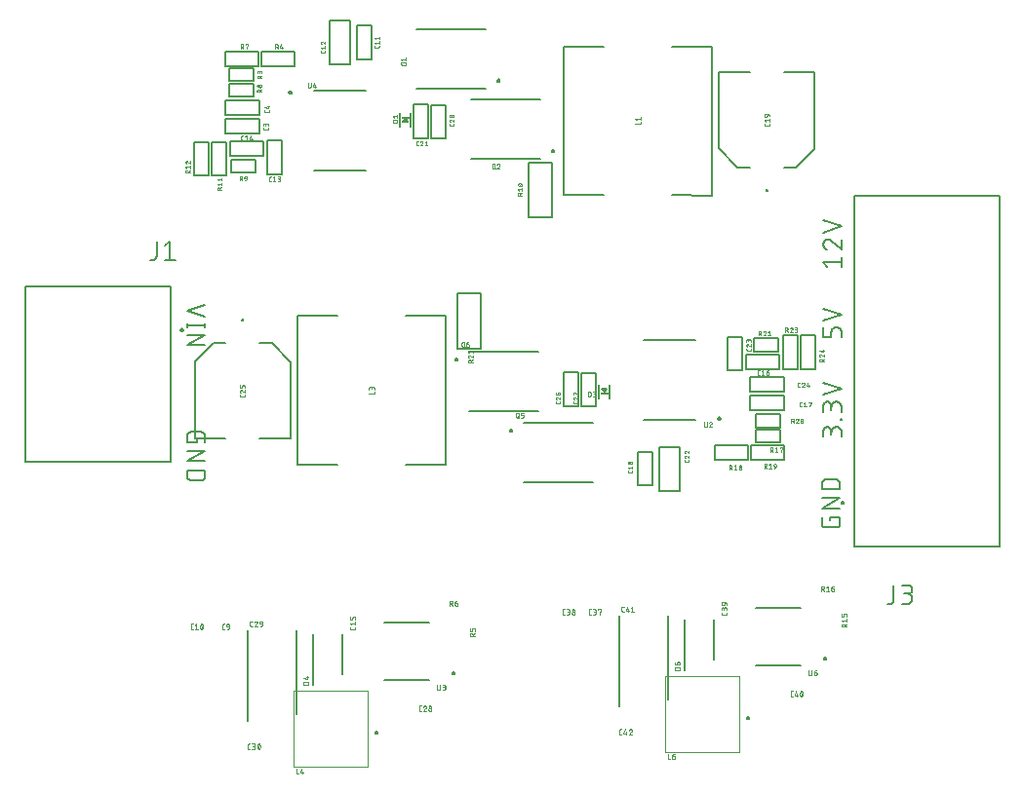
<source format=gbr>
G04 EAGLE Gerber RS-274X export*
G75*
%MOMM*%
%FSLAX34Y34*%
%LPD*%
%INSilkscreen Top*%
%IPPOS*%
%AMOC8*
5,1,8,0,0,1.08239X$1,22.5*%
G01*
%ADD10C,0.203200*%
%ADD11C,0.200000*%
%ADD12C,0.127000*%
%ADD13C,0.025400*%
%ADD14C,0.076200*%
%ADD15C,0.200000*%
%ADD16R,0.800000X0.200000*%
%ADD17C,0.050800*%
%ADD18C,0.100000*%
%ADD19C,0.152400*%

G36*
X-1139188Y1630979D02*
X-1139188Y1630979D01*
X-1139145Y1630981D01*
X-1139122Y1630998D01*
X-1139095Y1631006D01*
X-1139066Y1631038D01*
X-1139031Y1631064D01*
X-1139020Y1631090D01*
X-1139001Y1631111D01*
X-1138994Y1631154D01*
X-1138978Y1631195D01*
X-1138983Y1631222D01*
X-1138979Y1631251D01*
X-1138996Y1631291D01*
X-1139003Y1631333D01*
X-1139029Y1631368D01*
X-1139034Y1631380D01*
X-1139041Y1631385D01*
X-1139051Y1631399D01*
X-1141551Y1633899D01*
X-1141565Y1633907D01*
X-1141574Y1633919D01*
X-1141626Y1633940D01*
X-1141674Y1633967D01*
X-1141690Y1633966D01*
X-1141705Y1633972D01*
X-1141759Y1633962D01*
X-1141815Y1633959D01*
X-1141828Y1633949D01*
X-1141843Y1633947D01*
X-1141909Y1633899D01*
X-1144409Y1631399D01*
X-1144430Y1631361D01*
X-1144459Y1631329D01*
X-1144463Y1631300D01*
X-1144477Y1631276D01*
X-1144474Y1631232D01*
X-1144481Y1631189D01*
X-1144470Y1631163D01*
X-1144469Y1631135D01*
X-1144443Y1631100D01*
X-1144426Y1631060D01*
X-1144403Y1631044D01*
X-1144386Y1631021D01*
X-1144346Y1631004D01*
X-1144310Y1630980D01*
X-1144267Y1630973D01*
X-1144255Y1630968D01*
X-1144247Y1630970D01*
X-1144230Y1630967D01*
X-1139230Y1630967D01*
X-1139188Y1630979D01*
G37*
G36*
X-968981Y1396258D02*
X-968981Y1396258D01*
X-968925Y1396261D01*
X-968912Y1396271D01*
X-968897Y1396273D01*
X-968831Y1396321D01*
X-966331Y1398821D01*
X-966310Y1398859D01*
X-966281Y1398891D01*
X-966277Y1398920D01*
X-966263Y1398944D01*
X-966266Y1398988D01*
X-966259Y1399031D01*
X-966270Y1399057D01*
X-966271Y1399085D01*
X-966297Y1399120D01*
X-966314Y1399160D01*
X-966337Y1399176D01*
X-966354Y1399199D01*
X-966394Y1399216D01*
X-966430Y1399240D01*
X-966473Y1399247D01*
X-966485Y1399252D01*
X-966493Y1399250D01*
X-966510Y1399253D01*
X-971510Y1399253D01*
X-971552Y1399241D01*
X-971595Y1399239D01*
X-971618Y1399222D01*
X-971645Y1399214D01*
X-971674Y1399182D01*
X-971709Y1399156D01*
X-971720Y1399130D01*
X-971739Y1399109D01*
X-971746Y1399066D01*
X-971762Y1399025D01*
X-971757Y1398998D01*
X-971761Y1398969D01*
X-971744Y1398929D01*
X-971737Y1398887D01*
X-971711Y1398852D01*
X-971706Y1398840D01*
X-971699Y1398835D01*
X-971689Y1398821D01*
X-969189Y1396321D01*
X-969175Y1396313D01*
X-969166Y1396301D01*
X-969114Y1396280D01*
X-969066Y1396253D01*
X-969050Y1396254D01*
X-969035Y1396248D01*
X-968981Y1396258D01*
G37*
D10*
X-775264Y1504696D02*
X-778764Y1509070D01*
X-763016Y1509070D01*
X-763016Y1504696D02*
X-763016Y1513445D01*
X-774827Y1529076D02*
X-774951Y1529074D01*
X-775074Y1529068D01*
X-775198Y1529059D01*
X-775320Y1529045D01*
X-775443Y1529028D01*
X-775565Y1529006D01*
X-775686Y1528981D01*
X-775806Y1528952D01*
X-775925Y1528920D01*
X-776044Y1528883D01*
X-776161Y1528843D01*
X-776276Y1528800D01*
X-776391Y1528752D01*
X-776503Y1528701D01*
X-776614Y1528647D01*
X-776724Y1528589D01*
X-776831Y1528528D01*
X-776937Y1528463D01*
X-777040Y1528395D01*
X-777141Y1528324D01*
X-777240Y1528250D01*
X-777337Y1528173D01*
X-777431Y1528092D01*
X-777522Y1528009D01*
X-777611Y1527923D01*
X-777697Y1527834D01*
X-777780Y1527743D01*
X-777861Y1527649D01*
X-777938Y1527552D01*
X-778012Y1527453D01*
X-778083Y1527352D01*
X-778151Y1527249D01*
X-778216Y1527143D01*
X-778277Y1527036D01*
X-778335Y1526926D01*
X-778389Y1526815D01*
X-778440Y1526703D01*
X-778488Y1526588D01*
X-778531Y1526473D01*
X-778571Y1526356D01*
X-778608Y1526237D01*
X-778640Y1526118D01*
X-778669Y1525998D01*
X-778694Y1525877D01*
X-778716Y1525755D01*
X-778733Y1525632D01*
X-778747Y1525510D01*
X-778756Y1525386D01*
X-778762Y1525263D01*
X-778764Y1525139D01*
X-778762Y1524998D01*
X-778756Y1524856D01*
X-778746Y1524715D01*
X-778732Y1524575D01*
X-778715Y1524435D01*
X-778693Y1524295D01*
X-778668Y1524156D01*
X-778638Y1524018D01*
X-778605Y1523880D01*
X-778568Y1523744D01*
X-778527Y1523608D01*
X-778482Y1523474D01*
X-778434Y1523342D01*
X-778382Y1523210D01*
X-778326Y1523080D01*
X-778267Y1522952D01*
X-778204Y1522825D01*
X-778137Y1522701D01*
X-778068Y1522578D01*
X-777994Y1522457D01*
X-777918Y1522338D01*
X-777838Y1522221D01*
X-777755Y1522107D01*
X-777668Y1521995D01*
X-777579Y1521886D01*
X-777487Y1521779D01*
X-777391Y1521674D01*
X-777293Y1521573D01*
X-777192Y1521474D01*
X-777088Y1521378D01*
X-776982Y1521285D01*
X-776873Y1521195D01*
X-776761Y1521108D01*
X-776647Y1521024D01*
X-776531Y1520944D01*
X-776413Y1520866D01*
X-776292Y1520792D01*
X-776170Y1520722D01*
X-776046Y1520655D01*
X-775919Y1520591D01*
X-775791Y1520531D01*
X-775662Y1520474D01*
X-775531Y1520422D01*
X-775398Y1520372D01*
X-775264Y1520327D01*
X-771765Y1527764D02*
X-771853Y1527854D01*
X-771945Y1527942D01*
X-772039Y1528027D01*
X-772136Y1528109D01*
X-772235Y1528188D01*
X-772336Y1528265D01*
X-772440Y1528338D01*
X-772545Y1528408D01*
X-772653Y1528475D01*
X-772763Y1528538D01*
X-772875Y1528598D01*
X-772988Y1528655D01*
X-773103Y1528709D01*
X-773220Y1528759D01*
X-773338Y1528805D01*
X-773457Y1528848D01*
X-773578Y1528887D01*
X-773699Y1528923D01*
X-773822Y1528955D01*
X-773946Y1528983D01*
X-774070Y1529008D01*
X-774195Y1529029D01*
X-774321Y1529046D01*
X-774447Y1529059D01*
X-774573Y1529068D01*
X-774700Y1529074D01*
X-774827Y1529076D01*
X-771765Y1527764D02*
X-763016Y1520327D01*
X-763016Y1529076D01*
X-763016Y1540333D02*
X-778764Y1535084D01*
X-778764Y1545582D02*
X-763016Y1540333D01*
X-763016Y1448985D02*
X-763016Y1443736D01*
X-763016Y1448985D02*
X-763018Y1449102D01*
X-763024Y1449219D01*
X-763034Y1449335D01*
X-763047Y1449452D01*
X-763065Y1449567D01*
X-763086Y1449682D01*
X-763111Y1449796D01*
X-763140Y1449910D01*
X-763173Y1450022D01*
X-763210Y1450133D01*
X-763250Y1450243D01*
X-763294Y1450351D01*
X-763341Y1450458D01*
X-763392Y1450564D01*
X-763447Y1450667D01*
X-763505Y1450769D01*
X-763566Y1450868D01*
X-763630Y1450966D01*
X-763698Y1451061D01*
X-763769Y1451154D01*
X-763843Y1451245D01*
X-763920Y1451333D01*
X-764000Y1451418D01*
X-764083Y1451501D01*
X-764168Y1451581D01*
X-764256Y1451658D01*
X-764347Y1451732D01*
X-764440Y1451803D01*
X-764535Y1451871D01*
X-764633Y1451935D01*
X-764732Y1451996D01*
X-764834Y1452054D01*
X-764937Y1452109D01*
X-765043Y1452160D01*
X-765150Y1452207D01*
X-765258Y1452251D01*
X-765368Y1452291D01*
X-765479Y1452328D01*
X-765591Y1452361D01*
X-765705Y1452390D01*
X-765819Y1452415D01*
X-765934Y1452436D01*
X-766049Y1452454D01*
X-766166Y1452467D01*
X-766282Y1452477D01*
X-766399Y1452483D01*
X-766516Y1452485D01*
X-768265Y1452485D01*
X-768382Y1452483D01*
X-768499Y1452477D01*
X-768615Y1452467D01*
X-768732Y1452454D01*
X-768847Y1452436D01*
X-768962Y1452415D01*
X-769076Y1452390D01*
X-769190Y1452361D01*
X-769302Y1452328D01*
X-769413Y1452291D01*
X-769523Y1452251D01*
X-769631Y1452207D01*
X-769738Y1452160D01*
X-769844Y1452109D01*
X-769947Y1452054D01*
X-770049Y1451996D01*
X-770148Y1451935D01*
X-770246Y1451871D01*
X-770341Y1451803D01*
X-770434Y1451732D01*
X-770525Y1451658D01*
X-770613Y1451581D01*
X-770698Y1451501D01*
X-770781Y1451418D01*
X-770861Y1451333D01*
X-770938Y1451245D01*
X-771012Y1451154D01*
X-771083Y1451061D01*
X-771151Y1450966D01*
X-771215Y1450868D01*
X-771276Y1450769D01*
X-771334Y1450667D01*
X-771389Y1450564D01*
X-771440Y1450458D01*
X-771487Y1450351D01*
X-771531Y1450243D01*
X-771571Y1450133D01*
X-771608Y1450022D01*
X-771641Y1449910D01*
X-771670Y1449796D01*
X-771695Y1449682D01*
X-771716Y1449567D01*
X-771734Y1449452D01*
X-771747Y1449335D01*
X-771757Y1449219D01*
X-771763Y1449102D01*
X-771765Y1448985D01*
X-771765Y1443736D01*
X-778764Y1443736D01*
X-778764Y1452485D01*
X-778764Y1458492D02*
X-763016Y1463742D01*
X-778764Y1468991D01*
X-763016Y1361750D02*
X-763016Y1357376D01*
X-763016Y1361750D02*
X-763018Y1361881D01*
X-763024Y1362012D01*
X-763034Y1362142D01*
X-763047Y1362272D01*
X-763065Y1362402D01*
X-763086Y1362531D01*
X-763112Y1362659D01*
X-763141Y1362787D01*
X-763174Y1362914D01*
X-763210Y1363039D01*
X-763251Y1363164D01*
X-763295Y1363287D01*
X-763343Y1363409D01*
X-763394Y1363529D01*
X-763449Y1363648D01*
X-763508Y1363765D01*
X-763570Y1363880D01*
X-763635Y1363993D01*
X-763704Y1364105D01*
X-763776Y1364214D01*
X-763851Y1364321D01*
X-763930Y1364426D01*
X-764011Y1364528D01*
X-764096Y1364628D01*
X-764184Y1364725D01*
X-764274Y1364820D01*
X-764367Y1364912D01*
X-764463Y1365001D01*
X-764562Y1365087D01*
X-764663Y1365170D01*
X-764766Y1365250D01*
X-764872Y1365327D01*
X-764980Y1365400D01*
X-765091Y1365471D01*
X-765203Y1365538D01*
X-765317Y1365602D01*
X-765433Y1365662D01*
X-765551Y1365719D01*
X-765671Y1365772D01*
X-765792Y1365822D01*
X-765915Y1365868D01*
X-766038Y1365910D01*
X-766163Y1365948D01*
X-766290Y1365983D01*
X-766417Y1366014D01*
X-766545Y1366042D01*
X-766673Y1366065D01*
X-766803Y1366084D01*
X-766933Y1366100D01*
X-767063Y1366112D01*
X-767194Y1366120D01*
X-767325Y1366124D01*
X-767455Y1366124D01*
X-767586Y1366120D01*
X-767717Y1366112D01*
X-767847Y1366100D01*
X-767977Y1366084D01*
X-768107Y1366065D01*
X-768235Y1366042D01*
X-768363Y1366014D01*
X-768490Y1365983D01*
X-768617Y1365948D01*
X-768742Y1365910D01*
X-768865Y1365868D01*
X-768988Y1365822D01*
X-769109Y1365772D01*
X-769229Y1365719D01*
X-769347Y1365662D01*
X-769463Y1365602D01*
X-769577Y1365538D01*
X-769689Y1365471D01*
X-769800Y1365400D01*
X-769908Y1365327D01*
X-770014Y1365250D01*
X-770117Y1365170D01*
X-770218Y1365087D01*
X-770317Y1365001D01*
X-770413Y1364912D01*
X-770506Y1364820D01*
X-770596Y1364725D01*
X-770684Y1364628D01*
X-770769Y1364528D01*
X-770850Y1364426D01*
X-770929Y1364321D01*
X-771004Y1364214D01*
X-771076Y1364105D01*
X-771145Y1363993D01*
X-771210Y1363880D01*
X-771272Y1363765D01*
X-771331Y1363648D01*
X-771386Y1363529D01*
X-771437Y1363409D01*
X-771485Y1363287D01*
X-771529Y1363164D01*
X-771570Y1363039D01*
X-771606Y1362914D01*
X-771639Y1362787D01*
X-771668Y1362659D01*
X-771694Y1362531D01*
X-771715Y1362402D01*
X-771733Y1362272D01*
X-771746Y1362142D01*
X-771756Y1362012D01*
X-771762Y1361881D01*
X-771764Y1361750D01*
X-778764Y1362625D02*
X-778764Y1357376D01*
X-778764Y1362625D02*
X-778762Y1362743D01*
X-778756Y1362861D01*
X-778746Y1362979D01*
X-778732Y1363096D01*
X-778714Y1363213D01*
X-778692Y1363330D01*
X-778667Y1363445D01*
X-778637Y1363559D01*
X-778603Y1363673D01*
X-778566Y1363785D01*
X-778525Y1363896D01*
X-778480Y1364005D01*
X-778432Y1364113D01*
X-778380Y1364219D01*
X-778324Y1364324D01*
X-778265Y1364426D01*
X-778203Y1364526D01*
X-778137Y1364624D01*
X-778068Y1364720D01*
X-777995Y1364814D01*
X-777920Y1364905D01*
X-777841Y1364993D01*
X-777760Y1365079D01*
X-777675Y1365162D01*
X-777588Y1365242D01*
X-777499Y1365319D01*
X-777406Y1365393D01*
X-777312Y1365463D01*
X-777215Y1365531D01*
X-777115Y1365595D01*
X-777014Y1365656D01*
X-776911Y1365713D01*
X-776805Y1365767D01*
X-776698Y1365818D01*
X-776590Y1365864D01*
X-776480Y1365907D01*
X-776368Y1365946D01*
X-776255Y1365982D01*
X-776141Y1366013D01*
X-776026Y1366041D01*
X-775911Y1366065D01*
X-775794Y1366085D01*
X-775677Y1366101D01*
X-775559Y1366113D01*
X-775441Y1366121D01*
X-775323Y1366125D01*
X-775205Y1366125D01*
X-775087Y1366121D01*
X-774969Y1366113D01*
X-774851Y1366101D01*
X-774734Y1366085D01*
X-774617Y1366065D01*
X-774502Y1366041D01*
X-774387Y1366013D01*
X-774273Y1365982D01*
X-774160Y1365946D01*
X-774048Y1365907D01*
X-773938Y1365864D01*
X-773830Y1365818D01*
X-773723Y1365767D01*
X-773617Y1365713D01*
X-773514Y1365656D01*
X-773413Y1365595D01*
X-773313Y1365531D01*
X-773216Y1365463D01*
X-773122Y1365393D01*
X-773029Y1365319D01*
X-772940Y1365242D01*
X-772853Y1365162D01*
X-772768Y1365079D01*
X-772687Y1364993D01*
X-772608Y1364905D01*
X-772533Y1364814D01*
X-772460Y1364720D01*
X-772391Y1364624D01*
X-772325Y1364526D01*
X-772263Y1364426D01*
X-772204Y1364324D01*
X-772148Y1364219D01*
X-772096Y1364113D01*
X-772048Y1364005D01*
X-772003Y1363896D01*
X-771962Y1363785D01*
X-771925Y1363673D01*
X-771891Y1363559D01*
X-771861Y1363445D01*
X-771836Y1363330D01*
X-771814Y1363213D01*
X-771796Y1363096D01*
X-771782Y1362979D01*
X-771772Y1362861D01*
X-771766Y1362743D01*
X-771764Y1362625D01*
X-771765Y1362625D02*
X-771765Y1359126D01*
X-763891Y1372255D02*
X-763016Y1372255D01*
X-763891Y1372255D02*
X-763891Y1373130D01*
X-763016Y1373130D01*
X-763016Y1372255D01*
X-763016Y1379260D02*
X-763016Y1383634D01*
X-763018Y1383765D01*
X-763024Y1383896D01*
X-763034Y1384026D01*
X-763047Y1384156D01*
X-763065Y1384286D01*
X-763086Y1384415D01*
X-763112Y1384543D01*
X-763141Y1384671D01*
X-763174Y1384798D01*
X-763210Y1384923D01*
X-763251Y1385048D01*
X-763295Y1385171D01*
X-763343Y1385293D01*
X-763394Y1385413D01*
X-763449Y1385532D01*
X-763508Y1385649D01*
X-763570Y1385764D01*
X-763635Y1385877D01*
X-763704Y1385989D01*
X-763776Y1386098D01*
X-763851Y1386205D01*
X-763930Y1386310D01*
X-764011Y1386412D01*
X-764096Y1386512D01*
X-764184Y1386609D01*
X-764274Y1386704D01*
X-764367Y1386796D01*
X-764463Y1386885D01*
X-764562Y1386971D01*
X-764663Y1387054D01*
X-764766Y1387134D01*
X-764872Y1387211D01*
X-764980Y1387284D01*
X-765091Y1387355D01*
X-765203Y1387422D01*
X-765317Y1387486D01*
X-765433Y1387546D01*
X-765551Y1387603D01*
X-765671Y1387656D01*
X-765792Y1387706D01*
X-765915Y1387752D01*
X-766038Y1387794D01*
X-766163Y1387832D01*
X-766290Y1387867D01*
X-766417Y1387898D01*
X-766545Y1387926D01*
X-766673Y1387949D01*
X-766803Y1387968D01*
X-766933Y1387984D01*
X-767063Y1387996D01*
X-767194Y1388004D01*
X-767325Y1388008D01*
X-767455Y1388008D01*
X-767586Y1388004D01*
X-767717Y1387996D01*
X-767847Y1387984D01*
X-767977Y1387968D01*
X-768107Y1387949D01*
X-768235Y1387926D01*
X-768363Y1387898D01*
X-768490Y1387867D01*
X-768617Y1387832D01*
X-768742Y1387794D01*
X-768865Y1387752D01*
X-768988Y1387706D01*
X-769109Y1387656D01*
X-769229Y1387603D01*
X-769347Y1387546D01*
X-769463Y1387486D01*
X-769577Y1387422D01*
X-769689Y1387355D01*
X-769800Y1387284D01*
X-769908Y1387211D01*
X-770014Y1387134D01*
X-770117Y1387054D01*
X-770218Y1386971D01*
X-770317Y1386885D01*
X-770413Y1386796D01*
X-770506Y1386704D01*
X-770596Y1386609D01*
X-770684Y1386512D01*
X-770769Y1386412D01*
X-770850Y1386310D01*
X-770929Y1386205D01*
X-771004Y1386098D01*
X-771076Y1385989D01*
X-771145Y1385877D01*
X-771210Y1385764D01*
X-771272Y1385649D01*
X-771331Y1385532D01*
X-771386Y1385413D01*
X-771437Y1385293D01*
X-771485Y1385171D01*
X-771529Y1385048D01*
X-771570Y1384923D01*
X-771606Y1384798D01*
X-771639Y1384671D01*
X-771668Y1384543D01*
X-771694Y1384415D01*
X-771715Y1384286D01*
X-771733Y1384156D01*
X-771746Y1384026D01*
X-771756Y1383896D01*
X-771762Y1383765D01*
X-771764Y1383634D01*
X-778764Y1384509D02*
X-778764Y1379260D01*
X-778764Y1384509D02*
X-778762Y1384627D01*
X-778756Y1384745D01*
X-778746Y1384863D01*
X-778732Y1384980D01*
X-778714Y1385097D01*
X-778692Y1385214D01*
X-778667Y1385329D01*
X-778637Y1385443D01*
X-778603Y1385557D01*
X-778566Y1385669D01*
X-778525Y1385780D01*
X-778480Y1385889D01*
X-778432Y1385997D01*
X-778380Y1386103D01*
X-778324Y1386208D01*
X-778265Y1386310D01*
X-778203Y1386410D01*
X-778137Y1386508D01*
X-778068Y1386604D01*
X-777995Y1386698D01*
X-777920Y1386789D01*
X-777841Y1386877D01*
X-777760Y1386963D01*
X-777675Y1387046D01*
X-777588Y1387126D01*
X-777499Y1387203D01*
X-777406Y1387277D01*
X-777312Y1387347D01*
X-777215Y1387415D01*
X-777115Y1387479D01*
X-777014Y1387540D01*
X-776911Y1387597D01*
X-776805Y1387651D01*
X-776698Y1387702D01*
X-776590Y1387748D01*
X-776480Y1387791D01*
X-776368Y1387830D01*
X-776255Y1387866D01*
X-776141Y1387897D01*
X-776026Y1387925D01*
X-775911Y1387949D01*
X-775794Y1387969D01*
X-775677Y1387985D01*
X-775559Y1387997D01*
X-775441Y1388005D01*
X-775323Y1388009D01*
X-775205Y1388009D01*
X-775087Y1388005D01*
X-774969Y1387997D01*
X-774851Y1387985D01*
X-774734Y1387969D01*
X-774617Y1387949D01*
X-774502Y1387925D01*
X-774387Y1387897D01*
X-774273Y1387866D01*
X-774160Y1387830D01*
X-774048Y1387791D01*
X-773938Y1387748D01*
X-773830Y1387702D01*
X-773723Y1387651D01*
X-773617Y1387597D01*
X-773514Y1387540D01*
X-773413Y1387479D01*
X-773313Y1387415D01*
X-773216Y1387347D01*
X-773122Y1387277D01*
X-773029Y1387203D01*
X-772940Y1387126D01*
X-772853Y1387046D01*
X-772768Y1386963D01*
X-772687Y1386877D01*
X-772608Y1386789D01*
X-772533Y1386698D01*
X-772460Y1386604D01*
X-772391Y1386508D01*
X-772325Y1386410D01*
X-772263Y1386310D01*
X-772204Y1386208D01*
X-772148Y1386103D01*
X-772096Y1385997D01*
X-772048Y1385889D01*
X-772003Y1385780D01*
X-771962Y1385669D01*
X-771925Y1385557D01*
X-771891Y1385443D01*
X-771861Y1385329D01*
X-771836Y1385214D01*
X-771814Y1385097D01*
X-771796Y1384980D01*
X-771782Y1384863D01*
X-771772Y1384745D01*
X-771766Y1384627D01*
X-771764Y1384509D01*
X-771765Y1384509D02*
X-771765Y1381009D01*
X-778764Y1394016D02*
X-763016Y1399265D01*
X-778764Y1404515D01*
X-1315466Y1472184D02*
X-1331214Y1466935D01*
X-1315466Y1461685D01*
X-1315466Y1454430D02*
X-1331214Y1454430D01*
X-1331214Y1456179D02*
X-1331214Y1452680D01*
X-1315466Y1452680D02*
X-1315466Y1456179D01*
X-1315466Y1445778D02*
X-1331214Y1445778D01*
X-1331214Y1437029D02*
X-1315466Y1445778D01*
X-1315466Y1437029D02*
X-1331214Y1437029D01*
X-1322465Y1355570D02*
X-1322465Y1352945D01*
X-1331214Y1352945D01*
X-1331214Y1358194D01*
X-1331212Y1358311D01*
X-1331206Y1358428D01*
X-1331196Y1358544D01*
X-1331183Y1358661D01*
X-1331165Y1358776D01*
X-1331144Y1358891D01*
X-1331119Y1359005D01*
X-1331090Y1359119D01*
X-1331057Y1359231D01*
X-1331020Y1359342D01*
X-1330980Y1359452D01*
X-1330936Y1359560D01*
X-1330889Y1359667D01*
X-1330838Y1359773D01*
X-1330783Y1359876D01*
X-1330725Y1359978D01*
X-1330664Y1360077D01*
X-1330600Y1360175D01*
X-1330532Y1360270D01*
X-1330461Y1360363D01*
X-1330387Y1360454D01*
X-1330310Y1360542D01*
X-1330230Y1360627D01*
X-1330147Y1360710D01*
X-1330062Y1360790D01*
X-1329974Y1360867D01*
X-1329883Y1360941D01*
X-1329790Y1361012D01*
X-1329695Y1361080D01*
X-1329597Y1361144D01*
X-1329498Y1361205D01*
X-1329396Y1361263D01*
X-1329293Y1361318D01*
X-1329187Y1361369D01*
X-1329080Y1361416D01*
X-1328972Y1361460D01*
X-1328862Y1361500D01*
X-1328751Y1361537D01*
X-1328639Y1361570D01*
X-1328525Y1361599D01*
X-1328411Y1361624D01*
X-1328296Y1361645D01*
X-1328181Y1361663D01*
X-1328064Y1361676D01*
X-1327948Y1361686D01*
X-1327831Y1361692D01*
X-1327714Y1361694D01*
X-1318966Y1361694D01*
X-1318849Y1361692D01*
X-1318732Y1361686D01*
X-1318616Y1361676D01*
X-1318500Y1361663D01*
X-1318384Y1361645D01*
X-1318269Y1361624D01*
X-1318155Y1361599D01*
X-1318041Y1361570D01*
X-1317929Y1361537D01*
X-1317818Y1361500D01*
X-1317708Y1361460D01*
X-1317600Y1361416D01*
X-1317493Y1361369D01*
X-1317387Y1361318D01*
X-1317284Y1361263D01*
X-1317182Y1361205D01*
X-1317083Y1361144D01*
X-1316985Y1361080D01*
X-1316890Y1361012D01*
X-1316797Y1360941D01*
X-1316706Y1360867D01*
X-1316618Y1360790D01*
X-1316533Y1360710D01*
X-1316450Y1360627D01*
X-1316370Y1360542D01*
X-1316293Y1360454D01*
X-1316219Y1360363D01*
X-1316148Y1360270D01*
X-1316080Y1360175D01*
X-1316016Y1360077D01*
X-1315955Y1359978D01*
X-1315897Y1359876D01*
X-1315842Y1359773D01*
X-1315791Y1359667D01*
X-1315744Y1359560D01*
X-1315700Y1359452D01*
X-1315660Y1359342D01*
X-1315623Y1359231D01*
X-1315590Y1359119D01*
X-1315561Y1359005D01*
X-1315536Y1358891D01*
X-1315515Y1358776D01*
X-1315497Y1358661D01*
X-1315484Y1358544D01*
X-1315474Y1358428D01*
X-1315468Y1358311D01*
X-1315466Y1358194D01*
X-1315466Y1352945D01*
X-1315466Y1345021D02*
X-1331214Y1345021D01*
X-1331214Y1336272D02*
X-1315466Y1345021D01*
X-1315466Y1336272D02*
X-1331214Y1336272D01*
X-1331214Y1328347D02*
X-1315466Y1328347D01*
X-1315466Y1323973D01*
X-1315468Y1323843D01*
X-1315474Y1323714D01*
X-1315483Y1323585D01*
X-1315497Y1323456D01*
X-1315514Y1323327D01*
X-1315535Y1323199D01*
X-1315560Y1323072D01*
X-1315588Y1322946D01*
X-1315621Y1322820D01*
X-1315657Y1322696D01*
X-1315696Y1322572D01*
X-1315740Y1322450D01*
X-1315787Y1322329D01*
X-1315837Y1322210D01*
X-1315891Y1322092D01*
X-1315949Y1321976D01*
X-1316010Y1321861D01*
X-1316074Y1321749D01*
X-1316141Y1321638D01*
X-1316212Y1321529D01*
X-1316286Y1321423D01*
X-1316363Y1321319D01*
X-1316443Y1321217D01*
X-1316527Y1321118D01*
X-1316613Y1321021D01*
X-1316702Y1320926D01*
X-1316793Y1320835D01*
X-1316888Y1320746D01*
X-1316985Y1320660D01*
X-1317084Y1320576D01*
X-1317186Y1320496D01*
X-1317290Y1320419D01*
X-1317396Y1320345D01*
X-1317505Y1320274D01*
X-1317616Y1320207D01*
X-1317728Y1320143D01*
X-1317843Y1320082D01*
X-1317959Y1320024D01*
X-1318077Y1319970D01*
X-1318196Y1319920D01*
X-1318317Y1319873D01*
X-1318439Y1319829D01*
X-1318563Y1319790D01*
X-1318687Y1319754D01*
X-1318813Y1319721D01*
X-1318939Y1319693D01*
X-1319066Y1319668D01*
X-1319194Y1319647D01*
X-1319323Y1319630D01*
X-1319452Y1319616D01*
X-1319581Y1319607D01*
X-1319710Y1319601D01*
X-1319840Y1319599D01*
X-1326840Y1319599D01*
X-1326970Y1319601D01*
X-1327099Y1319607D01*
X-1327228Y1319616D01*
X-1327357Y1319630D01*
X-1327486Y1319647D01*
X-1327614Y1319668D01*
X-1327741Y1319693D01*
X-1327867Y1319721D01*
X-1327993Y1319754D01*
X-1328117Y1319790D01*
X-1328241Y1319829D01*
X-1328363Y1319873D01*
X-1328484Y1319920D01*
X-1328603Y1319970D01*
X-1328721Y1320024D01*
X-1328837Y1320082D01*
X-1328952Y1320143D01*
X-1329064Y1320207D01*
X-1329175Y1320274D01*
X-1329284Y1320345D01*
X-1329390Y1320419D01*
X-1329494Y1320496D01*
X-1329596Y1320576D01*
X-1329695Y1320660D01*
X-1329792Y1320746D01*
X-1329887Y1320835D01*
X-1329978Y1320926D01*
X-1330067Y1321021D01*
X-1330153Y1321118D01*
X-1330237Y1321217D01*
X-1330317Y1321319D01*
X-1330394Y1321423D01*
X-1330468Y1321529D01*
X-1330539Y1321638D01*
X-1330606Y1321749D01*
X-1330670Y1321861D01*
X-1330731Y1321976D01*
X-1330789Y1322092D01*
X-1330843Y1322210D01*
X-1330893Y1322329D01*
X-1330940Y1322450D01*
X-1330984Y1322572D01*
X-1331023Y1322696D01*
X-1331059Y1322820D01*
X-1331092Y1322946D01*
X-1331120Y1323072D01*
X-1331145Y1323199D01*
X-1331166Y1323327D01*
X-1331183Y1323456D01*
X-1331197Y1323585D01*
X-1331206Y1323714D01*
X-1331212Y1323843D01*
X-1331214Y1323973D01*
X-1331214Y1328347D01*
X-773035Y1287385D02*
X-773035Y1284760D01*
X-773035Y1287385D02*
X-764286Y1287385D01*
X-764286Y1282136D01*
X-764288Y1282019D01*
X-764294Y1281902D01*
X-764304Y1281786D01*
X-764317Y1281669D01*
X-764335Y1281554D01*
X-764356Y1281439D01*
X-764381Y1281325D01*
X-764410Y1281211D01*
X-764443Y1281099D01*
X-764480Y1280988D01*
X-764520Y1280878D01*
X-764564Y1280770D01*
X-764611Y1280663D01*
X-764662Y1280557D01*
X-764717Y1280454D01*
X-764775Y1280352D01*
X-764836Y1280253D01*
X-764900Y1280155D01*
X-764968Y1280060D01*
X-765039Y1279967D01*
X-765113Y1279876D01*
X-765190Y1279788D01*
X-765270Y1279703D01*
X-765353Y1279620D01*
X-765438Y1279540D01*
X-765526Y1279463D01*
X-765617Y1279389D01*
X-765710Y1279318D01*
X-765805Y1279250D01*
X-765903Y1279186D01*
X-766002Y1279125D01*
X-766104Y1279067D01*
X-766207Y1279012D01*
X-766313Y1278961D01*
X-766420Y1278914D01*
X-766528Y1278870D01*
X-766638Y1278830D01*
X-766749Y1278793D01*
X-766861Y1278760D01*
X-766975Y1278731D01*
X-767089Y1278706D01*
X-767204Y1278685D01*
X-767319Y1278667D01*
X-767436Y1278654D01*
X-767552Y1278644D01*
X-767669Y1278638D01*
X-767786Y1278636D01*
X-776534Y1278636D01*
X-776651Y1278638D01*
X-776768Y1278644D01*
X-776884Y1278654D01*
X-777001Y1278667D01*
X-777116Y1278685D01*
X-777231Y1278706D01*
X-777345Y1278731D01*
X-777459Y1278760D01*
X-777571Y1278793D01*
X-777682Y1278830D01*
X-777792Y1278870D01*
X-777900Y1278914D01*
X-778007Y1278961D01*
X-778113Y1279012D01*
X-778216Y1279067D01*
X-778318Y1279125D01*
X-778417Y1279186D01*
X-778515Y1279250D01*
X-778610Y1279318D01*
X-778703Y1279389D01*
X-778794Y1279463D01*
X-778882Y1279540D01*
X-778967Y1279620D01*
X-779050Y1279703D01*
X-779130Y1279788D01*
X-779207Y1279876D01*
X-779281Y1279967D01*
X-779352Y1280060D01*
X-779420Y1280155D01*
X-779484Y1280253D01*
X-779545Y1280352D01*
X-779603Y1280454D01*
X-779658Y1280557D01*
X-779709Y1280663D01*
X-779756Y1280770D01*
X-779800Y1280878D01*
X-779840Y1280988D01*
X-779877Y1281099D01*
X-779910Y1281211D01*
X-779939Y1281325D01*
X-779964Y1281439D01*
X-779985Y1281554D01*
X-780003Y1281669D01*
X-780016Y1281786D01*
X-780026Y1281902D01*
X-780032Y1282019D01*
X-780034Y1282136D01*
X-780034Y1287385D01*
X-780034Y1295309D02*
X-764286Y1295309D01*
X-764286Y1304058D02*
X-780034Y1295309D01*
X-780034Y1304058D02*
X-764286Y1304058D01*
X-764286Y1311983D02*
X-780034Y1311983D01*
X-780034Y1316357D01*
X-780032Y1316487D01*
X-780026Y1316616D01*
X-780017Y1316745D01*
X-780003Y1316874D01*
X-779986Y1317003D01*
X-779965Y1317131D01*
X-779940Y1317258D01*
X-779912Y1317384D01*
X-779879Y1317510D01*
X-779843Y1317634D01*
X-779804Y1317758D01*
X-779760Y1317880D01*
X-779713Y1318001D01*
X-779663Y1318120D01*
X-779609Y1318238D01*
X-779551Y1318354D01*
X-779490Y1318469D01*
X-779426Y1318581D01*
X-779359Y1318692D01*
X-779288Y1318801D01*
X-779214Y1318907D01*
X-779137Y1319011D01*
X-779057Y1319113D01*
X-778973Y1319212D01*
X-778887Y1319309D01*
X-778798Y1319404D01*
X-778707Y1319495D01*
X-778612Y1319584D01*
X-778515Y1319670D01*
X-778416Y1319754D01*
X-778314Y1319834D01*
X-778210Y1319911D01*
X-778104Y1319985D01*
X-777995Y1320056D01*
X-777884Y1320123D01*
X-777772Y1320187D01*
X-777657Y1320248D01*
X-777541Y1320306D01*
X-777423Y1320360D01*
X-777304Y1320410D01*
X-777183Y1320457D01*
X-777061Y1320501D01*
X-776937Y1320540D01*
X-776813Y1320576D01*
X-776687Y1320609D01*
X-776561Y1320637D01*
X-776434Y1320662D01*
X-776306Y1320683D01*
X-776177Y1320700D01*
X-776048Y1320714D01*
X-775919Y1320723D01*
X-775790Y1320729D01*
X-775660Y1320731D01*
X-775660Y1320732D02*
X-768660Y1320732D01*
X-768660Y1320731D02*
X-768530Y1320729D01*
X-768401Y1320723D01*
X-768272Y1320714D01*
X-768143Y1320700D01*
X-768014Y1320683D01*
X-767886Y1320662D01*
X-767759Y1320637D01*
X-767633Y1320609D01*
X-767507Y1320576D01*
X-767383Y1320540D01*
X-767259Y1320501D01*
X-767137Y1320457D01*
X-767016Y1320410D01*
X-766897Y1320360D01*
X-766779Y1320306D01*
X-766663Y1320248D01*
X-766548Y1320187D01*
X-766436Y1320123D01*
X-766325Y1320056D01*
X-766216Y1319985D01*
X-766110Y1319911D01*
X-766006Y1319834D01*
X-765904Y1319754D01*
X-765805Y1319670D01*
X-765708Y1319584D01*
X-765613Y1319495D01*
X-765522Y1319404D01*
X-765433Y1319309D01*
X-765347Y1319212D01*
X-765263Y1319113D01*
X-765183Y1319011D01*
X-765106Y1318907D01*
X-765032Y1318801D01*
X-764961Y1318692D01*
X-764894Y1318581D01*
X-764830Y1318469D01*
X-764769Y1318354D01*
X-764711Y1318238D01*
X-764657Y1318120D01*
X-764607Y1318001D01*
X-764560Y1317880D01*
X-764516Y1317758D01*
X-764477Y1317634D01*
X-764441Y1317510D01*
X-764408Y1317384D01*
X-764380Y1317258D01*
X-764355Y1317131D01*
X-764334Y1317003D01*
X-764317Y1316874D01*
X-764303Y1316745D01*
X-764294Y1316616D01*
X-764288Y1316487D01*
X-764286Y1316357D01*
X-764286Y1311983D01*
D11*
X-1061716Y1667130D02*
X-1061714Y1667193D01*
X-1061708Y1667255D01*
X-1061698Y1667317D01*
X-1061685Y1667379D01*
X-1061667Y1667439D01*
X-1061646Y1667498D01*
X-1061621Y1667556D01*
X-1061592Y1667612D01*
X-1061560Y1667666D01*
X-1061525Y1667718D01*
X-1061487Y1667767D01*
X-1061445Y1667815D01*
X-1061401Y1667859D01*
X-1061353Y1667901D01*
X-1061304Y1667939D01*
X-1061252Y1667974D01*
X-1061198Y1668006D01*
X-1061142Y1668035D01*
X-1061084Y1668060D01*
X-1061025Y1668081D01*
X-1060965Y1668099D01*
X-1060903Y1668112D01*
X-1060841Y1668122D01*
X-1060779Y1668128D01*
X-1060716Y1668130D01*
X-1060653Y1668128D01*
X-1060591Y1668122D01*
X-1060529Y1668112D01*
X-1060467Y1668099D01*
X-1060407Y1668081D01*
X-1060348Y1668060D01*
X-1060290Y1668035D01*
X-1060234Y1668006D01*
X-1060180Y1667974D01*
X-1060128Y1667939D01*
X-1060079Y1667901D01*
X-1060031Y1667859D01*
X-1059987Y1667815D01*
X-1059945Y1667767D01*
X-1059907Y1667718D01*
X-1059872Y1667666D01*
X-1059840Y1667612D01*
X-1059811Y1667556D01*
X-1059786Y1667498D01*
X-1059765Y1667439D01*
X-1059747Y1667379D01*
X-1059734Y1667317D01*
X-1059724Y1667255D01*
X-1059718Y1667193D01*
X-1059716Y1667130D01*
X-1059718Y1667067D01*
X-1059724Y1667005D01*
X-1059734Y1666943D01*
X-1059747Y1666881D01*
X-1059765Y1666821D01*
X-1059786Y1666762D01*
X-1059811Y1666704D01*
X-1059840Y1666648D01*
X-1059872Y1666594D01*
X-1059907Y1666542D01*
X-1059945Y1666493D01*
X-1059987Y1666445D01*
X-1060031Y1666401D01*
X-1060079Y1666359D01*
X-1060128Y1666321D01*
X-1060180Y1666286D01*
X-1060234Y1666254D01*
X-1060290Y1666225D01*
X-1060348Y1666200D01*
X-1060407Y1666179D01*
X-1060467Y1666161D01*
X-1060529Y1666148D01*
X-1060591Y1666138D01*
X-1060653Y1666132D01*
X-1060716Y1666130D01*
X-1060779Y1666132D01*
X-1060841Y1666138D01*
X-1060903Y1666148D01*
X-1060965Y1666161D01*
X-1061025Y1666179D01*
X-1061084Y1666200D01*
X-1061142Y1666225D01*
X-1061198Y1666254D01*
X-1061252Y1666286D01*
X-1061304Y1666321D01*
X-1061353Y1666359D01*
X-1061401Y1666401D01*
X-1061445Y1666445D01*
X-1061487Y1666493D01*
X-1061525Y1666542D01*
X-1061560Y1666594D01*
X-1061592Y1666648D01*
X-1061621Y1666704D01*
X-1061646Y1666762D01*
X-1061667Y1666821D01*
X-1061685Y1666881D01*
X-1061698Y1666943D01*
X-1061708Y1667005D01*
X-1061714Y1667067D01*
X-1061716Y1667130D01*
D12*
X-1071966Y1660430D02*
X-1131966Y1660430D01*
X-1131966Y1711930D02*
X-1071966Y1711930D01*
D13*
X-1142394Y1680550D02*
X-1144314Y1680550D01*
X-1144382Y1680552D01*
X-1144451Y1680558D01*
X-1144518Y1680568D01*
X-1144586Y1680581D01*
X-1144652Y1680599D01*
X-1144717Y1680620D01*
X-1144781Y1680645D01*
X-1144843Y1680673D01*
X-1144904Y1680705D01*
X-1144962Y1680740D01*
X-1145019Y1680779D01*
X-1145073Y1680821D01*
X-1145125Y1680866D01*
X-1145174Y1680913D01*
X-1145220Y1680964D01*
X-1145263Y1681017D01*
X-1145304Y1681072D01*
X-1145341Y1681130D01*
X-1145374Y1681189D01*
X-1145405Y1681251D01*
X-1145431Y1681314D01*
X-1145454Y1681378D01*
X-1145474Y1681444D01*
X-1145489Y1681511D01*
X-1145501Y1681578D01*
X-1145509Y1681646D01*
X-1145513Y1681715D01*
X-1145513Y1681783D01*
X-1145509Y1681852D01*
X-1145501Y1681920D01*
X-1145489Y1681987D01*
X-1145474Y1682054D01*
X-1145454Y1682120D01*
X-1145431Y1682184D01*
X-1145405Y1682247D01*
X-1145374Y1682309D01*
X-1145341Y1682368D01*
X-1145304Y1682426D01*
X-1145263Y1682481D01*
X-1145220Y1682534D01*
X-1145174Y1682585D01*
X-1145125Y1682632D01*
X-1145073Y1682677D01*
X-1145019Y1682719D01*
X-1144962Y1682758D01*
X-1144904Y1682793D01*
X-1144843Y1682825D01*
X-1144781Y1682853D01*
X-1144717Y1682878D01*
X-1144652Y1682899D01*
X-1144586Y1682917D01*
X-1144518Y1682930D01*
X-1144451Y1682940D01*
X-1144382Y1682946D01*
X-1144314Y1682948D01*
X-1144314Y1682949D02*
X-1142394Y1682949D01*
X-1142394Y1682948D02*
X-1142326Y1682946D01*
X-1142257Y1682940D01*
X-1142190Y1682930D01*
X-1142122Y1682917D01*
X-1142056Y1682899D01*
X-1141991Y1682878D01*
X-1141927Y1682853D01*
X-1141865Y1682825D01*
X-1141804Y1682793D01*
X-1141746Y1682758D01*
X-1141689Y1682719D01*
X-1141635Y1682677D01*
X-1141583Y1682632D01*
X-1141534Y1682585D01*
X-1141488Y1682534D01*
X-1141445Y1682481D01*
X-1141404Y1682426D01*
X-1141367Y1682368D01*
X-1141334Y1682309D01*
X-1141303Y1682247D01*
X-1141277Y1682184D01*
X-1141254Y1682120D01*
X-1141234Y1682054D01*
X-1141219Y1681987D01*
X-1141207Y1681920D01*
X-1141199Y1681852D01*
X-1141195Y1681783D01*
X-1141195Y1681715D01*
X-1141199Y1681646D01*
X-1141207Y1681578D01*
X-1141219Y1681511D01*
X-1141234Y1681444D01*
X-1141254Y1681378D01*
X-1141277Y1681314D01*
X-1141303Y1681251D01*
X-1141334Y1681189D01*
X-1141367Y1681130D01*
X-1141404Y1681072D01*
X-1141445Y1681017D01*
X-1141488Y1680964D01*
X-1141534Y1680913D01*
X-1141583Y1680866D01*
X-1141635Y1680821D01*
X-1141689Y1680779D01*
X-1141746Y1680740D01*
X-1141804Y1680705D01*
X-1141865Y1680673D01*
X-1141927Y1680645D01*
X-1141991Y1680620D01*
X-1142056Y1680599D01*
X-1142122Y1680581D01*
X-1142190Y1680568D01*
X-1142257Y1680558D01*
X-1142326Y1680552D01*
X-1142394Y1680550D01*
X-1142155Y1682469D02*
X-1141195Y1683428D01*
X-1144553Y1684598D02*
X-1145513Y1685798D01*
X-1141195Y1685798D01*
X-1141195Y1686997D02*
X-1141195Y1684598D01*
D11*
X-1014548Y1605662D02*
X-1014546Y1605725D01*
X-1014540Y1605787D01*
X-1014530Y1605849D01*
X-1014517Y1605911D01*
X-1014499Y1605971D01*
X-1014478Y1606030D01*
X-1014453Y1606088D01*
X-1014424Y1606144D01*
X-1014392Y1606198D01*
X-1014357Y1606250D01*
X-1014319Y1606299D01*
X-1014277Y1606347D01*
X-1014233Y1606391D01*
X-1014185Y1606433D01*
X-1014136Y1606471D01*
X-1014084Y1606506D01*
X-1014030Y1606538D01*
X-1013974Y1606567D01*
X-1013916Y1606592D01*
X-1013857Y1606613D01*
X-1013797Y1606631D01*
X-1013735Y1606644D01*
X-1013673Y1606654D01*
X-1013611Y1606660D01*
X-1013548Y1606662D01*
X-1013485Y1606660D01*
X-1013423Y1606654D01*
X-1013361Y1606644D01*
X-1013299Y1606631D01*
X-1013239Y1606613D01*
X-1013180Y1606592D01*
X-1013122Y1606567D01*
X-1013066Y1606538D01*
X-1013012Y1606506D01*
X-1012960Y1606471D01*
X-1012911Y1606433D01*
X-1012863Y1606391D01*
X-1012819Y1606347D01*
X-1012777Y1606299D01*
X-1012739Y1606250D01*
X-1012704Y1606198D01*
X-1012672Y1606144D01*
X-1012643Y1606088D01*
X-1012618Y1606030D01*
X-1012597Y1605971D01*
X-1012579Y1605911D01*
X-1012566Y1605849D01*
X-1012556Y1605787D01*
X-1012550Y1605725D01*
X-1012548Y1605662D01*
X-1012550Y1605599D01*
X-1012556Y1605537D01*
X-1012566Y1605475D01*
X-1012579Y1605413D01*
X-1012597Y1605353D01*
X-1012618Y1605294D01*
X-1012643Y1605236D01*
X-1012672Y1605180D01*
X-1012704Y1605126D01*
X-1012739Y1605074D01*
X-1012777Y1605025D01*
X-1012819Y1604977D01*
X-1012863Y1604933D01*
X-1012911Y1604891D01*
X-1012960Y1604853D01*
X-1013012Y1604818D01*
X-1013066Y1604786D01*
X-1013122Y1604757D01*
X-1013180Y1604732D01*
X-1013239Y1604711D01*
X-1013299Y1604693D01*
X-1013361Y1604680D01*
X-1013423Y1604670D01*
X-1013485Y1604664D01*
X-1013548Y1604662D01*
X-1013611Y1604664D01*
X-1013673Y1604670D01*
X-1013735Y1604680D01*
X-1013797Y1604693D01*
X-1013857Y1604711D01*
X-1013916Y1604732D01*
X-1013974Y1604757D01*
X-1014030Y1604786D01*
X-1014084Y1604818D01*
X-1014136Y1604853D01*
X-1014185Y1604891D01*
X-1014233Y1604933D01*
X-1014277Y1604977D01*
X-1014319Y1605025D01*
X-1014357Y1605074D01*
X-1014392Y1605126D01*
X-1014424Y1605180D01*
X-1014453Y1605236D01*
X-1014478Y1605294D01*
X-1014499Y1605353D01*
X-1014517Y1605413D01*
X-1014530Y1605475D01*
X-1014540Y1605537D01*
X-1014546Y1605599D01*
X-1014548Y1605662D01*
D12*
X-1024798Y1598962D02*
X-1084798Y1598962D01*
X-1084798Y1650462D02*
X-1024798Y1650462D01*
D13*
X-1066282Y1593386D02*
X-1066282Y1591466D01*
X-1066282Y1593386D02*
X-1066280Y1593454D01*
X-1066274Y1593523D01*
X-1066264Y1593590D01*
X-1066251Y1593658D01*
X-1066233Y1593724D01*
X-1066212Y1593789D01*
X-1066187Y1593853D01*
X-1066159Y1593915D01*
X-1066127Y1593976D01*
X-1066092Y1594034D01*
X-1066053Y1594091D01*
X-1066011Y1594145D01*
X-1065966Y1594197D01*
X-1065919Y1594246D01*
X-1065868Y1594292D01*
X-1065815Y1594335D01*
X-1065760Y1594376D01*
X-1065702Y1594413D01*
X-1065643Y1594446D01*
X-1065581Y1594477D01*
X-1065518Y1594503D01*
X-1065454Y1594526D01*
X-1065388Y1594546D01*
X-1065321Y1594561D01*
X-1065254Y1594573D01*
X-1065186Y1594581D01*
X-1065117Y1594585D01*
X-1065049Y1594585D01*
X-1064980Y1594581D01*
X-1064912Y1594573D01*
X-1064845Y1594561D01*
X-1064778Y1594546D01*
X-1064712Y1594526D01*
X-1064648Y1594503D01*
X-1064585Y1594477D01*
X-1064523Y1594446D01*
X-1064464Y1594413D01*
X-1064406Y1594376D01*
X-1064351Y1594335D01*
X-1064298Y1594292D01*
X-1064247Y1594246D01*
X-1064200Y1594197D01*
X-1064155Y1594145D01*
X-1064113Y1594091D01*
X-1064074Y1594034D01*
X-1064039Y1593976D01*
X-1064007Y1593915D01*
X-1063979Y1593853D01*
X-1063954Y1593789D01*
X-1063933Y1593724D01*
X-1063915Y1593658D01*
X-1063902Y1593590D01*
X-1063892Y1593523D01*
X-1063886Y1593454D01*
X-1063884Y1593386D01*
X-1063883Y1593386D02*
X-1063883Y1591466D01*
X-1063884Y1591466D02*
X-1063886Y1591398D01*
X-1063892Y1591329D01*
X-1063902Y1591262D01*
X-1063915Y1591194D01*
X-1063933Y1591128D01*
X-1063954Y1591063D01*
X-1063979Y1590999D01*
X-1064007Y1590937D01*
X-1064039Y1590876D01*
X-1064074Y1590818D01*
X-1064113Y1590761D01*
X-1064155Y1590707D01*
X-1064200Y1590655D01*
X-1064247Y1590606D01*
X-1064298Y1590560D01*
X-1064351Y1590517D01*
X-1064406Y1590476D01*
X-1064464Y1590439D01*
X-1064523Y1590406D01*
X-1064585Y1590375D01*
X-1064648Y1590349D01*
X-1064712Y1590326D01*
X-1064778Y1590306D01*
X-1064845Y1590291D01*
X-1064912Y1590279D01*
X-1064980Y1590271D01*
X-1065049Y1590267D01*
X-1065117Y1590267D01*
X-1065186Y1590271D01*
X-1065254Y1590279D01*
X-1065321Y1590291D01*
X-1065388Y1590306D01*
X-1065454Y1590326D01*
X-1065518Y1590349D01*
X-1065581Y1590375D01*
X-1065643Y1590406D01*
X-1065702Y1590439D01*
X-1065760Y1590476D01*
X-1065815Y1590517D01*
X-1065868Y1590560D01*
X-1065919Y1590606D01*
X-1065966Y1590655D01*
X-1066011Y1590707D01*
X-1066053Y1590761D01*
X-1066092Y1590818D01*
X-1066127Y1590876D01*
X-1066159Y1590937D01*
X-1066187Y1590999D01*
X-1066212Y1591063D01*
X-1066233Y1591128D01*
X-1066251Y1591194D01*
X-1066264Y1591262D01*
X-1066274Y1591329D01*
X-1066280Y1591398D01*
X-1066282Y1591466D01*
X-1064363Y1591227D02*
X-1063404Y1590267D01*
X-1059835Y1593506D02*
X-1059837Y1593569D01*
X-1059842Y1593631D01*
X-1059851Y1593694D01*
X-1059864Y1593755D01*
X-1059880Y1593816D01*
X-1059900Y1593875D01*
X-1059923Y1593934D01*
X-1059950Y1593991D01*
X-1059980Y1594046D01*
X-1060013Y1594099D01*
X-1060049Y1594151D01*
X-1060088Y1594200D01*
X-1060129Y1594247D01*
X-1060174Y1594292D01*
X-1060221Y1594333D01*
X-1060270Y1594372D01*
X-1060322Y1594408D01*
X-1060375Y1594441D01*
X-1060430Y1594471D01*
X-1060487Y1594498D01*
X-1060546Y1594521D01*
X-1060605Y1594541D01*
X-1060666Y1594557D01*
X-1060727Y1594570D01*
X-1060790Y1594579D01*
X-1060852Y1594584D01*
X-1060915Y1594586D01*
X-1060915Y1594585D02*
X-1060988Y1594583D01*
X-1061060Y1594577D01*
X-1061132Y1594568D01*
X-1061204Y1594555D01*
X-1061274Y1594538D01*
X-1061344Y1594517D01*
X-1061412Y1594493D01*
X-1061480Y1594465D01*
X-1061545Y1594434D01*
X-1061609Y1594399D01*
X-1061671Y1594361D01*
X-1061731Y1594320D01*
X-1061788Y1594275D01*
X-1061844Y1594228D01*
X-1061896Y1594178D01*
X-1061946Y1594125D01*
X-1061993Y1594070D01*
X-1062038Y1594012D01*
X-1062079Y1593953D01*
X-1062117Y1593891D01*
X-1062151Y1593827D01*
X-1062183Y1593761D01*
X-1062210Y1593694D01*
X-1062235Y1593625D01*
X-1060195Y1592667D02*
X-1060148Y1592714D01*
X-1060103Y1592765D01*
X-1060062Y1592817D01*
X-1060024Y1592872D01*
X-1059989Y1592930D01*
X-1059957Y1592989D01*
X-1059929Y1593049D01*
X-1059904Y1593112D01*
X-1059883Y1593175D01*
X-1059866Y1593240D01*
X-1059852Y1593306D01*
X-1059843Y1593372D01*
X-1059837Y1593439D01*
X-1059835Y1593506D01*
X-1060195Y1592666D02*
X-1062234Y1590267D01*
X-1059835Y1590267D01*
D11*
X-1242610Y1656790D02*
X-1242608Y1656853D01*
X-1242602Y1656915D01*
X-1242592Y1656977D01*
X-1242579Y1657039D01*
X-1242561Y1657099D01*
X-1242540Y1657158D01*
X-1242515Y1657216D01*
X-1242486Y1657272D01*
X-1242454Y1657326D01*
X-1242419Y1657378D01*
X-1242381Y1657427D01*
X-1242339Y1657475D01*
X-1242295Y1657519D01*
X-1242247Y1657561D01*
X-1242198Y1657599D01*
X-1242146Y1657634D01*
X-1242092Y1657666D01*
X-1242036Y1657695D01*
X-1241978Y1657720D01*
X-1241919Y1657741D01*
X-1241859Y1657759D01*
X-1241797Y1657772D01*
X-1241735Y1657782D01*
X-1241673Y1657788D01*
X-1241610Y1657790D01*
X-1241547Y1657788D01*
X-1241485Y1657782D01*
X-1241423Y1657772D01*
X-1241361Y1657759D01*
X-1241301Y1657741D01*
X-1241242Y1657720D01*
X-1241184Y1657695D01*
X-1241128Y1657666D01*
X-1241074Y1657634D01*
X-1241022Y1657599D01*
X-1240973Y1657561D01*
X-1240925Y1657519D01*
X-1240881Y1657475D01*
X-1240839Y1657427D01*
X-1240801Y1657378D01*
X-1240766Y1657326D01*
X-1240734Y1657272D01*
X-1240705Y1657216D01*
X-1240680Y1657158D01*
X-1240659Y1657099D01*
X-1240641Y1657039D01*
X-1240628Y1656977D01*
X-1240618Y1656915D01*
X-1240612Y1656853D01*
X-1240610Y1656790D01*
X-1240612Y1656727D01*
X-1240618Y1656665D01*
X-1240628Y1656603D01*
X-1240641Y1656541D01*
X-1240659Y1656481D01*
X-1240680Y1656422D01*
X-1240705Y1656364D01*
X-1240734Y1656308D01*
X-1240766Y1656254D01*
X-1240801Y1656202D01*
X-1240839Y1656153D01*
X-1240881Y1656105D01*
X-1240925Y1656061D01*
X-1240973Y1656019D01*
X-1241022Y1655981D01*
X-1241074Y1655946D01*
X-1241128Y1655914D01*
X-1241184Y1655885D01*
X-1241242Y1655860D01*
X-1241301Y1655839D01*
X-1241361Y1655821D01*
X-1241423Y1655808D01*
X-1241485Y1655798D01*
X-1241547Y1655792D01*
X-1241610Y1655790D01*
X-1241673Y1655792D01*
X-1241735Y1655798D01*
X-1241797Y1655808D01*
X-1241859Y1655821D01*
X-1241919Y1655839D01*
X-1241978Y1655860D01*
X-1242036Y1655885D01*
X-1242092Y1655914D01*
X-1242146Y1655946D01*
X-1242198Y1655981D01*
X-1242247Y1656019D01*
X-1242295Y1656061D01*
X-1242339Y1656105D01*
X-1242381Y1656153D01*
X-1242419Y1656202D01*
X-1242454Y1656254D01*
X-1242486Y1656308D01*
X-1242515Y1656364D01*
X-1242540Y1656422D01*
X-1242561Y1656481D01*
X-1242579Y1656541D01*
X-1242592Y1656603D01*
X-1242602Y1656665D01*
X-1242608Y1656727D01*
X-1242610Y1656790D01*
D12*
X-1220860Y1657940D02*
X-1175860Y1657940D01*
X-1175860Y1588940D02*
X-1220860Y1588940D01*
D13*
X-1226243Y1662306D02*
X-1226243Y1665425D01*
X-1226243Y1662306D02*
X-1226241Y1662238D01*
X-1226235Y1662169D01*
X-1226225Y1662102D01*
X-1226212Y1662034D01*
X-1226194Y1661968D01*
X-1226173Y1661903D01*
X-1226148Y1661839D01*
X-1226120Y1661777D01*
X-1226088Y1661716D01*
X-1226053Y1661658D01*
X-1226014Y1661601D01*
X-1225972Y1661547D01*
X-1225927Y1661495D01*
X-1225880Y1661446D01*
X-1225829Y1661400D01*
X-1225776Y1661357D01*
X-1225721Y1661316D01*
X-1225663Y1661279D01*
X-1225604Y1661246D01*
X-1225542Y1661215D01*
X-1225479Y1661189D01*
X-1225415Y1661166D01*
X-1225349Y1661146D01*
X-1225282Y1661131D01*
X-1225215Y1661119D01*
X-1225147Y1661111D01*
X-1225078Y1661107D01*
X-1225010Y1661107D01*
X-1224941Y1661111D01*
X-1224873Y1661119D01*
X-1224806Y1661131D01*
X-1224739Y1661146D01*
X-1224673Y1661166D01*
X-1224609Y1661189D01*
X-1224546Y1661215D01*
X-1224484Y1661246D01*
X-1224425Y1661279D01*
X-1224367Y1661316D01*
X-1224312Y1661357D01*
X-1224259Y1661400D01*
X-1224208Y1661446D01*
X-1224161Y1661495D01*
X-1224116Y1661547D01*
X-1224074Y1661601D01*
X-1224035Y1661658D01*
X-1224000Y1661716D01*
X-1223968Y1661777D01*
X-1223940Y1661839D01*
X-1223915Y1661903D01*
X-1223894Y1661968D01*
X-1223876Y1662034D01*
X-1223863Y1662102D01*
X-1223853Y1662169D01*
X-1223847Y1662238D01*
X-1223845Y1662306D01*
X-1223844Y1662306D02*
X-1223844Y1665425D01*
X-1221032Y1665425D02*
X-1221991Y1662067D01*
X-1219592Y1662067D01*
X-1220312Y1663026D02*
X-1220312Y1661107D01*
D10*
X-1268615Y1621220D02*
X-1297825Y1621220D01*
X-1297825Y1633920D01*
X-1268615Y1633920D01*
X-1268615Y1621220D01*
D14*
X-1260794Y1625062D02*
X-1260794Y1625908D01*
X-1260794Y1625062D02*
X-1260796Y1625007D01*
X-1260801Y1624951D01*
X-1260810Y1624897D01*
X-1260823Y1624843D01*
X-1260839Y1624790D01*
X-1260858Y1624738D01*
X-1260881Y1624687D01*
X-1260907Y1624639D01*
X-1260937Y1624591D01*
X-1260969Y1624546D01*
X-1261004Y1624504D01*
X-1261042Y1624463D01*
X-1261083Y1624425D01*
X-1261125Y1624390D01*
X-1261170Y1624358D01*
X-1261218Y1624328D01*
X-1261266Y1624302D01*
X-1261317Y1624279D01*
X-1261369Y1624260D01*
X-1261422Y1624244D01*
X-1261476Y1624231D01*
X-1261530Y1624222D01*
X-1261586Y1624217D01*
X-1261641Y1624215D01*
X-1263757Y1624215D01*
X-1263815Y1624217D01*
X-1263872Y1624223D01*
X-1263929Y1624233D01*
X-1263986Y1624246D01*
X-1264041Y1624264D01*
X-1264094Y1624285D01*
X-1264147Y1624310D01*
X-1264197Y1624338D01*
X-1264245Y1624370D01*
X-1264292Y1624405D01*
X-1264335Y1624443D01*
X-1264376Y1624484D01*
X-1264414Y1624527D01*
X-1264449Y1624574D01*
X-1264481Y1624622D01*
X-1264509Y1624672D01*
X-1264534Y1624725D01*
X-1264555Y1624778D01*
X-1264573Y1624833D01*
X-1264586Y1624890D01*
X-1264596Y1624947D01*
X-1264602Y1625004D01*
X-1264604Y1625062D01*
X-1264604Y1625908D01*
X-1260794Y1627662D02*
X-1260794Y1628721D01*
X-1260796Y1628785D01*
X-1260802Y1628849D01*
X-1260811Y1628912D01*
X-1260825Y1628974D01*
X-1260842Y1629036D01*
X-1260863Y1629096D01*
X-1260887Y1629155D01*
X-1260915Y1629213D01*
X-1260947Y1629268D01*
X-1260981Y1629322D01*
X-1261019Y1629373D01*
X-1261060Y1629423D01*
X-1261104Y1629469D01*
X-1261150Y1629513D01*
X-1261200Y1629554D01*
X-1261251Y1629592D01*
X-1261305Y1629626D01*
X-1261360Y1629658D01*
X-1261418Y1629686D01*
X-1261477Y1629710D01*
X-1261537Y1629731D01*
X-1261599Y1629748D01*
X-1261661Y1629762D01*
X-1261724Y1629771D01*
X-1261788Y1629777D01*
X-1261852Y1629779D01*
X-1261916Y1629777D01*
X-1261980Y1629771D01*
X-1262043Y1629762D01*
X-1262105Y1629748D01*
X-1262167Y1629731D01*
X-1262227Y1629710D01*
X-1262286Y1629686D01*
X-1262344Y1629658D01*
X-1262399Y1629626D01*
X-1262453Y1629592D01*
X-1262504Y1629554D01*
X-1262554Y1629513D01*
X-1262600Y1629469D01*
X-1262644Y1629423D01*
X-1262685Y1629373D01*
X-1262723Y1629322D01*
X-1262757Y1629268D01*
X-1262789Y1629213D01*
X-1262817Y1629155D01*
X-1262841Y1629096D01*
X-1262862Y1629036D01*
X-1262879Y1628974D01*
X-1262893Y1628912D01*
X-1262902Y1628849D01*
X-1262908Y1628785D01*
X-1262910Y1628721D01*
X-1264604Y1628932D02*
X-1264604Y1627662D01*
X-1264604Y1628932D02*
X-1264602Y1628989D01*
X-1264596Y1629045D01*
X-1264587Y1629101D01*
X-1264574Y1629156D01*
X-1264557Y1629210D01*
X-1264537Y1629263D01*
X-1264513Y1629314D01*
X-1264486Y1629364D01*
X-1264455Y1629411D01*
X-1264422Y1629457D01*
X-1264385Y1629500D01*
X-1264346Y1629541D01*
X-1264304Y1629579D01*
X-1264259Y1629614D01*
X-1264213Y1629646D01*
X-1264164Y1629675D01*
X-1264114Y1629700D01*
X-1264061Y1629722D01*
X-1264008Y1629741D01*
X-1263953Y1629756D01*
X-1263898Y1629767D01*
X-1263842Y1629775D01*
X-1263785Y1629779D01*
X-1263729Y1629779D01*
X-1263672Y1629775D01*
X-1263616Y1629767D01*
X-1263561Y1629756D01*
X-1263506Y1629741D01*
X-1263453Y1629722D01*
X-1263400Y1629700D01*
X-1263350Y1629675D01*
X-1263301Y1629646D01*
X-1263255Y1629614D01*
X-1263210Y1629579D01*
X-1263168Y1629541D01*
X-1263129Y1629500D01*
X-1263092Y1629457D01*
X-1263059Y1629411D01*
X-1263028Y1629364D01*
X-1263001Y1629314D01*
X-1262977Y1629263D01*
X-1262957Y1629210D01*
X-1262940Y1629156D01*
X-1262927Y1629101D01*
X-1262918Y1629045D01*
X-1262912Y1628989D01*
X-1262910Y1628932D01*
X-1262911Y1628932D02*
X-1262911Y1628086D01*
D10*
X-1268615Y1637184D02*
X-1297825Y1637184D01*
X-1297825Y1649884D01*
X-1268615Y1649884D01*
X-1268615Y1637184D01*
D14*
X-1260248Y1640302D02*
X-1260248Y1641148D01*
X-1260248Y1640302D02*
X-1260250Y1640247D01*
X-1260255Y1640191D01*
X-1260264Y1640137D01*
X-1260277Y1640083D01*
X-1260293Y1640030D01*
X-1260312Y1639978D01*
X-1260335Y1639927D01*
X-1260361Y1639879D01*
X-1260391Y1639831D01*
X-1260423Y1639786D01*
X-1260458Y1639744D01*
X-1260496Y1639703D01*
X-1260537Y1639665D01*
X-1260579Y1639630D01*
X-1260624Y1639598D01*
X-1260672Y1639568D01*
X-1260720Y1639542D01*
X-1260771Y1639519D01*
X-1260823Y1639500D01*
X-1260876Y1639484D01*
X-1260930Y1639471D01*
X-1260984Y1639462D01*
X-1261040Y1639457D01*
X-1261095Y1639455D01*
X-1263211Y1639455D01*
X-1263269Y1639457D01*
X-1263326Y1639463D01*
X-1263383Y1639473D01*
X-1263440Y1639486D01*
X-1263495Y1639504D01*
X-1263548Y1639525D01*
X-1263601Y1639550D01*
X-1263651Y1639578D01*
X-1263699Y1639610D01*
X-1263746Y1639645D01*
X-1263789Y1639683D01*
X-1263830Y1639724D01*
X-1263868Y1639767D01*
X-1263903Y1639814D01*
X-1263935Y1639862D01*
X-1263963Y1639912D01*
X-1263988Y1639965D01*
X-1264009Y1640018D01*
X-1264027Y1640073D01*
X-1264040Y1640130D01*
X-1264050Y1640187D01*
X-1264056Y1640244D01*
X-1264058Y1640302D01*
X-1264058Y1641148D01*
X-1264058Y1643749D02*
X-1261095Y1642902D01*
X-1261095Y1645019D01*
X-1261941Y1644384D02*
X-1260248Y1644384D01*
D10*
X-1273385Y1677523D02*
X-1294531Y1677523D01*
X-1273385Y1677523D02*
X-1273385Y1666410D01*
X-1294531Y1666409D01*
X-1294531Y1677523D01*
D14*
X-1270392Y1669173D02*
X-1266582Y1669173D01*
X-1270392Y1669173D02*
X-1270392Y1670231D01*
X-1270390Y1670295D01*
X-1270384Y1670359D01*
X-1270375Y1670422D01*
X-1270361Y1670484D01*
X-1270344Y1670546D01*
X-1270323Y1670606D01*
X-1270299Y1670665D01*
X-1270271Y1670723D01*
X-1270239Y1670778D01*
X-1270205Y1670832D01*
X-1270167Y1670883D01*
X-1270126Y1670933D01*
X-1270082Y1670979D01*
X-1270036Y1671023D01*
X-1269986Y1671064D01*
X-1269935Y1671102D01*
X-1269881Y1671136D01*
X-1269826Y1671168D01*
X-1269768Y1671196D01*
X-1269709Y1671220D01*
X-1269649Y1671241D01*
X-1269587Y1671258D01*
X-1269525Y1671272D01*
X-1269462Y1671281D01*
X-1269398Y1671287D01*
X-1269334Y1671289D01*
X-1269270Y1671287D01*
X-1269206Y1671281D01*
X-1269143Y1671272D01*
X-1269081Y1671258D01*
X-1269019Y1671241D01*
X-1268959Y1671220D01*
X-1268900Y1671196D01*
X-1268842Y1671168D01*
X-1268787Y1671136D01*
X-1268733Y1671102D01*
X-1268682Y1671064D01*
X-1268632Y1671023D01*
X-1268586Y1670979D01*
X-1268542Y1670933D01*
X-1268501Y1670883D01*
X-1268463Y1670832D01*
X-1268429Y1670778D01*
X-1268397Y1670723D01*
X-1268369Y1670665D01*
X-1268345Y1670606D01*
X-1268324Y1670546D01*
X-1268307Y1670484D01*
X-1268293Y1670422D01*
X-1268284Y1670359D01*
X-1268278Y1670295D01*
X-1268276Y1670231D01*
X-1268275Y1670231D02*
X-1268275Y1669173D01*
X-1268275Y1670443D02*
X-1266582Y1671290D01*
X-1266582Y1673247D02*
X-1266582Y1674305D01*
X-1266584Y1674369D01*
X-1266590Y1674433D01*
X-1266599Y1674496D01*
X-1266613Y1674558D01*
X-1266630Y1674620D01*
X-1266651Y1674680D01*
X-1266675Y1674739D01*
X-1266703Y1674797D01*
X-1266735Y1674852D01*
X-1266769Y1674906D01*
X-1266807Y1674957D01*
X-1266848Y1675007D01*
X-1266892Y1675053D01*
X-1266938Y1675097D01*
X-1266988Y1675138D01*
X-1267039Y1675176D01*
X-1267093Y1675210D01*
X-1267148Y1675242D01*
X-1267206Y1675270D01*
X-1267265Y1675294D01*
X-1267325Y1675315D01*
X-1267387Y1675332D01*
X-1267449Y1675346D01*
X-1267512Y1675355D01*
X-1267576Y1675361D01*
X-1267640Y1675363D01*
X-1267704Y1675361D01*
X-1267768Y1675355D01*
X-1267831Y1675346D01*
X-1267893Y1675332D01*
X-1267955Y1675315D01*
X-1268015Y1675294D01*
X-1268074Y1675270D01*
X-1268132Y1675242D01*
X-1268187Y1675210D01*
X-1268241Y1675176D01*
X-1268292Y1675138D01*
X-1268342Y1675097D01*
X-1268388Y1675053D01*
X-1268432Y1675007D01*
X-1268473Y1674957D01*
X-1268511Y1674906D01*
X-1268545Y1674852D01*
X-1268577Y1674797D01*
X-1268605Y1674739D01*
X-1268629Y1674680D01*
X-1268650Y1674620D01*
X-1268667Y1674558D01*
X-1268681Y1674496D01*
X-1268690Y1674433D01*
X-1268696Y1674369D01*
X-1268698Y1674305D01*
X-1270392Y1674517D02*
X-1270392Y1673247D01*
X-1270392Y1674517D02*
X-1270390Y1674574D01*
X-1270384Y1674630D01*
X-1270375Y1674686D01*
X-1270362Y1674741D01*
X-1270345Y1674795D01*
X-1270325Y1674848D01*
X-1270301Y1674899D01*
X-1270274Y1674949D01*
X-1270243Y1674996D01*
X-1270210Y1675042D01*
X-1270173Y1675085D01*
X-1270134Y1675126D01*
X-1270092Y1675164D01*
X-1270047Y1675199D01*
X-1270001Y1675231D01*
X-1269952Y1675260D01*
X-1269902Y1675285D01*
X-1269849Y1675307D01*
X-1269796Y1675326D01*
X-1269741Y1675341D01*
X-1269686Y1675352D01*
X-1269630Y1675360D01*
X-1269573Y1675364D01*
X-1269517Y1675364D01*
X-1269460Y1675360D01*
X-1269404Y1675352D01*
X-1269349Y1675341D01*
X-1269294Y1675326D01*
X-1269241Y1675307D01*
X-1269188Y1675285D01*
X-1269138Y1675260D01*
X-1269089Y1675231D01*
X-1269043Y1675199D01*
X-1268998Y1675164D01*
X-1268956Y1675126D01*
X-1268917Y1675085D01*
X-1268880Y1675042D01*
X-1268847Y1674996D01*
X-1268816Y1674949D01*
X-1268789Y1674899D01*
X-1268765Y1674848D01*
X-1268745Y1674795D01*
X-1268728Y1674741D01*
X-1268715Y1674686D01*
X-1268706Y1674630D01*
X-1268700Y1674574D01*
X-1268698Y1674517D01*
X-1268699Y1674517D02*
X-1268699Y1673670D01*
D10*
X-1266813Y1692578D02*
X-1237603Y1692578D01*
X-1237603Y1679878D01*
X-1266813Y1679878D01*
X-1266813Y1692578D01*
D14*
X-1254367Y1694864D02*
X-1254367Y1698674D01*
X-1253309Y1698674D01*
X-1253245Y1698672D01*
X-1253181Y1698666D01*
X-1253118Y1698657D01*
X-1253056Y1698643D01*
X-1252994Y1698626D01*
X-1252934Y1698605D01*
X-1252875Y1698581D01*
X-1252817Y1698553D01*
X-1252762Y1698521D01*
X-1252708Y1698487D01*
X-1252657Y1698449D01*
X-1252607Y1698408D01*
X-1252561Y1698364D01*
X-1252517Y1698318D01*
X-1252476Y1698268D01*
X-1252438Y1698217D01*
X-1252404Y1698163D01*
X-1252372Y1698108D01*
X-1252344Y1698050D01*
X-1252320Y1697991D01*
X-1252299Y1697931D01*
X-1252282Y1697869D01*
X-1252268Y1697807D01*
X-1252259Y1697744D01*
X-1252253Y1697680D01*
X-1252251Y1697616D01*
X-1252253Y1697552D01*
X-1252259Y1697488D01*
X-1252268Y1697425D01*
X-1252282Y1697363D01*
X-1252299Y1697301D01*
X-1252320Y1697241D01*
X-1252344Y1697182D01*
X-1252372Y1697124D01*
X-1252404Y1697069D01*
X-1252438Y1697015D01*
X-1252476Y1696964D01*
X-1252517Y1696914D01*
X-1252561Y1696868D01*
X-1252607Y1696824D01*
X-1252657Y1696783D01*
X-1252708Y1696745D01*
X-1252762Y1696711D01*
X-1252817Y1696679D01*
X-1252875Y1696651D01*
X-1252934Y1696627D01*
X-1252994Y1696606D01*
X-1253056Y1696589D01*
X-1253118Y1696575D01*
X-1253181Y1696566D01*
X-1253245Y1696560D01*
X-1253309Y1696558D01*
X-1253309Y1696557D02*
X-1254367Y1696557D01*
X-1253097Y1696557D02*
X-1252250Y1694864D01*
X-1250293Y1695711D02*
X-1249446Y1698674D01*
X-1250293Y1695711D02*
X-1248176Y1695711D01*
X-1248811Y1696557D02*
X-1248811Y1694864D01*
D10*
X-1269099Y1692616D02*
X-1298309Y1692616D01*
X-1269099Y1692616D02*
X-1269099Y1679916D01*
X-1298309Y1679916D01*
X-1298309Y1692616D01*
D14*
X-1284593Y1694902D02*
X-1284593Y1698712D01*
X-1283535Y1698712D01*
X-1283471Y1698710D01*
X-1283407Y1698704D01*
X-1283344Y1698695D01*
X-1283282Y1698681D01*
X-1283220Y1698664D01*
X-1283160Y1698643D01*
X-1283101Y1698619D01*
X-1283043Y1698591D01*
X-1282988Y1698559D01*
X-1282934Y1698525D01*
X-1282883Y1698487D01*
X-1282833Y1698446D01*
X-1282787Y1698402D01*
X-1282743Y1698356D01*
X-1282702Y1698306D01*
X-1282664Y1698255D01*
X-1282630Y1698201D01*
X-1282598Y1698146D01*
X-1282570Y1698088D01*
X-1282546Y1698029D01*
X-1282525Y1697969D01*
X-1282508Y1697907D01*
X-1282494Y1697845D01*
X-1282485Y1697782D01*
X-1282479Y1697718D01*
X-1282477Y1697654D01*
X-1282479Y1697590D01*
X-1282485Y1697526D01*
X-1282494Y1697463D01*
X-1282508Y1697401D01*
X-1282525Y1697339D01*
X-1282546Y1697279D01*
X-1282570Y1697220D01*
X-1282598Y1697162D01*
X-1282630Y1697107D01*
X-1282664Y1697053D01*
X-1282702Y1697002D01*
X-1282743Y1696952D01*
X-1282787Y1696906D01*
X-1282833Y1696862D01*
X-1282883Y1696821D01*
X-1282934Y1696783D01*
X-1282988Y1696749D01*
X-1283043Y1696717D01*
X-1283101Y1696689D01*
X-1283160Y1696665D01*
X-1283220Y1696644D01*
X-1283282Y1696627D01*
X-1283344Y1696613D01*
X-1283407Y1696604D01*
X-1283471Y1696598D01*
X-1283535Y1696596D01*
X-1283535Y1696595D02*
X-1284593Y1696595D01*
X-1283323Y1696595D02*
X-1282476Y1694902D01*
X-1280519Y1698289D02*
X-1280519Y1698712D01*
X-1278402Y1698712D01*
X-1279461Y1694902D01*
D10*
X-1273409Y1653319D02*
X-1294555Y1653319D01*
X-1294555Y1664432D01*
X-1273409Y1664433D01*
X-1273409Y1653319D01*
D14*
X-1270444Y1657108D02*
X-1266634Y1657108D01*
X-1270444Y1657108D02*
X-1270444Y1658166D01*
X-1270442Y1658230D01*
X-1270436Y1658294D01*
X-1270427Y1658357D01*
X-1270413Y1658419D01*
X-1270396Y1658481D01*
X-1270375Y1658541D01*
X-1270351Y1658600D01*
X-1270323Y1658658D01*
X-1270291Y1658713D01*
X-1270257Y1658767D01*
X-1270219Y1658818D01*
X-1270178Y1658868D01*
X-1270134Y1658914D01*
X-1270088Y1658958D01*
X-1270038Y1658999D01*
X-1269987Y1659037D01*
X-1269933Y1659071D01*
X-1269878Y1659103D01*
X-1269820Y1659131D01*
X-1269761Y1659155D01*
X-1269701Y1659176D01*
X-1269639Y1659193D01*
X-1269577Y1659207D01*
X-1269514Y1659216D01*
X-1269450Y1659222D01*
X-1269386Y1659224D01*
X-1269322Y1659222D01*
X-1269258Y1659216D01*
X-1269195Y1659207D01*
X-1269133Y1659193D01*
X-1269071Y1659176D01*
X-1269011Y1659155D01*
X-1268952Y1659131D01*
X-1268894Y1659103D01*
X-1268839Y1659071D01*
X-1268785Y1659037D01*
X-1268734Y1658999D01*
X-1268684Y1658958D01*
X-1268638Y1658914D01*
X-1268594Y1658868D01*
X-1268553Y1658818D01*
X-1268515Y1658767D01*
X-1268481Y1658713D01*
X-1268449Y1658658D01*
X-1268421Y1658600D01*
X-1268397Y1658541D01*
X-1268376Y1658481D01*
X-1268359Y1658419D01*
X-1268345Y1658357D01*
X-1268336Y1658294D01*
X-1268330Y1658230D01*
X-1268328Y1658166D01*
X-1268327Y1658166D02*
X-1268327Y1657108D01*
X-1268327Y1658378D02*
X-1266634Y1659225D01*
X-1267692Y1661182D02*
X-1267756Y1661184D01*
X-1267820Y1661190D01*
X-1267883Y1661199D01*
X-1267945Y1661213D01*
X-1268007Y1661230D01*
X-1268067Y1661251D01*
X-1268126Y1661275D01*
X-1268184Y1661303D01*
X-1268239Y1661335D01*
X-1268293Y1661369D01*
X-1268344Y1661407D01*
X-1268394Y1661448D01*
X-1268440Y1661492D01*
X-1268484Y1661538D01*
X-1268525Y1661588D01*
X-1268563Y1661639D01*
X-1268597Y1661693D01*
X-1268629Y1661748D01*
X-1268657Y1661806D01*
X-1268681Y1661865D01*
X-1268702Y1661925D01*
X-1268719Y1661987D01*
X-1268733Y1662049D01*
X-1268742Y1662112D01*
X-1268748Y1662176D01*
X-1268750Y1662240D01*
X-1268748Y1662304D01*
X-1268742Y1662368D01*
X-1268733Y1662431D01*
X-1268719Y1662493D01*
X-1268702Y1662555D01*
X-1268681Y1662615D01*
X-1268657Y1662674D01*
X-1268629Y1662732D01*
X-1268597Y1662787D01*
X-1268563Y1662841D01*
X-1268525Y1662892D01*
X-1268484Y1662942D01*
X-1268440Y1662988D01*
X-1268394Y1663032D01*
X-1268344Y1663073D01*
X-1268293Y1663111D01*
X-1268239Y1663145D01*
X-1268184Y1663177D01*
X-1268126Y1663205D01*
X-1268067Y1663229D01*
X-1268007Y1663250D01*
X-1267945Y1663267D01*
X-1267883Y1663281D01*
X-1267820Y1663290D01*
X-1267756Y1663296D01*
X-1267692Y1663298D01*
X-1267628Y1663296D01*
X-1267564Y1663290D01*
X-1267501Y1663281D01*
X-1267439Y1663267D01*
X-1267377Y1663250D01*
X-1267317Y1663229D01*
X-1267258Y1663205D01*
X-1267200Y1663177D01*
X-1267145Y1663145D01*
X-1267091Y1663111D01*
X-1267040Y1663073D01*
X-1266990Y1663032D01*
X-1266944Y1662988D01*
X-1266900Y1662942D01*
X-1266859Y1662892D01*
X-1266821Y1662841D01*
X-1266787Y1662787D01*
X-1266755Y1662732D01*
X-1266727Y1662674D01*
X-1266703Y1662615D01*
X-1266682Y1662555D01*
X-1266665Y1662493D01*
X-1266651Y1662431D01*
X-1266642Y1662368D01*
X-1266636Y1662304D01*
X-1266634Y1662240D01*
X-1266636Y1662176D01*
X-1266642Y1662112D01*
X-1266651Y1662049D01*
X-1266665Y1661987D01*
X-1266682Y1661925D01*
X-1266703Y1661865D01*
X-1266727Y1661806D01*
X-1266755Y1661748D01*
X-1266787Y1661693D01*
X-1266821Y1661639D01*
X-1266859Y1661588D01*
X-1266900Y1661538D01*
X-1266944Y1661492D01*
X-1266990Y1661448D01*
X-1267040Y1661407D01*
X-1267091Y1661369D01*
X-1267145Y1661335D01*
X-1267200Y1661303D01*
X-1267258Y1661275D01*
X-1267317Y1661251D01*
X-1267377Y1661230D01*
X-1267439Y1661213D01*
X-1267501Y1661199D01*
X-1267564Y1661190D01*
X-1267628Y1661184D01*
X-1267692Y1661182D01*
X-1269597Y1661393D02*
X-1269654Y1661395D01*
X-1269710Y1661401D01*
X-1269766Y1661410D01*
X-1269821Y1661423D01*
X-1269875Y1661440D01*
X-1269928Y1661460D01*
X-1269979Y1661484D01*
X-1270029Y1661511D01*
X-1270076Y1661542D01*
X-1270122Y1661575D01*
X-1270165Y1661612D01*
X-1270206Y1661651D01*
X-1270244Y1661693D01*
X-1270279Y1661738D01*
X-1270311Y1661784D01*
X-1270340Y1661833D01*
X-1270365Y1661883D01*
X-1270387Y1661936D01*
X-1270406Y1661989D01*
X-1270421Y1662044D01*
X-1270432Y1662099D01*
X-1270440Y1662155D01*
X-1270444Y1662212D01*
X-1270444Y1662268D01*
X-1270440Y1662325D01*
X-1270432Y1662381D01*
X-1270421Y1662436D01*
X-1270406Y1662491D01*
X-1270387Y1662544D01*
X-1270365Y1662597D01*
X-1270340Y1662647D01*
X-1270311Y1662696D01*
X-1270279Y1662742D01*
X-1270244Y1662787D01*
X-1270206Y1662829D01*
X-1270165Y1662868D01*
X-1270122Y1662905D01*
X-1270076Y1662938D01*
X-1270029Y1662969D01*
X-1269979Y1662996D01*
X-1269928Y1663020D01*
X-1269875Y1663040D01*
X-1269821Y1663057D01*
X-1269766Y1663070D01*
X-1269710Y1663079D01*
X-1269654Y1663085D01*
X-1269597Y1663087D01*
X-1269540Y1663085D01*
X-1269484Y1663079D01*
X-1269428Y1663070D01*
X-1269373Y1663057D01*
X-1269319Y1663040D01*
X-1269266Y1663020D01*
X-1269215Y1662996D01*
X-1269165Y1662969D01*
X-1269118Y1662938D01*
X-1269072Y1662905D01*
X-1269029Y1662868D01*
X-1268988Y1662829D01*
X-1268950Y1662787D01*
X-1268915Y1662742D01*
X-1268883Y1662696D01*
X-1268854Y1662647D01*
X-1268829Y1662597D01*
X-1268807Y1662544D01*
X-1268788Y1662491D01*
X-1268773Y1662436D01*
X-1268762Y1662381D01*
X-1268754Y1662325D01*
X-1268750Y1662268D01*
X-1268750Y1662212D01*
X-1268754Y1662155D01*
X-1268762Y1662099D01*
X-1268773Y1662044D01*
X-1268788Y1661989D01*
X-1268807Y1661936D01*
X-1268829Y1661883D01*
X-1268854Y1661833D01*
X-1268883Y1661784D01*
X-1268915Y1661738D01*
X-1268950Y1661693D01*
X-1268988Y1661651D01*
X-1269029Y1661612D01*
X-1269072Y1661575D01*
X-1269118Y1661542D01*
X-1269165Y1661511D01*
X-1269215Y1661484D01*
X-1269266Y1661460D01*
X-1269319Y1661440D01*
X-1269373Y1661423D01*
X-1269428Y1661410D01*
X-1269484Y1661401D01*
X-1269540Y1661395D01*
X-1269597Y1661393D01*
D10*
X-1183894Y1685671D02*
X-1183894Y1714881D01*
X-1171194Y1714881D01*
X-1171194Y1685671D01*
X-1183894Y1685671D01*
D14*
X-1164590Y1696424D02*
X-1164590Y1697270D01*
X-1164590Y1696424D02*
X-1164592Y1696369D01*
X-1164597Y1696313D01*
X-1164606Y1696259D01*
X-1164619Y1696205D01*
X-1164635Y1696152D01*
X-1164654Y1696100D01*
X-1164677Y1696049D01*
X-1164703Y1696001D01*
X-1164733Y1695953D01*
X-1164765Y1695908D01*
X-1164800Y1695866D01*
X-1164838Y1695825D01*
X-1164879Y1695787D01*
X-1164921Y1695752D01*
X-1164966Y1695720D01*
X-1165014Y1695690D01*
X-1165062Y1695664D01*
X-1165113Y1695641D01*
X-1165165Y1695622D01*
X-1165218Y1695606D01*
X-1165272Y1695593D01*
X-1165326Y1695584D01*
X-1165382Y1695579D01*
X-1165437Y1695577D01*
X-1167553Y1695577D01*
X-1167611Y1695579D01*
X-1167668Y1695585D01*
X-1167725Y1695595D01*
X-1167782Y1695608D01*
X-1167837Y1695626D01*
X-1167890Y1695647D01*
X-1167943Y1695672D01*
X-1167993Y1695700D01*
X-1168041Y1695732D01*
X-1168088Y1695767D01*
X-1168131Y1695805D01*
X-1168172Y1695846D01*
X-1168210Y1695889D01*
X-1168245Y1695936D01*
X-1168277Y1695984D01*
X-1168305Y1696034D01*
X-1168330Y1696087D01*
X-1168351Y1696140D01*
X-1168369Y1696195D01*
X-1168382Y1696252D01*
X-1168392Y1696309D01*
X-1168398Y1696366D01*
X-1168400Y1696424D01*
X-1168400Y1697270D01*
X-1167553Y1699024D02*
X-1168400Y1700083D01*
X-1164590Y1700083D01*
X-1164590Y1701141D02*
X-1164590Y1699024D01*
X-1167553Y1703139D02*
X-1168400Y1704198D01*
X-1164590Y1704198D01*
X-1164590Y1705256D02*
X-1164590Y1703139D01*
D10*
X-1207008Y1719580D02*
X-1207008Y1681480D01*
X-1207008Y1719580D02*
X-1189228Y1719580D01*
X-1189228Y1681480D01*
X-1207008Y1681480D01*
D14*
X-1211199Y1692233D02*
X-1211199Y1693079D01*
X-1211199Y1692233D02*
X-1211201Y1692178D01*
X-1211206Y1692122D01*
X-1211215Y1692068D01*
X-1211228Y1692014D01*
X-1211244Y1691961D01*
X-1211263Y1691909D01*
X-1211286Y1691858D01*
X-1211312Y1691810D01*
X-1211342Y1691762D01*
X-1211374Y1691717D01*
X-1211409Y1691675D01*
X-1211447Y1691634D01*
X-1211488Y1691596D01*
X-1211530Y1691561D01*
X-1211575Y1691529D01*
X-1211623Y1691499D01*
X-1211671Y1691473D01*
X-1211722Y1691450D01*
X-1211774Y1691431D01*
X-1211827Y1691415D01*
X-1211881Y1691402D01*
X-1211935Y1691393D01*
X-1211991Y1691388D01*
X-1212046Y1691386D01*
X-1214162Y1691386D01*
X-1214220Y1691388D01*
X-1214277Y1691394D01*
X-1214334Y1691404D01*
X-1214391Y1691417D01*
X-1214446Y1691435D01*
X-1214499Y1691456D01*
X-1214552Y1691481D01*
X-1214602Y1691509D01*
X-1214650Y1691541D01*
X-1214697Y1691576D01*
X-1214740Y1691614D01*
X-1214781Y1691655D01*
X-1214819Y1691698D01*
X-1214854Y1691745D01*
X-1214886Y1691793D01*
X-1214914Y1691843D01*
X-1214939Y1691896D01*
X-1214960Y1691949D01*
X-1214978Y1692004D01*
X-1214991Y1692061D01*
X-1215001Y1692118D01*
X-1215007Y1692175D01*
X-1215009Y1692233D01*
X-1215009Y1693079D01*
X-1214162Y1694833D02*
X-1215009Y1695892D01*
X-1211199Y1695892D01*
X-1211199Y1696950D02*
X-1211199Y1694833D01*
X-1215010Y1700112D02*
X-1215008Y1700172D01*
X-1215002Y1700231D01*
X-1214993Y1700291D01*
X-1214980Y1700349D01*
X-1214963Y1700406D01*
X-1214943Y1700463D01*
X-1214919Y1700518D01*
X-1214892Y1700571D01*
X-1214862Y1700623D01*
X-1214828Y1700672D01*
X-1214791Y1700719D01*
X-1214752Y1700764D01*
X-1214709Y1700807D01*
X-1214664Y1700846D01*
X-1214617Y1700883D01*
X-1214568Y1700917D01*
X-1214516Y1700947D01*
X-1214463Y1700974D01*
X-1214408Y1700998D01*
X-1214351Y1701018D01*
X-1214294Y1701035D01*
X-1214236Y1701048D01*
X-1214176Y1701057D01*
X-1214117Y1701063D01*
X-1214057Y1701065D01*
X-1215009Y1700112D02*
X-1215007Y1700045D01*
X-1215002Y1699978D01*
X-1214993Y1699912D01*
X-1214980Y1699846D01*
X-1214964Y1699782D01*
X-1214944Y1699718D01*
X-1214920Y1699655D01*
X-1214894Y1699593D01*
X-1214864Y1699534D01*
X-1214831Y1699476D01*
X-1214794Y1699419D01*
X-1214755Y1699365D01*
X-1214713Y1699313D01*
X-1214668Y1699264D01*
X-1214620Y1699217D01*
X-1214570Y1699173D01*
X-1214517Y1699131D01*
X-1214462Y1699093D01*
X-1214406Y1699057D01*
X-1214347Y1699025D01*
X-1214287Y1698996D01*
X-1214225Y1698970D01*
X-1214162Y1698948D01*
X-1213316Y1700748D02*
X-1213358Y1700789D01*
X-1213403Y1700828D01*
X-1213449Y1700865D01*
X-1213498Y1700899D01*
X-1213548Y1700930D01*
X-1213600Y1700957D01*
X-1213654Y1700982D01*
X-1213709Y1701004D01*
X-1213765Y1701023D01*
X-1213822Y1701038D01*
X-1213880Y1701050D01*
X-1213939Y1701058D01*
X-1213998Y1701063D01*
X-1214057Y1701065D01*
X-1213316Y1700747D02*
X-1211199Y1698948D01*
X-1211199Y1701065D01*
D10*
X-1261618Y1615059D02*
X-1261618Y1585849D01*
X-1261618Y1615059D02*
X-1248918Y1615059D01*
X-1248918Y1585849D01*
X-1261618Y1585849D01*
D14*
X-1259147Y1579626D02*
X-1258301Y1579626D01*
X-1259147Y1579626D02*
X-1259202Y1579628D01*
X-1259258Y1579633D01*
X-1259312Y1579642D01*
X-1259366Y1579655D01*
X-1259419Y1579671D01*
X-1259471Y1579690D01*
X-1259522Y1579713D01*
X-1259571Y1579739D01*
X-1259618Y1579769D01*
X-1259663Y1579801D01*
X-1259705Y1579836D01*
X-1259746Y1579874D01*
X-1259784Y1579915D01*
X-1259819Y1579957D01*
X-1259851Y1580002D01*
X-1259881Y1580050D01*
X-1259907Y1580098D01*
X-1259930Y1580149D01*
X-1259949Y1580201D01*
X-1259965Y1580254D01*
X-1259978Y1580308D01*
X-1259987Y1580362D01*
X-1259992Y1580418D01*
X-1259994Y1580473D01*
X-1259994Y1582589D01*
X-1259992Y1582647D01*
X-1259986Y1582704D01*
X-1259976Y1582761D01*
X-1259963Y1582818D01*
X-1259945Y1582873D01*
X-1259924Y1582926D01*
X-1259899Y1582979D01*
X-1259871Y1583029D01*
X-1259839Y1583077D01*
X-1259804Y1583124D01*
X-1259766Y1583167D01*
X-1259725Y1583208D01*
X-1259682Y1583246D01*
X-1259635Y1583281D01*
X-1259587Y1583313D01*
X-1259537Y1583341D01*
X-1259484Y1583366D01*
X-1259431Y1583387D01*
X-1259376Y1583405D01*
X-1259319Y1583418D01*
X-1259262Y1583428D01*
X-1259205Y1583434D01*
X-1259147Y1583436D01*
X-1258301Y1583436D01*
X-1256546Y1582589D02*
X-1255488Y1583436D01*
X-1255488Y1579626D01*
X-1256546Y1579626D02*
X-1254430Y1579626D01*
X-1252432Y1579626D02*
X-1251373Y1579626D01*
X-1251309Y1579628D01*
X-1251245Y1579634D01*
X-1251182Y1579643D01*
X-1251120Y1579657D01*
X-1251058Y1579674D01*
X-1250998Y1579695D01*
X-1250939Y1579719D01*
X-1250881Y1579747D01*
X-1250826Y1579779D01*
X-1250772Y1579813D01*
X-1250721Y1579851D01*
X-1250671Y1579892D01*
X-1250625Y1579936D01*
X-1250581Y1579982D01*
X-1250540Y1580032D01*
X-1250502Y1580083D01*
X-1250468Y1580137D01*
X-1250436Y1580192D01*
X-1250408Y1580250D01*
X-1250384Y1580309D01*
X-1250363Y1580369D01*
X-1250346Y1580431D01*
X-1250332Y1580493D01*
X-1250323Y1580556D01*
X-1250317Y1580620D01*
X-1250315Y1580684D01*
X-1250317Y1580748D01*
X-1250323Y1580812D01*
X-1250332Y1580875D01*
X-1250346Y1580937D01*
X-1250363Y1580999D01*
X-1250384Y1581059D01*
X-1250408Y1581118D01*
X-1250436Y1581176D01*
X-1250468Y1581231D01*
X-1250502Y1581285D01*
X-1250540Y1581336D01*
X-1250581Y1581386D01*
X-1250625Y1581432D01*
X-1250671Y1581476D01*
X-1250721Y1581517D01*
X-1250772Y1581555D01*
X-1250826Y1581589D01*
X-1250881Y1581621D01*
X-1250939Y1581649D01*
X-1250998Y1581673D01*
X-1251058Y1581694D01*
X-1251120Y1581711D01*
X-1251182Y1581725D01*
X-1251245Y1581734D01*
X-1251309Y1581740D01*
X-1251373Y1581742D01*
X-1251162Y1583436D02*
X-1252432Y1583436D01*
X-1251162Y1583436D02*
X-1251105Y1583434D01*
X-1251049Y1583428D01*
X-1250993Y1583419D01*
X-1250938Y1583406D01*
X-1250884Y1583389D01*
X-1250831Y1583369D01*
X-1250780Y1583345D01*
X-1250730Y1583318D01*
X-1250683Y1583287D01*
X-1250637Y1583254D01*
X-1250594Y1583217D01*
X-1250553Y1583178D01*
X-1250515Y1583136D01*
X-1250480Y1583091D01*
X-1250448Y1583045D01*
X-1250419Y1582996D01*
X-1250394Y1582946D01*
X-1250372Y1582893D01*
X-1250353Y1582840D01*
X-1250338Y1582785D01*
X-1250327Y1582730D01*
X-1250319Y1582674D01*
X-1250315Y1582617D01*
X-1250315Y1582561D01*
X-1250319Y1582504D01*
X-1250327Y1582448D01*
X-1250338Y1582393D01*
X-1250353Y1582338D01*
X-1250372Y1582285D01*
X-1250394Y1582232D01*
X-1250419Y1582182D01*
X-1250448Y1582133D01*
X-1250480Y1582087D01*
X-1250515Y1582042D01*
X-1250553Y1582000D01*
X-1250594Y1581961D01*
X-1250637Y1581924D01*
X-1250683Y1581891D01*
X-1250730Y1581860D01*
X-1250780Y1581833D01*
X-1250831Y1581809D01*
X-1250884Y1581789D01*
X-1250938Y1581772D01*
X-1250993Y1581759D01*
X-1251049Y1581750D01*
X-1251105Y1581744D01*
X-1251162Y1581742D01*
X-1251162Y1581743D02*
X-1252008Y1581743D01*
D10*
X-1271365Y1598391D02*
X-1292511Y1598391D01*
X-1271365Y1598391D02*
X-1271365Y1587278D01*
X-1292511Y1587277D01*
X-1292511Y1598391D01*
D14*
X-1285589Y1584006D02*
X-1285589Y1580196D01*
X-1285589Y1584006D02*
X-1284530Y1584006D01*
X-1284466Y1584004D01*
X-1284402Y1583998D01*
X-1284339Y1583989D01*
X-1284277Y1583975D01*
X-1284215Y1583958D01*
X-1284155Y1583937D01*
X-1284096Y1583913D01*
X-1284038Y1583885D01*
X-1283983Y1583853D01*
X-1283929Y1583819D01*
X-1283878Y1583781D01*
X-1283828Y1583740D01*
X-1283782Y1583696D01*
X-1283738Y1583650D01*
X-1283697Y1583600D01*
X-1283659Y1583549D01*
X-1283625Y1583495D01*
X-1283593Y1583440D01*
X-1283565Y1583382D01*
X-1283541Y1583323D01*
X-1283520Y1583263D01*
X-1283503Y1583201D01*
X-1283489Y1583139D01*
X-1283480Y1583076D01*
X-1283474Y1583012D01*
X-1283472Y1582948D01*
X-1283474Y1582884D01*
X-1283480Y1582820D01*
X-1283489Y1582757D01*
X-1283503Y1582695D01*
X-1283520Y1582633D01*
X-1283541Y1582573D01*
X-1283565Y1582514D01*
X-1283593Y1582456D01*
X-1283625Y1582401D01*
X-1283659Y1582347D01*
X-1283697Y1582296D01*
X-1283738Y1582246D01*
X-1283782Y1582200D01*
X-1283828Y1582156D01*
X-1283878Y1582115D01*
X-1283929Y1582077D01*
X-1283983Y1582043D01*
X-1284038Y1582011D01*
X-1284096Y1581983D01*
X-1284155Y1581959D01*
X-1284215Y1581938D01*
X-1284277Y1581921D01*
X-1284339Y1581907D01*
X-1284402Y1581898D01*
X-1284466Y1581892D01*
X-1284530Y1581890D01*
X-1284530Y1581889D02*
X-1285589Y1581889D01*
X-1284319Y1581889D02*
X-1283472Y1580196D01*
X-1280668Y1581889D02*
X-1279398Y1581889D01*
X-1280668Y1581889D02*
X-1280723Y1581891D01*
X-1280779Y1581896D01*
X-1280833Y1581905D01*
X-1280887Y1581918D01*
X-1280940Y1581934D01*
X-1280992Y1581953D01*
X-1281043Y1581976D01*
X-1281092Y1582002D01*
X-1281139Y1582032D01*
X-1281184Y1582064D01*
X-1281226Y1582099D01*
X-1281267Y1582137D01*
X-1281305Y1582178D01*
X-1281340Y1582220D01*
X-1281372Y1582265D01*
X-1281402Y1582313D01*
X-1281428Y1582361D01*
X-1281451Y1582412D01*
X-1281470Y1582464D01*
X-1281486Y1582517D01*
X-1281499Y1582571D01*
X-1281508Y1582625D01*
X-1281513Y1582681D01*
X-1281515Y1582736D01*
X-1281515Y1582948D01*
X-1281514Y1582948D02*
X-1281512Y1583012D01*
X-1281506Y1583076D01*
X-1281497Y1583139D01*
X-1281483Y1583201D01*
X-1281466Y1583263D01*
X-1281445Y1583323D01*
X-1281421Y1583382D01*
X-1281393Y1583440D01*
X-1281361Y1583495D01*
X-1281327Y1583549D01*
X-1281289Y1583600D01*
X-1281248Y1583650D01*
X-1281204Y1583696D01*
X-1281158Y1583740D01*
X-1281108Y1583781D01*
X-1281057Y1583819D01*
X-1281003Y1583853D01*
X-1280948Y1583885D01*
X-1280890Y1583913D01*
X-1280831Y1583937D01*
X-1280771Y1583958D01*
X-1280709Y1583975D01*
X-1280647Y1583989D01*
X-1280584Y1583998D01*
X-1280520Y1584004D01*
X-1280456Y1584006D01*
X-1280392Y1584004D01*
X-1280328Y1583998D01*
X-1280265Y1583989D01*
X-1280203Y1583975D01*
X-1280141Y1583958D01*
X-1280081Y1583937D01*
X-1280022Y1583913D01*
X-1279964Y1583885D01*
X-1279909Y1583853D01*
X-1279855Y1583819D01*
X-1279804Y1583781D01*
X-1279754Y1583740D01*
X-1279708Y1583696D01*
X-1279664Y1583650D01*
X-1279623Y1583600D01*
X-1279585Y1583549D01*
X-1279551Y1583495D01*
X-1279519Y1583440D01*
X-1279491Y1583382D01*
X-1279467Y1583323D01*
X-1279446Y1583263D01*
X-1279429Y1583201D01*
X-1279415Y1583139D01*
X-1279406Y1583076D01*
X-1279400Y1583012D01*
X-1279398Y1582948D01*
X-1279398Y1581889D01*
X-1279400Y1581808D01*
X-1279406Y1581728D01*
X-1279415Y1581648D01*
X-1279429Y1581569D01*
X-1279446Y1581490D01*
X-1279467Y1581412D01*
X-1279491Y1581335D01*
X-1279519Y1581260D01*
X-1279551Y1581186D01*
X-1279586Y1581113D01*
X-1279625Y1581042D01*
X-1279667Y1580974D01*
X-1279712Y1580907D01*
X-1279760Y1580842D01*
X-1279812Y1580780D01*
X-1279866Y1580721D01*
X-1279923Y1580664D01*
X-1279982Y1580610D01*
X-1280044Y1580558D01*
X-1280109Y1580510D01*
X-1280176Y1580465D01*
X-1280245Y1580423D01*
X-1280315Y1580384D01*
X-1280388Y1580349D01*
X-1280462Y1580317D01*
X-1280537Y1580289D01*
X-1280614Y1580265D01*
X-1280692Y1580244D01*
X-1280771Y1580227D01*
X-1280850Y1580213D01*
X-1280930Y1580204D01*
X-1281010Y1580198D01*
X-1281091Y1580196D01*
D10*
X-1294003Y1614424D02*
X-1264793Y1614424D01*
X-1264793Y1601724D01*
X-1294003Y1601724D01*
X-1294003Y1614424D01*
D14*
X-1283250Y1615440D02*
X-1282404Y1615440D01*
X-1283250Y1615440D02*
X-1283305Y1615442D01*
X-1283361Y1615447D01*
X-1283415Y1615456D01*
X-1283469Y1615469D01*
X-1283522Y1615485D01*
X-1283574Y1615504D01*
X-1283625Y1615527D01*
X-1283674Y1615553D01*
X-1283721Y1615583D01*
X-1283766Y1615615D01*
X-1283808Y1615650D01*
X-1283849Y1615688D01*
X-1283887Y1615729D01*
X-1283922Y1615771D01*
X-1283954Y1615816D01*
X-1283984Y1615864D01*
X-1284010Y1615912D01*
X-1284033Y1615963D01*
X-1284052Y1616015D01*
X-1284068Y1616068D01*
X-1284081Y1616122D01*
X-1284090Y1616176D01*
X-1284095Y1616232D01*
X-1284097Y1616287D01*
X-1284097Y1618403D01*
X-1284095Y1618461D01*
X-1284089Y1618518D01*
X-1284079Y1618575D01*
X-1284066Y1618632D01*
X-1284048Y1618687D01*
X-1284027Y1618740D01*
X-1284002Y1618793D01*
X-1283974Y1618843D01*
X-1283942Y1618891D01*
X-1283907Y1618938D01*
X-1283869Y1618981D01*
X-1283828Y1619022D01*
X-1283785Y1619060D01*
X-1283738Y1619095D01*
X-1283690Y1619127D01*
X-1283640Y1619155D01*
X-1283587Y1619180D01*
X-1283534Y1619201D01*
X-1283479Y1619219D01*
X-1283422Y1619232D01*
X-1283365Y1619242D01*
X-1283308Y1619248D01*
X-1283250Y1619250D01*
X-1282404Y1619250D01*
X-1280650Y1618403D02*
X-1279591Y1619250D01*
X-1279591Y1615440D01*
X-1278533Y1615440D02*
X-1280650Y1615440D01*
X-1276535Y1616287D02*
X-1275688Y1619250D01*
X-1276535Y1616287D02*
X-1274418Y1616287D01*
X-1275053Y1617133D02*
X-1275053Y1615440D01*
D10*
X-1034636Y1596006D02*
X-1034636Y1548006D01*
X-1034636Y1596006D02*
X-1014636Y1596006D01*
X-1014636Y1548006D01*
X-1034636Y1548006D01*
D14*
X-1040257Y1567307D02*
X-1044067Y1567307D01*
X-1044067Y1568365D01*
X-1044065Y1568429D01*
X-1044059Y1568493D01*
X-1044050Y1568556D01*
X-1044036Y1568618D01*
X-1044019Y1568680D01*
X-1043998Y1568740D01*
X-1043974Y1568799D01*
X-1043946Y1568857D01*
X-1043914Y1568912D01*
X-1043880Y1568966D01*
X-1043842Y1569017D01*
X-1043801Y1569067D01*
X-1043757Y1569113D01*
X-1043711Y1569157D01*
X-1043661Y1569198D01*
X-1043610Y1569236D01*
X-1043556Y1569270D01*
X-1043501Y1569302D01*
X-1043443Y1569330D01*
X-1043384Y1569354D01*
X-1043324Y1569375D01*
X-1043262Y1569392D01*
X-1043200Y1569406D01*
X-1043137Y1569415D01*
X-1043073Y1569421D01*
X-1043009Y1569423D01*
X-1042945Y1569421D01*
X-1042881Y1569415D01*
X-1042818Y1569406D01*
X-1042756Y1569392D01*
X-1042694Y1569375D01*
X-1042634Y1569354D01*
X-1042575Y1569330D01*
X-1042517Y1569302D01*
X-1042462Y1569270D01*
X-1042408Y1569236D01*
X-1042357Y1569198D01*
X-1042307Y1569157D01*
X-1042261Y1569113D01*
X-1042217Y1569067D01*
X-1042176Y1569017D01*
X-1042138Y1568966D01*
X-1042104Y1568912D01*
X-1042072Y1568857D01*
X-1042044Y1568799D01*
X-1042020Y1568740D01*
X-1041999Y1568680D01*
X-1041982Y1568618D01*
X-1041968Y1568556D01*
X-1041959Y1568493D01*
X-1041953Y1568429D01*
X-1041951Y1568365D01*
X-1041950Y1568365D02*
X-1041950Y1567307D01*
X-1041950Y1568577D02*
X-1040257Y1569424D01*
X-1043220Y1571381D02*
X-1044067Y1572439D01*
X-1040257Y1572439D01*
X-1040257Y1571381D02*
X-1040257Y1573498D01*
X-1042162Y1575495D02*
X-1042272Y1575497D01*
X-1042381Y1575503D01*
X-1042490Y1575512D01*
X-1042599Y1575526D01*
X-1042707Y1575543D01*
X-1042815Y1575564D01*
X-1042921Y1575588D01*
X-1043027Y1575617D01*
X-1043132Y1575649D01*
X-1043236Y1575684D01*
X-1043338Y1575723D01*
X-1043439Y1575766D01*
X-1043538Y1575813D01*
X-1043588Y1575833D01*
X-1043637Y1575855D01*
X-1043685Y1575881D01*
X-1043730Y1575910D01*
X-1043773Y1575943D01*
X-1043814Y1575978D01*
X-1043853Y1576016D01*
X-1043888Y1576056D01*
X-1043921Y1576099D01*
X-1043951Y1576144D01*
X-1043978Y1576191D01*
X-1044001Y1576239D01*
X-1044021Y1576289D01*
X-1044037Y1576341D01*
X-1044050Y1576393D01*
X-1044060Y1576446D01*
X-1044065Y1576500D01*
X-1044067Y1576554D01*
X-1044065Y1576608D01*
X-1044060Y1576662D01*
X-1044050Y1576715D01*
X-1044037Y1576767D01*
X-1044021Y1576819D01*
X-1044001Y1576869D01*
X-1043978Y1576917D01*
X-1043951Y1576964D01*
X-1043921Y1577009D01*
X-1043888Y1577052D01*
X-1043853Y1577092D01*
X-1043814Y1577130D01*
X-1043773Y1577165D01*
X-1043730Y1577198D01*
X-1043685Y1577227D01*
X-1043637Y1577253D01*
X-1043588Y1577275D01*
X-1043538Y1577295D01*
X-1043439Y1577342D01*
X-1043338Y1577385D01*
X-1043236Y1577424D01*
X-1043132Y1577459D01*
X-1043027Y1577491D01*
X-1042921Y1577520D01*
X-1042815Y1577544D01*
X-1042707Y1577565D01*
X-1042599Y1577582D01*
X-1042490Y1577596D01*
X-1042381Y1577605D01*
X-1042272Y1577611D01*
X-1042162Y1577613D01*
X-1042162Y1575496D02*
X-1042052Y1575498D01*
X-1041943Y1575504D01*
X-1041834Y1575513D01*
X-1041725Y1575527D01*
X-1041617Y1575544D01*
X-1041509Y1575565D01*
X-1041403Y1575589D01*
X-1041297Y1575618D01*
X-1041192Y1575650D01*
X-1041089Y1575685D01*
X-1040986Y1575724D01*
X-1040885Y1575767D01*
X-1040786Y1575814D01*
X-1040786Y1575813D02*
X-1040736Y1575833D01*
X-1040687Y1575855D01*
X-1040639Y1575881D01*
X-1040594Y1575910D01*
X-1040551Y1575943D01*
X-1040510Y1575978D01*
X-1040471Y1576016D01*
X-1040436Y1576056D01*
X-1040403Y1576099D01*
X-1040373Y1576144D01*
X-1040346Y1576191D01*
X-1040323Y1576239D01*
X-1040303Y1576289D01*
X-1040287Y1576341D01*
X-1040274Y1576393D01*
X-1040264Y1576446D01*
X-1040259Y1576500D01*
X-1040257Y1576554D01*
X-1040786Y1577295D02*
X-1040885Y1577342D01*
X-1040986Y1577385D01*
X-1041089Y1577424D01*
X-1041192Y1577459D01*
X-1041297Y1577491D01*
X-1041403Y1577520D01*
X-1041509Y1577544D01*
X-1041617Y1577565D01*
X-1041725Y1577582D01*
X-1041834Y1577596D01*
X-1041943Y1577605D01*
X-1042052Y1577611D01*
X-1042162Y1577613D01*
X-1040786Y1577295D02*
X-1040736Y1577275D01*
X-1040687Y1577253D01*
X-1040639Y1577227D01*
X-1040594Y1577198D01*
X-1040551Y1577165D01*
X-1040510Y1577130D01*
X-1040471Y1577092D01*
X-1040436Y1577052D01*
X-1040403Y1577009D01*
X-1040373Y1576964D01*
X-1040346Y1576917D01*
X-1040323Y1576869D01*
X-1040303Y1576819D01*
X-1040287Y1576767D01*
X-1040274Y1576715D01*
X-1040264Y1576662D01*
X-1040259Y1576608D01*
X-1040257Y1576554D01*
X-1041104Y1575707D02*
X-1043220Y1577401D01*
D10*
X-1297178Y1584579D02*
X-1297178Y1613789D01*
X-1297178Y1584579D02*
X-1309878Y1584579D01*
X-1309878Y1613789D01*
X-1297178Y1613789D01*
D14*
X-1301242Y1571988D02*
X-1305052Y1571988D01*
X-1305052Y1573046D01*
X-1305050Y1573110D01*
X-1305044Y1573174D01*
X-1305035Y1573237D01*
X-1305021Y1573299D01*
X-1305004Y1573361D01*
X-1304983Y1573421D01*
X-1304959Y1573480D01*
X-1304931Y1573538D01*
X-1304899Y1573593D01*
X-1304865Y1573647D01*
X-1304827Y1573698D01*
X-1304786Y1573748D01*
X-1304742Y1573794D01*
X-1304696Y1573838D01*
X-1304646Y1573879D01*
X-1304595Y1573917D01*
X-1304541Y1573951D01*
X-1304486Y1573983D01*
X-1304428Y1574011D01*
X-1304369Y1574035D01*
X-1304309Y1574056D01*
X-1304247Y1574073D01*
X-1304185Y1574087D01*
X-1304122Y1574096D01*
X-1304058Y1574102D01*
X-1303994Y1574104D01*
X-1303930Y1574102D01*
X-1303866Y1574096D01*
X-1303803Y1574087D01*
X-1303741Y1574073D01*
X-1303679Y1574056D01*
X-1303619Y1574035D01*
X-1303560Y1574011D01*
X-1303502Y1573983D01*
X-1303447Y1573951D01*
X-1303393Y1573917D01*
X-1303342Y1573879D01*
X-1303292Y1573838D01*
X-1303246Y1573794D01*
X-1303202Y1573748D01*
X-1303161Y1573698D01*
X-1303123Y1573647D01*
X-1303089Y1573593D01*
X-1303057Y1573538D01*
X-1303029Y1573480D01*
X-1303005Y1573421D01*
X-1302984Y1573361D01*
X-1302967Y1573299D01*
X-1302953Y1573237D01*
X-1302944Y1573174D01*
X-1302938Y1573110D01*
X-1302936Y1573046D01*
X-1302935Y1573046D02*
X-1302935Y1571988D01*
X-1302935Y1573258D02*
X-1301242Y1574104D01*
X-1304205Y1576062D02*
X-1305052Y1577120D01*
X-1301242Y1577120D01*
X-1301242Y1576062D02*
X-1301242Y1578178D01*
X-1304205Y1580176D02*
X-1305052Y1581235D01*
X-1301242Y1581235D01*
X-1301242Y1582293D02*
X-1301242Y1580176D01*
D10*
X-1325118Y1584579D02*
X-1325118Y1613789D01*
X-1312418Y1613789D01*
X-1312418Y1584579D01*
X-1325118Y1584579D01*
D14*
X-1328674Y1586865D02*
X-1332484Y1586865D01*
X-1332484Y1587923D01*
X-1332482Y1587987D01*
X-1332476Y1588051D01*
X-1332467Y1588114D01*
X-1332453Y1588176D01*
X-1332436Y1588238D01*
X-1332415Y1588298D01*
X-1332391Y1588357D01*
X-1332363Y1588415D01*
X-1332331Y1588470D01*
X-1332297Y1588524D01*
X-1332259Y1588575D01*
X-1332218Y1588625D01*
X-1332174Y1588671D01*
X-1332128Y1588715D01*
X-1332078Y1588756D01*
X-1332027Y1588794D01*
X-1331973Y1588828D01*
X-1331918Y1588860D01*
X-1331860Y1588888D01*
X-1331801Y1588912D01*
X-1331741Y1588933D01*
X-1331679Y1588950D01*
X-1331617Y1588964D01*
X-1331554Y1588973D01*
X-1331490Y1588979D01*
X-1331426Y1588981D01*
X-1331362Y1588979D01*
X-1331298Y1588973D01*
X-1331235Y1588964D01*
X-1331173Y1588950D01*
X-1331111Y1588933D01*
X-1331051Y1588912D01*
X-1330992Y1588888D01*
X-1330934Y1588860D01*
X-1330879Y1588828D01*
X-1330825Y1588794D01*
X-1330774Y1588756D01*
X-1330724Y1588715D01*
X-1330678Y1588671D01*
X-1330634Y1588625D01*
X-1330593Y1588575D01*
X-1330555Y1588524D01*
X-1330521Y1588470D01*
X-1330489Y1588415D01*
X-1330461Y1588357D01*
X-1330437Y1588298D01*
X-1330416Y1588238D01*
X-1330399Y1588176D01*
X-1330385Y1588114D01*
X-1330376Y1588051D01*
X-1330370Y1587987D01*
X-1330368Y1587923D01*
X-1330367Y1587923D02*
X-1330367Y1586865D01*
X-1330367Y1588135D02*
X-1328674Y1588982D01*
X-1331637Y1590939D02*
X-1332484Y1591997D01*
X-1328674Y1591997D01*
X-1328674Y1590939D02*
X-1328674Y1593056D01*
X-1332485Y1596218D02*
X-1332483Y1596278D01*
X-1332477Y1596337D01*
X-1332468Y1596397D01*
X-1332455Y1596455D01*
X-1332438Y1596512D01*
X-1332418Y1596569D01*
X-1332394Y1596624D01*
X-1332367Y1596677D01*
X-1332337Y1596729D01*
X-1332303Y1596778D01*
X-1332266Y1596825D01*
X-1332227Y1596870D01*
X-1332184Y1596913D01*
X-1332139Y1596952D01*
X-1332092Y1596989D01*
X-1332043Y1597023D01*
X-1331991Y1597053D01*
X-1331938Y1597080D01*
X-1331883Y1597104D01*
X-1331826Y1597124D01*
X-1331769Y1597141D01*
X-1331711Y1597154D01*
X-1331651Y1597163D01*
X-1331592Y1597169D01*
X-1331532Y1597171D01*
X-1332484Y1596218D02*
X-1332482Y1596151D01*
X-1332477Y1596084D01*
X-1332468Y1596018D01*
X-1332455Y1595952D01*
X-1332439Y1595888D01*
X-1332419Y1595824D01*
X-1332395Y1595761D01*
X-1332369Y1595699D01*
X-1332339Y1595640D01*
X-1332306Y1595582D01*
X-1332269Y1595525D01*
X-1332230Y1595471D01*
X-1332188Y1595419D01*
X-1332143Y1595370D01*
X-1332095Y1595323D01*
X-1332045Y1595279D01*
X-1331992Y1595237D01*
X-1331937Y1595199D01*
X-1331881Y1595163D01*
X-1331822Y1595131D01*
X-1331762Y1595102D01*
X-1331700Y1595076D01*
X-1331637Y1595054D01*
X-1330791Y1596853D02*
X-1330833Y1596894D01*
X-1330878Y1596933D01*
X-1330924Y1596970D01*
X-1330973Y1597004D01*
X-1331023Y1597035D01*
X-1331075Y1597062D01*
X-1331129Y1597087D01*
X-1331184Y1597109D01*
X-1331240Y1597128D01*
X-1331297Y1597143D01*
X-1331355Y1597155D01*
X-1331414Y1597163D01*
X-1331473Y1597168D01*
X-1331532Y1597170D01*
X-1330791Y1596853D02*
X-1328674Y1595054D01*
X-1328674Y1597170D01*
D15*
X-827786Y1570966D03*
D11*
X-827742Y1570968D01*
X-827699Y1570974D01*
X-827657Y1570983D01*
X-827615Y1570996D01*
X-827575Y1571013D01*
X-827536Y1571033D01*
X-827499Y1571056D01*
X-827465Y1571083D01*
X-827432Y1571112D01*
X-827403Y1571145D01*
X-827376Y1571179D01*
X-827353Y1571216D01*
X-827333Y1571255D01*
X-827316Y1571295D01*
X-827303Y1571337D01*
X-827294Y1571379D01*
X-827288Y1571422D01*
X-827286Y1571466D01*
X-827288Y1571510D01*
X-827294Y1571553D01*
X-827303Y1571595D01*
X-827316Y1571637D01*
X-827333Y1571677D01*
X-827353Y1571716D01*
X-827376Y1571753D01*
X-827403Y1571787D01*
X-827432Y1571820D01*
X-827465Y1571849D01*
X-827499Y1571876D01*
X-827536Y1571899D01*
X-827575Y1571919D01*
X-827615Y1571936D01*
X-827657Y1571949D01*
X-827699Y1571958D01*
X-827742Y1571964D01*
X-827786Y1571966D01*
D15*
X-827786Y1571966D03*
D11*
X-827830Y1571964D01*
X-827873Y1571958D01*
X-827915Y1571949D01*
X-827957Y1571936D01*
X-827997Y1571919D01*
X-828036Y1571899D01*
X-828073Y1571876D01*
X-828107Y1571849D01*
X-828140Y1571820D01*
X-828169Y1571787D01*
X-828196Y1571753D01*
X-828219Y1571716D01*
X-828239Y1571677D01*
X-828256Y1571637D01*
X-828269Y1571595D01*
X-828278Y1571553D01*
X-828284Y1571510D01*
X-828286Y1571466D01*
X-828284Y1571422D01*
X-828278Y1571379D01*
X-828269Y1571337D01*
X-828256Y1571295D01*
X-828239Y1571255D01*
X-828219Y1571216D01*
X-828196Y1571179D01*
X-828169Y1571145D01*
X-828140Y1571112D01*
X-828107Y1571083D01*
X-828073Y1571056D01*
X-828036Y1571033D01*
X-827997Y1571013D01*
X-827957Y1570996D01*
X-827915Y1570983D01*
X-827873Y1570974D01*
X-827830Y1570968D01*
X-827786Y1570966D01*
D15*
X-827786Y1570966D03*
D11*
X-827742Y1570968D01*
X-827699Y1570974D01*
X-827657Y1570983D01*
X-827615Y1570996D01*
X-827575Y1571013D01*
X-827536Y1571033D01*
X-827499Y1571056D01*
X-827465Y1571083D01*
X-827432Y1571112D01*
X-827403Y1571145D01*
X-827376Y1571179D01*
X-827353Y1571216D01*
X-827333Y1571255D01*
X-827316Y1571295D01*
X-827303Y1571337D01*
X-827294Y1571379D01*
X-827288Y1571422D01*
X-827286Y1571466D01*
X-827288Y1571510D01*
X-827294Y1571553D01*
X-827303Y1571595D01*
X-827316Y1571637D01*
X-827333Y1571677D01*
X-827353Y1571716D01*
X-827376Y1571753D01*
X-827403Y1571787D01*
X-827432Y1571820D01*
X-827465Y1571849D01*
X-827499Y1571876D01*
X-827536Y1571899D01*
X-827575Y1571919D01*
X-827615Y1571936D01*
X-827657Y1571949D01*
X-827699Y1571958D01*
X-827742Y1571964D01*
X-827786Y1571966D01*
X-842786Y1674466D02*
X-869286Y1674466D01*
X-869286Y1607966D01*
X-853186Y1591466D01*
X-842786Y1591466D01*
X-812786Y1591466D02*
X-802786Y1591466D01*
X-786286Y1607566D01*
X-786286Y1674466D01*
X-812786Y1674466D01*
D13*
X-825627Y1629909D02*
X-825627Y1628949D01*
X-825629Y1628889D01*
X-825635Y1628829D01*
X-825644Y1628769D01*
X-825657Y1628710D01*
X-825674Y1628652D01*
X-825694Y1628596D01*
X-825718Y1628540D01*
X-825746Y1628487D01*
X-825776Y1628435D01*
X-825810Y1628385D01*
X-825847Y1628337D01*
X-825887Y1628292D01*
X-825930Y1628249D01*
X-825975Y1628209D01*
X-826023Y1628172D01*
X-826073Y1628138D01*
X-826125Y1628108D01*
X-826178Y1628080D01*
X-826234Y1628056D01*
X-826290Y1628036D01*
X-826348Y1628019D01*
X-826407Y1628006D01*
X-826467Y1627997D01*
X-826527Y1627991D01*
X-826587Y1627989D01*
X-826587Y1627990D02*
X-828985Y1627990D01*
X-828985Y1627989D02*
X-829045Y1627991D01*
X-829105Y1627997D01*
X-829165Y1628006D01*
X-829224Y1628019D01*
X-829282Y1628036D01*
X-829338Y1628056D01*
X-829394Y1628080D01*
X-829447Y1628108D01*
X-829499Y1628138D01*
X-829549Y1628172D01*
X-829597Y1628209D01*
X-829642Y1628249D01*
X-829685Y1628292D01*
X-829725Y1628337D01*
X-829762Y1628385D01*
X-829796Y1628435D01*
X-829826Y1628486D01*
X-829854Y1628540D01*
X-829878Y1628596D01*
X-829898Y1628652D01*
X-829915Y1628710D01*
X-829928Y1628769D01*
X-829937Y1628829D01*
X-829943Y1628889D01*
X-829945Y1628949D01*
X-829945Y1629909D01*
X-828985Y1631429D02*
X-829945Y1632628D01*
X-825627Y1632628D01*
X-825627Y1631429D02*
X-825627Y1633828D01*
X-827546Y1636503D02*
X-827546Y1637942D01*
X-827546Y1636503D02*
X-827548Y1636443D01*
X-827554Y1636383D01*
X-827563Y1636323D01*
X-827576Y1636264D01*
X-827593Y1636206D01*
X-827613Y1636150D01*
X-827637Y1636094D01*
X-827665Y1636041D01*
X-827695Y1635989D01*
X-827729Y1635939D01*
X-827766Y1635891D01*
X-827806Y1635846D01*
X-827849Y1635803D01*
X-827894Y1635763D01*
X-827942Y1635726D01*
X-827992Y1635692D01*
X-828044Y1635662D01*
X-828097Y1635634D01*
X-828153Y1635610D01*
X-828209Y1635590D01*
X-828267Y1635573D01*
X-828326Y1635560D01*
X-828386Y1635551D01*
X-828446Y1635545D01*
X-828506Y1635543D01*
X-828506Y1635544D02*
X-828746Y1635544D01*
X-828814Y1635546D01*
X-828883Y1635552D01*
X-828950Y1635562D01*
X-829018Y1635575D01*
X-829084Y1635593D01*
X-829149Y1635614D01*
X-829213Y1635639D01*
X-829275Y1635667D01*
X-829336Y1635699D01*
X-829394Y1635734D01*
X-829451Y1635773D01*
X-829505Y1635815D01*
X-829557Y1635860D01*
X-829606Y1635907D01*
X-829652Y1635958D01*
X-829695Y1636011D01*
X-829736Y1636066D01*
X-829773Y1636124D01*
X-829806Y1636183D01*
X-829837Y1636245D01*
X-829863Y1636308D01*
X-829886Y1636372D01*
X-829906Y1636438D01*
X-829921Y1636505D01*
X-829933Y1636572D01*
X-829941Y1636640D01*
X-829945Y1636709D01*
X-829945Y1636777D01*
X-829941Y1636846D01*
X-829933Y1636914D01*
X-829921Y1636981D01*
X-829906Y1637048D01*
X-829886Y1637114D01*
X-829863Y1637178D01*
X-829837Y1637241D01*
X-829806Y1637303D01*
X-829773Y1637362D01*
X-829736Y1637420D01*
X-829695Y1637475D01*
X-829652Y1637528D01*
X-829606Y1637579D01*
X-829557Y1637626D01*
X-829505Y1637671D01*
X-829451Y1637713D01*
X-829394Y1637752D01*
X-829336Y1637787D01*
X-829275Y1637819D01*
X-829213Y1637847D01*
X-829149Y1637872D01*
X-829084Y1637893D01*
X-829018Y1637911D01*
X-828950Y1637924D01*
X-828883Y1637934D01*
X-828814Y1637940D01*
X-828746Y1637942D01*
X-827546Y1637942D01*
X-827460Y1637940D01*
X-827374Y1637934D01*
X-827288Y1637925D01*
X-827203Y1637911D01*
X-827119Y1637894D01*
X-827035Y1637873D01*
X-826953Y1637848D01*
X-826872Y1637820D01*
X-826792Y1637788D01*
X-826713Y1637752D01*
X-826637Y1637713D01*
X-826562Y1637670D01*
X-826489Y1637625D01*
X-826418Y1637576D01*
X-826350Y1637523D01*
X-826283Y1637468D01*
X-826220Y1637410D01*
X-826159Y1637349D01*
X-826101Y1637286D01*
X-826046Y1637219D01*
X-825993Y1637151D01*
X-825944Y1637080D01*
X-825899Y1637007D01*
X-825856Y1636932D01*
X-825817Y1636856D01*
X-825781Y1636777D01*
X-825749Y1636697D01*
X-825721Y1636616D01*
X-825696Y1636534D01*
X-825675Y1636450D01*
X-825658Y1636366D01*
X-825644Y1636281D01*
X-825635Y1636195D01*
X-825629Y1636109D01*
X-825627Y1636023D01*
D11*
X-875300Y1696704D02*
X-909800Y1696704D01*
X-875300Y1696704D02*
X-875300Y1567204D01*
X-909800Y1567704D01*
X-969800Y1696704D02*
X-1004300Y1696704D01*
X-1004300Y1567704D01*
X-969800Y1567704D01*
D13*
X-941959Y1629294D02*
X-937641Y1629294D01*
X-937641Y1631213D01*
X-940999Y1632716D02*
X-941959Y1633915D01*
X-937641Y1633915D01*
X-937641Y1632716D02*
X-937641Y1635114D01*
D12*
X-1137476Y1639220D02*
X-1137476Y1627220D01*
X-1145984Y1627220D02*
X-1145984Y1639220D01*
X-1141730Y1633720D02*
X-1139230Y1631220D01*
X-1144230Y1631220D01*
X-1141730Y1633720D01*
D16*
X-1141730Y1634966D03*
D14*
X-1148621Y1630601D02*
X-1152431Y1630601D01*
X-1152431Y1631659D01*
X-1152429Y1631723D01*
X-1152423Y1631787D01*
X-1152414Y1631850D01*
X-1152400Y1631912D01*
X-1152383Y1631974D01*
X-1152362Y1632034D01*
X-1152338Y1632093D01*
X-1152310Y1632151D01*
X-1152278Y1632206D01*
X-1152244Y1632260D01*
X-1152206Y1632311D01*
X-1152165Y1632361D01*
X-1152121Y1632407D01*
X-1152075Y1632451D01*
X-1152025Y1632492D01*
X-1151974Y1632530D01*
X-1151920Y1632564D01*
X-1151865Y1632596D01*
X-1151807Y1632624D01*
X-1151748Y1632648D01*
X-1151688Y1632669D01*
X-1151626Y1632686D01*
X-1151564Y1632700D01*
X-1151501Y1632709D01*
X-1151437Y1632715D01*
X-1151373Y1632717D01*
X-1151373Y1632718D02*
X-1149679Y1632718D01*
X-1149679Y1632717D02*
X-1149615Y1632715D01*
X-1149551Y1632709D01*
X-1149488Y1632700D01*
X-1149426Y1632686D01*
X-1149364Y1632669D01*
X-1149304Y1632648D01*
X-1149245Y1632624D01*
X-1149187Y1632596D01*
X-1149132Y1632564D01*
X-1149078Y1632530D01*
X-1149027Y1632492D01*
X-1148977Y1632451D01*
X-1148931Y1632407D01*
X-1148887Y1632361D01*
X-1148846Y1632311D01*
X-1148808Y1632260D01*
X-1148774Y1632206D01*
X-1148742Y1632151D01*
X-1148714Y1632093D01*
X-1148690Y1632034D01*
X-1148669Y1631974D01*
X-1148652Y1631912D01*
X-1148638Y1631850D01*
X-1148629Y1631787D01*
X-1148623Y1631723D01*
X-1148621Y1631659D01*
X-1148621Y1630601D01*
X-1151584Y1634853D02*
X-1152431Y1635911D01*
X-1148621Y1635911D01*
X-1148621Y1634853D02*
X-1148621Y1636970D01*
D10*
X-1106932Y1646047D02*
X-1106932Y1616837D01*
X-1119632Y1616837D01*
X-1119632Y1646047D01*
X-1106932Y1646047D01*
D14*
X-1099566Y1629425D02*
X-1099566Y1628579D01*
X-1099568Y1628524D01*
X-1099573Y1628468D01*
X-1099582Y1628414D01*
X-1099595Y1628360D01*
X-1099611Y1628307D01*
X-1099630Y1628255D01*
X-1099653Y1628204D01*
X-1099679Y1628156D01*
X-1099709Y1628108D01*
X-1099741Y1628063D01*
X-1099776Y1628021D01*
X-1099814Y1627980D01*
X-1099855Y1627942D01*
X-1099897Y1627907D01*
X-1099942Y1627875D01*
X-1099990Y1627845D01*
X-1100038Y1627819D01*
X-1100089Y1627796D01*
X-1100141Y1627777D01*
X-1100194Y1627761D01*
X-1100248Y1627748D01*
X-1100302Y1627739D01*
X-1100358Y1627734D01*
X-1100413Y1627732D01*
X-1102529Y1627732D01*
X-1102587Y1627734D01*
X-1102644Y1627740D01*
X-1102701Y1627750D01*
X-1102758Y1627763D01*
X-1102813Y1627781D01*
X-1102866Y1627802D01*
X-1102919Y1627827D01*
X-1102969Y1627855D01*
X-1103017Y1627887D01*
X-1103064Y1627922D01*
X-1103107Y1627960D01*
X-1103148Y1628001D01*
X-1103186Y1628044D01*
X-1103221Y1628091D01*
X-1103253Y1628139D01*
X-1103281Y1628189D01*
X-1103306Y1628242D01*
X-1103327Y1628295D01*
X-1103345Y1628350D01*
X-1103358Y1628407D01*
X-1103368Y1628464D01*
X-1103374Y1628521D01*
X-1103376Y1628579D01*
X-1103376Y1629425D01*
X-1103377Y1632344D02*
X-1103375Y1632404D01*
X-1103369Y1632463D01*
X-1103360Y1632523D01*
X-1103347Y1632581D01*
X-1103330Y1632638D01*
X-1103310Y1632695D01*
X-1103286Y1632750D01*
X-1103259Y1632803D01*
X-1103229Y1632855D01*
X-1103195Y1632904D01*
X-1103158Y1632951D01*
X-1103119Y1632996D01*
X-1103076Y1633039D01*
X-1103031Y1633078D01*
X-1102984Y1633115D01*
X-1102935Y1633149D01*
X-1102883Y1633179D01*
X-1102830Y1633206D01*
X-1102775Y1633230D01*
X-1102718Y1633250D01*
X-1102661Y1633267D01*
X-1102603Y1633280D01*
X-1102543Y1633289D01*
X-1102484Y1633295D01*
X-1102424Y1633297D01*
X-1103376Y1632344D02*
X-1103374Y1632277D01*
X-1103369Y1632210D01*
X-1103360Y1632144D01*
X-1103347Y1632078D01*
X-1103331Y1632014D01*
X-1103311Y1631950D01*
X-1103287Y1631887D01*
X-1103261Y1631825D01*
X-1103231Y1631766D01*
X-1103198Y1631708D01*
X-1103161Y1631651D01*
X-1103122Y1631597D01*
X-1103080Y1631545D01*
X-1103035Y1631496D01*
X-1102987Y1631449D01*
X-1102937Y1631405D01*
X-1102884Y1631363D01*
X-1102829Y1631325D01*
X-1102773Y1631289D01*
X-1102714Y1631257D01*
X-1102654Y1631228D01*
X-1102592Y1631202D01*
X-1102529Y1631180D01*
X-1101683Y1632979D02*
X-1101725Y1633020D01*
X-1101770Y1633059D01*
X-1101816Y1633096D01*
X-1101865Y1633130D01*
X-1101915Y1633161D01*
X-1101967Y1633188D01*
X-1102021Y1633213D01*
X-1102076Y1633235D01*
X-1102132Y1633254D01*
X-1102189Y1633269D01*
X-1102247Y1633281D01*
X-1102306Y1633289D01*
X-1102365Y1633294D01*
X-1102424Y1633296D01*
X-1101683Y1632979D02*
X-1099566Y1631180D01*
X-1099566Y1633296D01*
X-1101471Y1635294D02*
X-1101581Y1635296D01*
X-1101690Y1635302D01*
X-1101799Y1635311D01*
X-1101908Y1635325D01*
X-1102016Y1635342D01*
X-1102124Y1635363D01*
X-1102230Y1635387D01*
X-1102336Y1635416D01*
X-1102441Y1635448D01*
X-1102545Y1635483D01*
X-1102647Y1635522D01*
X-1102748Y1635565D01*
X-1102847Y1635612D01*
X-1102897Y1635632D01*
X-1102946Y1635654D01*
X-1102994Y1635680D01*
X-1103039Y1635709D01*
X-1103082Y1635742D01*
X-1103123Y1635777D01*
X-1103162Y1635815D01*
X-1103197Y1635855D01*
X-1103230Y1635898D01*
X-1103260Y1635943D01*
X-1103287Y1635990D01*
X-1103310Y1636038D01*
X-1103330Y1636088D01*
X-1103346Y1636140D01*
X-1103359Y1636192D01*
X-1103369Y1636245D01*
X-1103374Y1636299D01*
X-1103376Y1636353D01*
X-1103374Y1636407D01*
X-1103369Y1636461D01*
X-1103359Y1636514D01*
X-1103346Y1636566D01*
X-1103330Y1636618D01*
X-1103310Y1636668D01*
X-1103287Y1636716D01*
X-1103260Y1636763D01*
X-1103230Y1636808D01*
X-1103197Y1636851D01*
X-1103162Y1636891D01*
X-1103123Y1636929D01*
X-1103082Y1636964D01*
X-1103039Y1636997D01*
X-1102994Y1637026D01*
X-1102946Y1637052D01*
X-1102897Y1637074D01*
X-1102847Y1637094D01*
X-1102847Y1637093D02*
X-1102748Y1637140D01*
X-1102647Y1637183D01*
X-1102545Y1637222D01*
X-1102441Y1637257D01*
X-1102336Y1637289D01*
X-1102230Y1637318D01*
X-1102124Y1637342D01*
X-1102016Y1637363D01*
X-1101908Y1637380D01*
X-1101799Y1637394D01*
X-1101690Y1637403D01*
X-1101581Y1637409D01*
X-1101471Y1637411D01*
X-1101471Y1635294D02*
X-1101361Y1635296D01*
X-1101252Y1635302D01*
X-1101143Y1635311D01*
X-1101034Y1635325D01*
X-1100926Y1635342D01*
X-1100818Y1635363D01*
X-1100712Y1635387D01*
X-1100606Y1635416D01*
X-1100501Y1635448D01*
X-1100398Y1635483D01*
X-1100295Y1635522D01*
X-1100194Y1635565D01*
X-1100095Y1635612D01*
X-1100045Y1635632D01*
X-1099996Y1635654D01*
X-1099948Y1635680D01*
X-1099903Y1635709D01*
X-1099860Y1635742D01*
X-1099819Y1635777D01*
X-1099780Y1635815D01*
X-1099745Y1635855D01*
X-1099712Y1635898D01*
X-1099682Y1635943D01*
X-1099655Y1635990D01*
X-1099632Y1636038D01*
X-1099612Y1636088D01*
X-1099596Y1636140D01*
X-1099583Y1636192D01*
X-1099573Y1636245D01*
X-1099568Y1636299D01*
X-1099566Y1636353D01*
X-1100095Y1637093D02*
X-1100194Y1637140D01*
X-1100295Y1637183D01*
X-1100398Y1637222D01*
X-1100501Y1637257D01*
X-1100606Y1637289D01*
X-1100712Y1637318D01*
X-1100818Y1637342D01*
X-1100926Y1637363D01*
X-1101034Y1637380D01*
X-1101143Y1637394D01*
X-1101252Y1637403D01*
X-1101361Y1637409D01*
X-1101471Y1637411D01*
X-1100095Y1637094D02*
X-1100045Y1637074D01*
X-1099996Y1637052D01*
X-1099948Y1637026D01*
X-1099903Y1636997D01*
X-1099860Y1636964D01*
X-1099819Y1636929D01*
X-1099780Y1636891D01*
X-1099745Y1636851D01*
X-1099712Y1636808D01*
X-1099682Y1636763D01*
X-1099655Y1636716D01*
X-1099632Y1636668D01*
X-1099612Y1636618D01*
X-1099596Y1636566D01*
X-1099583Y1636514D01*
X-1099573Y1636461D01*
X-1099568Y1636407D01*
X-1099566Y1636353D01*
X-1100413Y1635506D02*
X-1102529Y1637199D01*
D10*
X-1122172Y1646301D02*
X-1122172Y1617091D01*
X-1134872Y1617091D01*
X-1134872Y1646301D01*
X-1122172Y1646301D01*
D14*
X-1130512Y1610614D02*
X-1131358Y1610614D01*
X-1131413Y1610616D01*
X-1131469Y1610621D01*
X-1131523Y1610630D01*
X-1131577Y1610643D01*
X-1131630Y1610659D01*
X-1131682Y1610678D01*
X-1131733Y1610701D01*
X-1131782Y1610727D01*
X-1131829Y1610757D01*
X-1131874Y1610789D01*
X-1131916Y1610824D01*
X-1131957Y1610862D01*
X-1131995Y1610903D01*
X-1132030Y1610945D01*
X-1132062Y1610990D01*
X-1132092Y1611038D01*
X-1132118Y1611086D01*
X-1132141Y1611137D01*
X-1132160Y1611189D01*
X-1132176Y1611242D01*
X-1132189Y1611296D01*
X-1132198Y1611350D01*
X-1132203Y1611406D01*
X-1132205Y1611461D01*
X-1132205Y1613577D01*
X-1132203Y1613635D01*
X-1132197Y1613692D01*
X-1132187Y1613749D01*
X-1132174Y1613806D01*
X-1132156Y1613861D01*
X-1132135Y1613914D01*
X-1132110Y1613967D01*
X-1132082Y1614017D01*
X-1132050Y1614065D01*
X-1132015Y1614112D01*
X-1131977Y1614155D01*
X-1131936Y1614196D01*
X-1131893Y1614234D01*
X-1131846Y1614269D01*
X-1131798Y1614301D01*
X-1131748Y1614329D01*
X-1131695Y1614354D01*
X-1131642Y1614375D01*
X-1131587Y1614393D01*
X-1131530Y1614406D01*
X-1131473Y1614416D01*
X-1131416Y1614422D01*
X-1131358Y1614424D01*
X-1130512Y1614424D01*
X-1127593Y1614425D02*
X-1127533Y1614423D01*
X-1127474Y1614417D01*
X-1127414Y1614408D01*
X-1127356Y1614395D01*
X-1127299Y1614378D01*
X-1127242Y1614358D01*
X-1127187Y1614334D01*
X-1127134Y1614307D01*
X-1127082Y1614277D01*
X-1127033Y1614243D01*
X-1126986Y1614206D01*
X-1126941Y1614167D01*
X-1126898Y1614124D01*
X-1126859Y1614079D01*
X-1126822Y1614032D01*
X-1126788Y1613983D01*
X-1126758Y1613931D01*
X-1126731Y1613878D01*
X-1126707Y1613823D01*
X-1126687Y1613766D01*
X-1126670Y1613709D01*
X-1126657Y1613651D01*
X-1126648Y1613591D01*
X-1126642Y1613532D01*
X-1126640Y1613472D01*
X-1127593Y1614424D02*
X-1127660Y1614422D01*
X-1127727Y1614417D01*
X-1127793Y1614408D01*
X-1127859Y1614395D01*
X-1127923Y1614379D01*
X-1127987Y1614359D01*
X-1128050Y1614335D01*
X-1128112Y1614309D01*
X-1128171Y1614279D01*
X-1128229Y1614246D01*
X-1128286Y1614209D01*
X-1128340Y1614170D01*
X-1128392Y1614128D01*
X-1128441Y1614083D01*
X-1128488Y1614035D01*
X-1128532Y1613985D01*
X-1128574Y1613932D01*
X-1128612Y1613877D01*
X-1128648Y1613821D01*
X-1128680Y1613762D01*
X-1128709Y1613702D01*
X-1128735Y1613640D01*
X-1128757Y1613577D01*
X-1126958Y1612731D02*
X-1126917Y1612773D01*
X-1126878Y1612818D01*
X-1126841Y1612864D01*
X-1126807Y1612913D01*
X-1126776Y1612963D01*
X-1126749Y1613015D01*
X-1126724Y1613069D01*
X-1126702Y1613124D01*
X-1126683Y1613180D01*
X-1126668Y1613237D01*
X-1126656Y1613295D01*
X-1126648Y1613354D01*
X-1126643Y1613413D01*
X-1126641Y1613472D01*
X-1126958Y1612731D02*
X-1128758Y1610614D01*
X-1126641Y1610614D01*
X-1124643Y1613577D02*
X-1123585Y1614424D01*
X-1123585Y1610614D01*
X-1124643Y1610614D02*
X-1122526Y1610614D01*
D11*
X-1051024Y1363090D02*
X-1051022Y1363153D01*
X-1051016Y1363215D01*
X-1051006Y1363277D01*
X-1050993Y1363339D01*
X-1050975Y1363399D01*
X-1050954Y1363458D01*
X-1050929Y1363516D01*
X-1050900Y1363572D01*
X-1050868Y1363626D01*
X-1050833Y1363678D01*
X-1050795Y1363727D01*
X-1050753Y1363775D01*
X-1050709Y1363819D01*
X-1050661Y1363861D01*
X-1050612Y1363899D01*
X-1050560Y1363934D01*
X-1050506Y1363966D01*
X-1050450Y1363995D01*
X-1050392Y1364020D01*
X-1050333Y1364041D01*
X-1050273Y1364059D01*
X-1050211Y1364072D01*
X-1050149Y1364082D01*
X-1050087Y1364088D01*
X-1050024Y1364090D01*
X-1049961Y1364088D01*
X-1049899Y1364082D01*
X-1049837Y1364072D01*
X-1049775Y1364059D01*
X-1049715Y1364041D01*
X-1049656Y1364020D01*
X-1049598Y1363995D01*
X-1049542Y1363966D01*
X-1049488Y1363934D01*
X-1049436Y1363899D01*
X-1049387Y1363861D01*
X-1049339Y1363819D01*
X-1049295Y1363775D01*
X-1049253Y1363727D01*
X-1049215Y1363678D01*
X-1049180Y1363626D01*
X-1049148Y1363572D01*
X-1049119Y1363516D01*
X-1049094Y1363458D01*
X-1049073Y1363399D01*
X-1049055Y1363339D01*
X-1049042Y1363277D01*
X-1049032Y1363215D01*
X-1049026Y1363153D01*
X-1049024Y1363090D01*
X-1049026Y1363027D01*
X-1049032Y1362965D01*
X-1049042Y1362903D01*
X-1049055Y1362841D01*
X-1049073Y1362781D01*
X-1049094Y1362722D01*
X-1049119Y1362664D01*
X-1049148Y1362608D01*
X-1049180Y1362554D01*
X-1049215Y1362502D01*
X-1049253Y1362453D01*
X-1049295Y1362405D01*
X-1049339Y1362361D01*
X-1049387Y1362319D01*
X-1049436Y1362281D01*
X-1049488Y1362246D01*
X-1049542Y1362214D01*
X-1049598Y1362185D01*
X-1049656Y1362160D01*
X-1049715Y1362139D01*
X-1049775Y1362121D01*
X-1049837Y1362108D01*
X-1049899Y1362098D01*
X-1049961Y1362092D01*
X-1050024Y1362090D01*
X-1050087Y1362092D01*
X-1050149Y1362098D01*
X-1050211Y1362108D01*
X-1050273Y1362121D01*
X-1050333Y1362139D01*
X-1050392Y1362160D01*
X-1050450Y1362185D01*
X-1050506Y1362214D01*
X-1050560Y1362246D01*
X-1050612Y1362281D01*
X-1050661Y1362319D01*
X-1050709Y1362361D01*
X-1050753Y1362405D01*
X-1050795Y1362453D01*
X-1050833Y1362502D01*
X-1050868Y1362554D01*
X-1050900Y1362608D01*
X-1050929Y1362664D01*
X-1050954Y1362722D01*
X-1050975Y1362781D01*
X-1050993Y1362841D01*
X-1051006Y1362903D01*
X-1051016Y1362965D01*
X-1051022Y1363027D01*
X-1051024Y1363090D01*
D12*
X-1038774Y1369790D02*
X-978774Y1369790D01*
X-978774Y1318290D02*
X-1038774Y1318290D01*
D13*
X-1045647Y1375366D02*
X-1045647Y1377286D01*
X-1045645Y1377354D01*
X-1045639Y1377423D01*
X-1045629Y1377490D01*
X-1045616Y1377558D01*
X-1045598Y1377624D01*
X-1045577Y1377689D01*
X-1045552Y1377753D01*
X-1045524Y1377815D01*
X-1045492Y1377876D01*
X-1045457Y1377934D01*
X-1045418Y1377991D01*
X-1045376Y1378045D01*
X-1045331Y1378097D01*
X-1045284Y1378146D01*
X-1045233Y1378192D01*
X-1045180Y1378235D01*
X-1045125Y1378276D01*
X-1045067Y1378313D01*
X-1045008Y1378346D01*
X-1044946Y1378377D01*
X-1044883Y1378403D01*
X-1044819Y1378426D01*
X-1044753Y1378446D01*
X-1044686Y1378461D01*
X-1044619Y1378473D01*
X-1044551Y1378481D01*
X-1044482Y1378485D01*
X-1044414Y1378485D01*
X-1044345Y1378481D01*
X-1044277Y1378473D01*
X-1044210Y1378461D01*
X-1044143Y1378446D01*
X-1044077Y1378426D01*
X-1044013Y1378403D01*
X-1043950Y1378377D01*
X-1043888Y1378346D01*
X-1043829Y1378313D01*
X-1043771Y1378276D01*
X-1043716Y1378235D01*
X-1043663Y1378192D01*
X-1043612Y1378146D01*
X-1043565Y1378097D01*
X-1043520Y1378045D01*
X-1043478Y1377991D01*
X-1043439Y1377934D01*
X-1043404Y1377876D01*
X-1043372Y1377815D01*
X-1043344Y1377753D01*
X-1043319Y1377689D01*
X-1043298Y1377624D01*
X-1043280Y1377558D01*
X-1043267Y1377490D01*
X-1043257Y1377423D01*
X-1043251Y1377354D01*
X-1043249Y1377286D01*
X-1043248Y1377286D02*
X-1043248Y1375366D01*
X-1043249Y1375366D02*
X-1043251Y1375298D01*
X-1043257Y1375229D01*
X-1043267Y1375162D01*
X-1043280Y1375094D01*
X-1043298Y1375028D01*
X-1043319Y1374963D01*
X-1043344Y1374899D01*
X-1043372Y1374837D01*
X-1043404Y1374776D01*
X-1043439Y1374718D01*
X-1043478Y1374661D01*
X-1043520Y1374607D01*
X-1043565Y1374555D01*
X-1043612Y1374506D01*
X-1043663Y1374460D01*
X-1043716Y1374417D01*
X-1043771Y1374376D01*
X-1043829Y1374339D01*
X-1043888Y1374306D01*
X-1043950Y1374275D01*
X-1044013Y1374249D01*
X-1044077Y1374226D01*
X-1044143Y1374206D01*
X-1044210Y1374191D01*
X-1044277Y1374179D01*
X-1044345Y1374171D01*
X-1044414Y1374167D01*
X-1044482Y1374167D01*
X-1044551Y1374171D01*
X-1044619Y1374179D01*
X-1044686Y1374191D01*
X-1044753Y1374206D01*
X-1044819Y1374226D01*
X-1044883Y1374249D01*
X-1044946Y1374275D01*
X-1045008Y1374306D01*
X-1045067Y1374339D01*
X-1045125Y1374376D01*
X-1045180Y1374417D01*
X-1045233Y1374460D01*
X-1045284Y1374506D01*
X-1045331Y1374555D01*
X-1045376Y1374607D01*
X-1045418Y1374661D01*
X-1045457Y1374718D01*
X-1045492Y1374776D01*
X-1045524Y1374837D01*
X-1045552Y1374899D01*
X-1045577Y1374963D01*
X-1045598Y1375028D01*
X-1045616Y1375094D01*
X-1045629Y1375162D01*
X-1045639Y1375229D01*
X-1045645Y1375298D01*
X-1045647Y1375366D01*
X-1043728Y1375127D02*
X-1042768Y1374167D01*
X-1041599Y1374167D02*
X-1040159Y1374167D01*
X-1040099Y1374169D01*
X-1040039Y1374175D01*
X-1039979Y1374184D01*
X-1039920Y1374197D01*
X-1039862Y1374214D01*
X-1039806Y1374234D01*
X-1039750Y1374258D01*
X-1039697Y1374286D01*
X-1039645Y1374316D01*
X-1039595Y1374350D01*
X-1039547Y1374387D01*
X-1039502Y1374427D01*
X-1039459Y1374470D01*
X-1039419Y1374515D01*
X-1039382Y1374563D01*
X-1039348Y1374613D01*
X-1039318Y1374664D01*
X-1039290Y1374718D01*
X-1039266Y1374774D01*
X-1039246Y1374830D01*
X-1039229Y1374888D01*
X-1039216Y1374947D01*
X-1039207Y1375007D01*
X-1039201Y1375067D01*
X-1039199Y1375127D01*
X-1039200Y1375127D02*
X-1039200Y1375606D01*
X-1039199Y1375606D02*
X-1039201Y1375666D01*
X-1039207Y1375726D01*
X-1039216Y1375786D01*
X-1039229Y1375845D01*
X-1039246Y1375903D01*
X-1039266Y1375959D01*
X-1039290Y1376015D01*
X-1039318Y1376068D01*
X-1039348Y1376120D01*
X-1039382Y1376170D01*
X-1039419Y1376218D01*
X-1039459Y1376263D01*
X-1039502Y1376306D01*
X-1039547Y1376346D01*
X-1039595Y1376383D01*
X-1039645Y1376417D01*
X-1039697Y1376447D01*
X-1039750Y1376475D01*
X-1039806Y1376499D01*
X-1039862Y1376519D01*
X-1039920Y1376536D01*
X-1039979Y1376549D01*
X-1040039Y1376558D01*
X-1040099Y1376564D01*
X-1040159Y1376566D01*
X-1041599Y1376566D01*
X-1041599Y1378485D01*
X-1039200Y1378485D01*
D11*
X-1098192Y1424558D02*
X-1098190Y1424621D01*
X-1098184Y1424683D01*
X-1098174Y1424745D01*
X-1098161Y1424807D01*
X-1098143Y1424867D01*
X-1098122Y1424926D01*
X-1098097Y1424984D01*
X-1098068Y1425040D01*
X-1098036Y1425094D01*
X-1098001Y1425146D01*
X-1097963Y1425195D01*
X-1097921Y1425243D01*
X-1097877Y1425287D01*
X-1097829Y1425329D01*
X-1097780Y1425367D01*
X-1097728Y1425402D01*
X-1097674Y1425434D01*
X-1097618Y1425463D01*
X-1097560Y1425488D01*
X-1097501Y1425509D01*
X-1097441Y1425527D01*
X-1097379Y1425540D01*
X-1097317Y1425550D01*
X-1097255Y1425556D01*
X-1097192Y1425558D01*
X-1097129Y1425556D01*
X-1097067Y1425550D01*
X-1097005Y1425540D01*
X-1096943Y1425527D01*
X-1096883Y1425509D01*
X-1096824Y1425488D01*
X-1096766Y1425463D01*
X-1096710Y1425434D01*
X-1096656Y1425402D01*
X-1096604Y1425367D01*
X-1096555Y1425329D01*
X-1096507Y1425287D01*
X-1096463Y1425243D01*
X-1096421Y1425195D01*
X-1096383Y1425146D01*
X-1096348Y1425094D01*
X-1096316Y1425040D01*
X-1096287Y1424984D01*
X-1096262Y1424926D01*
X-1096241Y1424867D01*
X-1096223Y1424807D01*
X-1096210Y1424745D01*
X-1096200Y1424683D01*
X-1096194Y1424621D01*
X-1096192Y1424558D01*
X-1096194Y1424495D01*
X-1096200Y1424433D01*
X-1096210Y1424371D01*
X-1096223Y1424309D01*
X-1096241Y1424249D01*
X-1096262Y1424190D01*
X-1096287Y1424132D01*
X-1096316Y1424076D01*
X-1096348Y1424022D01*
X-1096383Y1423970D01*
X-1096421Y1423921D01*
X-1096463Y1423873D01*
X-1096507Y1423829D01*
X-1096555Y1423787D01*
X-1096604Y1423749D01*
X-1096656Y1423714D01*
X-1096710Y1423682D01*
X-1096766Y1423653D01*
X-1096824Y1423628D01*
X-1096883Y1423607D01*
X-1096943Y1423589D01*
X-1097005Y1423576D01*
X-1097067Y1423566D01*
X-1097129Y1423560D01*
X-1097192Y1423558D01*
X-1097255Y1423560D01*
X-1097317Y1423566D01*
X-1097379Y1423576D01*
X-1097441Y1423589D01*
X-1097501Y1423607D01*
X-1097560Y1423628D01*
X-1097618Y1423653D01*
X-1097674Y1423682D01*
X-1097728Y1423714D01*
X-1097780Y1423749D01*
X-1097829Y1423787D01*
X-1097877Y1423829D01*
X-1097921Y1423873D01*
X-1097963Y1423921D01*
X-1098001Y1423970D01*
X-1098036Y1424022D01*
X-1098068Y1424076D01*
X-1098097Y1424132D01*
X-1098122Y1424190D01*
X-1098143Y1424249D01*
X-1098161Y1424309D01*
X-1098174Y1424371D01*
X-1098184Y1424433D01*
X-1098190Y1424495D01*
X-1098192Y1424558D01*
D12*
X-1085942Y1431258D02*
X-1025942Y1431258D01*
X-1025942Y1379758D02*
X-1085942Y1379758D01*
D13*
X-1092815Y1436834D02*
X-1092815Y1438754D01*
X-1092813Y1438822D01*
X-1092807Y1438891D01*
X-1092797Y1438958D01*
X-1092784Y1439026D01*
X-1092766Y1439092D01*
X-1092745Y1439157D01*
X-1092720Y1439221D01*
X-1092692Y1439283D01*
X-1092660Y1439344D01*
X-1092625Y1439402D01*
X-1092586Y1439459D01*
X-1092544Y1439513D01*
X-1092499Y1439565D01*
X-1092452Y1439614D01*
X-1092401Y1439660D01*
X-1092348Y1439703D01*
X-1092293Y1439744D01*
X-1092235Y1439781D01*
X-1092176Y1439814D01*
X-1092114Y1439845D01*
X-1092051Y1439871D01*
X-1091987Y1439894D01*
X-1091921Y1439914D01*
X-1091854Y1439929D01*
X-1091787Y1439941D01*
X-1091719Y1439949D01*
X-1091650Y1439953D01*
X-1091582Y1439953D01*
X-1091513Y1439949D01*
X-1091445Y1439941D01*
X-1091378Y1439929D01*
X-1091311Y1439914D01*
X-1091245Y1439894D01*
X-1091181Y1439871D01*
X-1091118Y1439845D01*
X-1091056Y1439814D01*
X-1090997Y1439781D01*
X-1090939Y1439744D01*
X-1090884Y1439703D01*
X-1090831Y1439660D01*
X-1090780Y1439614D01*
X-1090733Y1439565D01*
X-1090688Y1439513D01*
X-1090646Y1439459D01*
X-1090607Y1439402D01*
X-1090572Y1439344D01*
X-1090540Y1439283D01*
X-1090512Y1439221D01*
X-1090487Y1439157D01*
X-1090466Y1439092D01*
X-1090448Y1439026D01*
X-1090435Y1438958D01*
X-1090425Y1438891D01*
X-1090419Y1438822D01*
X-1090417Y1438754D01*
X-1090416Y1438754D02*
X-1090416Y1436834D01*
X-1090417Y1436834D02*
X-1090419Y1436766D01*
X-1090425Y1436697D01*
X-1090435Y1436630D01*
X-1090448Y1436562D01*
X-1090466Y1436496D01*
X-1090487Y1436431D01*
X-1090512Y1436367D01*
X-1090540Y1436305D01*
X-1090572Y1436244D01*
X-1090607Y1436186D01*
X-1090646Y1436129D01*
X-1090688Y1436075D01*
X-1090733Y1436023D01*
X-1090780Y1435974D01*
X-1090831Y1435928D01*
X-1090884Y1435885D01*
X-1090939Y1435844D01*
X-1090997Y1435807D01*
X-1091056Y1435774D01*
X-1091118Y1435743D01*
X-1091181Y1435717D01*
X-1091245Y1435694D01*
X-1091311Y1435674D01*
X-1091378Y1435659D01*
X-1091445Y1435647D01*
X-1091513Y1435639D01*
X-1091582Y1435635D01*
X-1091650Y1435635D01*
X-1091719Y1435639D01*
X-1091787Y1435647D01*
X-1091854Y1435659D01*
X-1091921Y1435674D01*
X-1091987Y1435694D01*
X-1092051Y1435717D01*
X-1092114Y1435743D01*
X-1092176Y1435774D01*
X-1092235Y1435807D01*
X-1092293Y1435844D01*
X-1092348Y1435885D01*
X-1092401Y1435928D01*
X-1092452Y1435974D01*
X-1092499Y1436023D01*
X-1092544Y1436075D01*
X-1092586Y1436129D01*
X-1092625Y1436186D01*
X-1092660Y1436244D01*
X-1092692Y1436305D01*
X-1092720Y1436367D01*
X-1092745Y1436431D01*
X-1092766Y1436496D01*
X-1092784Y1436562D01*
X-1092797Y1436630D01*
X-1092807Y1436697D01*
X-1092813Y1436766D01*
X-1092815Y1436834D01*
X-1090896Y1436595D02*
X-1089936Y1435635D01*
X-1088767Y1438034D02*
X-1087327Y1438034D01*
X-1087267Y1438032D01*
X-1087207Y1438026D01*
X-1087147Y1438017D01*
X-1087088Y1438004D01*
X-1087030Y1437987D01*
X-1086974Y1437967D01*
X-1086918Y1437943D01*
X-1086865Y1437915D01*
X-1086813Y1437885D01*
X-1086763Y1437851D01*
X-1086715Y1437814D01*
X-1086670Y1437774D01*
X-1086627Y1437731D01*
X-1086587Y1437686D01*
X-1086550Y1437638D01*
X-1086516Y1437588D01*
X-1086486Y1437536D01*
X-1086458Y1437483D01*
X-1086434Y1437427D01*
X-1086414Y1437371D01*
X-1086397Y1437313D01*
X-1086384Y1437254D01*
X-1086375Y1437194D01*
X-1086369Y1437134D01*
X-1086367Y1437074D01*
X-1086368Y1437074D02*
X-1086368Y1436834D01*
X-1086370Y1436766D01*
X-1086376Y1436697D01*
X-1086386Y1436630D01*
X-1086399Y1436562D01*
X-1086417Y1436496D01*
X-1086438Y1436431D01*
X-1086463Y1436367D01*
X-1086491Y1436305D01*
X-1086523Y1436244D01*
X-1086558Y1436186D01*
X-1086597Y1436129D01*
X-1086639Y1436075D01*
X-1086684Y1436023D01*
X-1086731Y1435974D01*
X-1086782Y1435928D01*
X-1086835Y1435885D01*
X-1086890Y1435844D01*
X-1086948Y1435807D01*
X-1087007Y1435774D01*
X-1087069Y1435743D01*
X-1087132Y1435717D01*
X-1087196Y1435694D01*
X-1087262Y1435674D01*
X-1087329Y1435659D01*
X-1087396Y1435647D01*
X-1087464Y1435639D01*
X-1087533Y1435635D01*
X-1087601Y1435635D01*
X-1087670Y1435639D01*
X-1087738Y1435647D01*
X-1087805Y1435659D01*
X-1087872Y1435674D01*
X-1087938Y1435694D01*
X-1088002Y1435717D01*
X-1088065Y1435743D01*
X-1088127Y1435774D01*
X-1088186Y1435807D01*
X-1088244Y1435844D01*
X-1088299Y1435885D01*
X-1088352Y1435928D01*
X-1088403Y1435974D01*
X-1088450Y1436023D01*
X-1088495Y1436075D01*
X-1088537Y1436129D01*
X-1088576Y1436186D01*
X-1088611Y1436244D01*
X-1088643Y1436305D01*
X-1088671Y1436367D01*
X-1088696Y1436431D01*
X-1088717Y1436496D01*
X-1088735Y1436562D01*
X-1088748Y1436630D01*
X-1088758Y1436697D01*
X-1088764Y1436766D01*
X-1088766Y1436834D01*
X-1088767Y1436834D02*
X-1088767Y1438034D01*
X-1088766Y1438034D02*
X-1088764Y1438120D01*
X-1088758Y1438206D01*
X-1088749Y1438292D01*
X-1088735Y1438377D01*
X-1088718Y1438461D01*
X-1088697Y1438545D01*
X-1088672Y1438627D01*
X-1088644Y1438708D01*
X-1088612Y1438788D01*
X-1088576Y1438867D01*
X-1088537Y1438943D01*
X-1088494Y1439018D01*
X-1088449Y1439091D01*
X-1088400Y1439162D01*
X-1088347Y1439230D01*
X-1088292Y1439297D01*
X-1088234Y1439360D01*
X-1088173Y1439421D01*
X-1088110Y1439479D01*
X-1088044Y1439534D01*
X-1087975Y1439586D01*
X-1087904Y1439636D01*
X-1087831Y1439681D01*
X-1087756Y1439724D01*
X-1087680Y1439763D01*
X-1087601Y1439799D01*
X-1087521Y1439831D01*
X-1087440Y1439859D01*
X-1087358Y1439884D01*
X-1087274Y1439905D01*
X-1087190Y1439922D01*
X-1087105Y1439936D01*
X-1087019Y1439945D01*
X-1086933Y1439951D01*
X-1086847Y1439953D01*
D11*
X-870130Y1373430D02*
X-870128Y1373493D01*
X-870122Y1373555D01*
X-870112Y1373617D01*
X-870099Y1373679D01*
X-870081Y1373739D01*
X-870060Y1373798D01*
X-870035Y1373856D01*
X-870006Y1373912D01*
X-869974Y1373966D01*
X-869939Y1374018D01*
X-869901Y1374067D01*
X-869859Y1374115D01*
X-869815Y1374159D01*
X-869767Y1374201D01*
X-869718Y1374239D01*
X-869666Y1374274D01*
X-869612Y1374306D01*
X-869556Y1374335D01*
X-869498Y1374360D01*
X-869439Y1374381D01*
X-869379Y1374399D01*
X-869317Y1374412D01*
X-869255Y1374422D01*
X-869193Y1374428D01*
X-869130Y1374430D01*
X-869067Y1374428D01*
X-869005Y1374422D01*
X-868943Y1374412D01*
X-868881Y1374399D01*
X-868821Y1374381D01*
X-868762Y1374360D01*
X-868704Y1374335D01*
X-868648Y1374306D01*
X-868594Y1374274D01*
X-868542Y1374239D01*
X-868493Y1374201D01*
X-868445Y1374159D01*
X-868401Y1374115D01*
X-868359Y1374067D01*
X-868321Y1374018D01*
X-868286Y1373966D01*
X-868254Y1373912D01*
X-868225Y1373856D01*
X-868200Y1373798D01*
X-868179Y1373739D01*
X-868161Y1373679D01*
X-868148Y1373617D01*
X-868138Y1373555D01*
X-868132Y1373493D01*
X-868130Y1373430D01*
X-868132Y1373367D01*
X-868138Y1373305D01*
X-868148Y1373243D01*
X-868161Y1373181D01*
X-868179Y1373121D01*
X-868200Y1373062D01*
X-868225Y1373004D01*
X-868254Y1372948D01*
X-868286Y1372894D01*
X-868321Y1372842D01*
X-868359Y1372793D01*
X-868401Y1372745D01*
X-868445Y1372701D01*
X-868493Y1372659D01*
X-868542Y1372621D01*
X-868594Y1372586D01*
X-868648Y1372554D01*
X-868704Y1372525D01*
X-868762Y1372500D01*
X-868821Y1372479D01*
X-868881Y1372461D01*
X-868943Y1372448D01*
X-869005Y1372438D01*
X-869067Y1372432D01*
X-869130Y1372430D01*
X-869193Y1372432D01*
X-869255Y1372438D01*
X-869317Y1372448D01*
X-869379Y1372461D01*
X-869439Y1372479D01*
X-869498Y1372500D01*
X-869556Y1372525D01*
X-869612Y1372554D01*
X-869666Y1372586D01*
X-869718Y1372621D01*
X-869767Y1372659D01*
X-869815Y1372701D01*
X-869859Y1372745D01*
X-869901Y1372793D01*
X-869939Y1372842D01*
X-869974Y1372894D01*
X-870006Y1372948D01*
X-870035Y1373004D01*
X-870060Y1373062D01*
X-870081Y1373121D01*
X-870099Y1373181D01*
X-870112Y1373243D01*
X-870122Y1373305D01*
X-870128Y1373367D01*
X-870130Y1373430D01*
D12*
X-889880Y1372280D02*
X-934880Y1372280D01*
X-934880Y1441280D02*
X-889880Y1441280D01*
D13*
X-882258Y1370383D02*
X-882258Y1367264D01*
X-882257Y1367264D02*
X-882255Y1367196D01*
X-882249Y1367127D01*
X-882239Y1367060D01*
X-882226Y1366992D01*
X-882208Y1366926D01*
X-882187Y1366861D01*
X-882162Y1366797D01*
X-882134Y1366735D01*
X-882102Y1366674D01*
X-882067Y1366616D01*
X-882028Y1366559D01*
X-881986Y1366505D01*
X-881941Y1366453D01*
X-881894Y1366404D01*
X-881843Y1366358D01*
X-881790Y1366315D01*
X-881735Y1366274D01*
X-881677Y1366237D01*
X-881618Y1366204D01*
X-881556Y1366173D01*
X-881493Y1366147D01*
X-881429Y1366124D01*
X-881363Y1366104D01*
X-881296Y1366089D01*
X-881229Y1366077D01*
X-881161Y1366069D01*
X-881092Y1366065D01*
X-881024Y1366065D01*
X-880955Y1366069D01*
X-880887Y1366077D01*
X-880820Y1366089D01*
X-880753Y1366104D01*
X-880687Y1366124D01*
X-880623Y1366147D01*
X-880560Y1366173D01*
X-880498Y1366204D01*
X-880439Y1366237D01*
X-880381Y1366274D01*
X-880326Y1366315D01*
X-880273Y1366358D01*
X-880222Y1366404D01*
X-880175Y1366453D01*
X-880130Y1366505D01*
X-880088Y1366559D01*
X-880049Y1366616D01*
X-880014Y1366674D01*
X-879982Y1366735D01*
X-879954Y1366797D01*
X-879929Y1366861D01*
X-879908Y1366926D01*
X-879890Y1366992D01*
X-879877Y1367060D01*
X-879867Y1367127D01*
X-879861Y1367196D01*
X-879859Y1367264D01*
X-879859Y1370383D01*
X-876687Y1370384D02*
X-876624Y1370382D01*
X-876562Y1370377D01*
X-876499Y1370368D01*
X-876438Y1370355D01*
X-876377Y1370339D01*
X-876318Y1370319D01*
X-876259Y1370296D01*
X-876202Y1370269D01*
X-876147Y1370239D01*
X-876094Y1370206D01*
X-876042Y1370170D01*
X-875993Y1370131D01*
X-875946Y1370090D01*
X-875901Y1370045D01*
X-875860Y1369998D01*
X-875821Y1369949D01*
X-875785Y1369897D01*
X-875752Y1369844D01*
X-875722Y1369789D01*
X-875695Y1369732D01*
X-875672Y1369673D01*
X-875652Y1369614D01*
X-875636Y1369553D01*
X-875623Y1369492D01*
X-875614Y1369429D01*
X-875609Y1369367D01*
X-875607Y1369304D01*
X-876687Y1370383D02*
X-876760Y1370381D01*
X-876832Y1370375D01*
X-876904Y1370366D01*
X-876976Y1370353D01*
X-877046Y1370336D01*
X-877116Y1370315D01*
X-877184Y1370291D01*
X-877252Y1370263D01*
X-877317Y1370232D01*
X-877381Y1370197D01*
X-877443Y1370159D01*
X-877503Y1370118D01*
X-877560Y1370073D01*
X-877616Y1370026D01*
X-877668Y1369976D01*
X-877718Y1369923D01*
X-877765Y1369868D01*
X-877810Y1369810D01*
X-877851Y1369751D01*
X-877889Y1369689D01*
X-877923Y1369625D01*
X-877955Y1369559D01*
X-877982Y1369492D01*
X-878007Y1369423D01*
X-875967Y1368465D02*
X-875920Y1368512D01*
X-875875Y1368563D01*
X-875834Y1368615D01*
X-875796Y1368670D01*
X-875761Y1368728D01*
X-875729Y1368787D01*
X-875701Y1368847D01*
X-875676Y1368910D01*
X-875655Y1368973D01*
X-875638Y1369038D01*
X-875624Y1369104D01*
X-875615Y1369170D01*
X-875609Y1369237D01*
X-875607Y1369304D01*
X-875967Y1368464D02*
X-878006Y1366065D01*
X-875607Y1366065D01*
D10*
X-842125Y1409000D02*
X-812915Y1409000D01*
X-812915Y1396300D01*
X-842125Y1396300D01*
X-842125Y1409000D01*
D14*
X-835182Y1411286D02*
X-834336Y1411286D01*
X-835182Y1411286D02*
X-835237Y1411288D01*
X-835293Y1411293D01*
X-835347Y1411302D01*
X-835401Y1411315D01*
X-835454Y1411331D01*
X-835506Y1411350D01*
X-835557Y1411373D01*
X-835606Y1411399D01*
X-835653Y1411429D01*
X-835698Y1411461D01*
X-835740Y1411496D01*
X-835781Y1411534D01*
X-835819Y1411575D01*
X-835854Y1411617D01*
X-835886Y1411662D01*
X-835916Y1411710D01*
X-835942Y1411758D01*
X-835965Y1411809D01*
X-835984Y1411861D01*
X-836000Y1411914D01*
X-836013Y1411968D01*
X-836022Y1412022D01*
X-836027Y1412078D01*
X-836029Y1412133D01*
X-836029Y1414249D01*
X-836027Y1414307D01*
X-836021Y1414364D01*
X-836011Y1414421D01*
X-835998Y1414478D01*
X-835980Y1414533D01*
X-835959Y1414586D01*
X-835934Y1414639D01*
X-835906Y1414689D01*
X-835874Y1414737D01*
X-835839Y1414784D01*
X-835801Y1414827D01*
X-835760Y1414868D01*
X-835717Y1414906D01*
X-835670Y1414941D01*
X-835622Y1414973D01*
X-835572Y1415001D01*
X-835519Y1415026D01*
X-835466Y1415047D01*
X-835411Y1415065D01*
X-835354Y1415078D01*
X-835297Y1415088D01*
X-835240Y1415094D01*
X-835182Y1415096D01*
X-834336Y1415096D01*
X-832582Y1414249D02*
X-831523Y1415096D01*
X-831523Y1411286D01*
X-830465Y1411286D02*
X-832582Y1411286D01*
X-828467Y1413403D02*
X-827197Y1413403D01*
X-827139Y1413401D01*
X-827082Y1413395D01*
X-827025Y1413385D01*
X-826968Y1413372D01*
X-826913Y1413354D01*
X-826860Y1413333D01*
X-826807Y1413308D01*
X-826757Y1413280D01*
X-826709Y1413248D01*
X-826662Y1413213D01*
X-826619Y1413175D01*
X-826578Y1413134D01*
X-826540Y1413091D01*
X-826505Y1413044D01*
X-826473Y1412996D01*
X-826445Y1412946D01*
X-826420Y1412893D01*
X-826399Y1412840D01*
X-826381Y1412785D01*
X-826368Y1412728D01*
X-826358Y1412671D01*
X-826352Y1412614D01*
X-826350Y1412556D01*
X-826350Y1412344D01*
X-826352Y1412280D01*
X-826358Y1412216D01*
X-826367Y1412153D01*
X-826381Y1412091D01*
X-826398Y1412029D01*
X-826419Y1411969D01*
X-826443Y1411910D01*
X-826471Y1411852D01*
X-826503Y1411797D01*
X-826537Y1411743D01*
X-826575Y1411692D01*
X-826616Y1411642D01*
X-826660Y1411596D01*
X-826706Y1411552D01*
X-826756Y1411511D01*
X-826807Y1411473D01*
X-826861Y1411439D01*
X-826916Y1411407D01*
X-826974Y1411379D01*
X-827033Y1411355D01*
X-827093Y1411334D01*
X-827155Y1411317D01*
X-827217Y1411303D01*
X-827280Y1411294D01*
X-827344Y1411288D01*
X-827408Y1411286D01*
X-827472Y1411288D01*
X-827536Y1411294D01*
X-827599Y1411303D01*
X-827661Y1411317D01*
X-827723Y1411334D01*
X-827783Y1411355D01*
X-827842Y1411379D01*
X-827900Y1411407D01*
X-827955Y1411439D01*
X-828009Y1411473D01*
X-828060Y1411511D01*
X-828110Y1411552D01*
X-828156Y1411596D01*
X-828200Y1411642D01*
X-828241Y1411692D01*
X-828279Y1411743D01*
X-828313Y1411797D01*
X-828345Y1411852D01*
X-828373Y1411910D01*
X-828397Y1411969D01*
X-828418Y1412029D01*
X-828435Y1412091D01*
X-828449Y1412153D01*
X-828458Y1412216D01*
X-828464Y1412280D01*
X-828466Y1412344D01*
X-828467Y1412344D02*
X-828467Y1413403D01*
X-828465Y1413484D01*
X-828459Y1413564D01*
X-828450Y1413644D01*
X-828436Y1413723D01*
X-828419Y1413802D01*
X-828398Y1413880D01*
X-828374Y1413957D01*
X-828346Y1414032D01*
X-828314Y1414106D01*
X-828279Y1414179D01*
X-828240Y1414250D01*
X-828198Y1414318D01*
X-828153Y1414385D01*
X-828105Y1414450D01*
X-828053Y1414512D01*
X-827999Y1414571D01*
X-827942Y1414628D01*
X-827883Y1414682D01*
X-827821Y1414734D01*
X-827756Y1414782D01*
X-827689Y1414827D01*
X-827621Y1414869D01*
X-827550Y1414908D01*
X-827477Y1414943D01*
X-827403Y1414975D01*
X-827328Y1415003D01*
X-827251Y1415027D01*
X-827173Y1415048D01*
X-827094Y1415065D01*
X-827015Y1415079D01*
X-826935Y1415088D01*
X-826855Y1415094D01*
X-826774Y1415096D01*
D10*
X-812915Y1393036D02*
X-842125Y1393036D01*
X-812915Y1393036D02*
X-812915Y1380336D01*
X-842125Y1380336D01*
X-842125Y1393036D01*
D14*
X-798352Y1383892D02*
X-797506Y1383892D01*
X-798352Y1383892D02*
X-798407Y1383894D01*
X-798463Y1383899D01*
X-798517Y1383908D01*
X-798571Y1383921D01*
X-798624Y1383937D01*
X-798676Y1383956D01*
X-798727Y1383979D01*
X-798776Y1384005D01*
X-798823Y1384035D01*
X-798868Y1384067D01*
X-798910Y1384102D01*
X-798951Y1384140D01*
X-798989Y1384181D01*
X-799024Y1384223D01*
X-799056Y1384268D01*
X-799086Y1384316D01*
X-799112Y1384364D01*
X-799135Y1384415D01*
X-799154Y1384467D01*
X-799170Y1384520D01*
X-799183Y1384574D01*
X-799192Y1384628D01*
X-799197Y1384684D01*
X-799199Y1384739D01*
X-799199Y1386855D01*
X-799197Y1386913D01*
X-799191Y1386970D01*
X-799181Y1387027D01*
X-799168Y1387084D01*
X-799150Y1387139D01*
X-799129Y1387192D01*
X-799104Y1387245D01*
X-799076Y1387295D01*
X-799044Y1387343D01*
X-799009Y1387390D01*
X-798971Y1387433D01*
X-798930Y1387474D01*
X-798887Y1387512D01*
X-798840Y1387547D01*
X-798792Y1387579D01*
X-798742Y1387607D01*
X-798689Y1387632D01*
X-798636Y1387653D01*
X-798581Y1387671D01*
X-798524Y1387684D01*
X-798467Y1387694D01*
X-798410Y1387700D01*
X-798352Y1387702D01*
X-797506Y1387702D01*
X-795752Y1386855D02*
X-794693Y1387702D01*
X-794693Y1383892D01*
X-793635Y1383892D02*
X-795752Y1383892D01*
X-791637Y1387279D02*
X-791637Y1387702D01*
X-789520Y1387702D01*
X-790579Y1383892D01*
D10*
X-816209Y1352697D02*
X-837355Y1352697D01*
X-837355Y1363810D01*
X-816209Y1363811D01*
X-816209Y1352697D01*
D14*
X-824768Y1348348D02*
X-824768Y1344538D01*
X-824768Y1348348D02*
X-823710Y1348348D01*
X-823646Y1348346D01*
X-823582Y1348340D01*
X-823519Y1348331D01*
X-823457Y1348317D01*
X-823395Y1348300D01*
X-823335Y1348279D01*
X-823276Y1348255D01*
X-823218Y1348227D01*
X-823163Y1348195D01*
X-823109Y1348161D01*
X-823058Y1348123D01*
X-823008Y1348082D01*
X-822962Y1348038D01*
X-822918Y1347992D01*
X-822877Y1347942D01*
X-822839Y1347891D01*
X-822805Y1347837D01*
X-822773Y1347782D01*
X-822745Y1347724D01*
X-822721Y1347665D01*
X-822700Y1347605D01*
X-822683Y1347543D01*
X-822669Y1347481D01*
X-822660Y1347418D01*
X-822654Y1347354D01*
X-822652Y1347290D01*
X-822654Y1347226D01*
X-822660Y1347162D01*
X-822669Y1347099D01*
X-822683Y1347037D01*
X-822700Y1346975D01*
X-822721Y1346915D01*
X-822745Y1346856D01*
X-822773Y1346798D01*
X-822805Y1346743D01*
X-822839Y1346689D01*
X-822877Y1346638D01*
X-822918Y1346588D01*
X-822962Y1346542D01*
X-823008Y1346498D01*
X-823058Y1346457D01*
X-823109Y1346419D01*
X-823163Y1346385D01*
X-823218Y1346353D01*
X-823276Y1346325D01*
X-823335Y1346301D01*
X-823395Y1346280D01*
X-823457Y1346263D01*
X-823519Y1346249D01*
X-823582Y1346240D01*
X-823646Y1346234D01*
X-823710Y1346232D01*
X-823710Y1346231D02*
X-824768Y1346231D01*
X-823498Y1346231D02*
X-822652Y1344538D01*
X-820694Y1347501D02*
X-819636Y1348348D01*
X-819636Y1344538D01*
X-820694Y1344538D02*
X-818578Y1344538D01*
X-816580Y1347925D02*
X-816580Y1348348D01*
X-814463Y1348348D01*
X-815521Y1344538D01*
D10*
X-843927Y1337642D02*
X-873137Y1337642D01*
X-873137Y1350342D01*
X-843927Y1350342D01*
X-843927Y1337642D01*
D14*
X-860328Y1332816D02*
X-860328Y1329006D01*
X-860328Y1332816D02*
X-859270Y1332816D01*
X-859206Y1332814D01*
X-859142Y1332808D01*
X-859079Y1332799D01*
X-859017Y1332785D01*
X-858955Y1332768D01*
X-858895Y1332747D01*
X-858836Y1332723D01*
X-858778Y1332695D01*
X-858723Y1332663D01*
X-858669Y1332629D01*
X-858618Y1332591D01*
X-858568Y1332550D01*
X-858522Y1332506D01*
X-858478Y1332460D01*
X-858437Y1332410D01*
X-858399Y1332359D01*
X-858365Y1332305D01*
X-858333Y1332250D01*
X-858305Y1332192D01*
X-858281Y1332133D01*
X-858260Y1332073D01*
X-858243Y1332011D01*
X-858229Y1331949D01*
X-858220Y1331886D01*
X-858214Y1331822D01*
X-858212Y1331758D01*
X-858214Y1331694D01*
X-858220Y1331630D01*
X-858229Y1331567D01*
X-858243Y1331505D01*
X-858260Y1331443D01*
X-858281Y1331383D01*
X-858305Y1331324D01*
X-858333Y1331266D01*
X-858365Y1331211D01*
X-858399Y1331157D01*
X-858437Y1331106D01*
X-858478Y1331056D01*
X-858522Y1331010D01*
X-858568Y1330966D01*
X-858618Y1330925D01*
X-858669Y1330887D01*
X-858723Y1330853D01*
X-858778Y1330821D01*
X-858836Y1330793D01*
X-858895Y1330769D01*
X-858955Y1330748D01*
X-859017Y1330731D01*
X-859079Y1330717D01*
X-859142Y1330708D01*
X-859206Y1330702D01*
X-859270Y1330700D01*
X-859270Y1330699D02*
X-860328Y1330699D01*
X-859058Y1330699D02*
X-858212Y1329006D01*
X-856254Y1331969D02*
X-855196Y1332816D01*
X-855196Y1329006D01*
X-856254Y1329006D02*
X-854138Y1329006D01*
X-852139Y1330064D02*
X-852137Y1330128D01*
X-852131Y1330192D01*
X-852122Y1330255D01*
X-852108Y1330317D01*
X-852091Y1330379D01*
X-852070Y1330439D01*
X-852046Y1330498D01*
X-852018Y1330556D01*
X-851986Y1330611D01*
X-851952Y1330665D01*
X-851914Y1330716D01*
X-851873Y1330766D01*
X-851829Y1330812D01*
X-851783Y1330856D01*
X-851733Y1330897D01*
X-851682Y1330935D01*
X-851628Y1330969D01*
X-851573Y1331001D01*
X-851515Y1331029D01*
X-851456Y1331053D01*
X-851396Y1331074D01*
X-851334Y1331091D01*
X-851272Y1331105D01*
X-851209Y1331114D01*
X-851145Y1331120D01*
X-851081Y1331122D01*
X-851017Y1331120D01*
X-850953Y1331114D01*
X-850890Y1331105D01*
X-850828Y1331091D01*
X-850766Y1331074D01*
X-850706Y1331053D01*
X-850647Y1331029D01*
X-850589Y1331001D01*
X-850534Y1330969D01*
X-850480Y1330935D01*
X-850429Y1330897D01*
X-850379Y1330856D01*
X-850333Y1330812D01*
X-850289Y1330766D01*
X-850248Y1330716D01*
X-850210Y1330665D01*
X-850176Y1330611D01*
X-850144Y1330556D01*
X-850116Y1330498D01*
X-850092Y1330439D01*
X-850071Y1330379D01*
X-850054Y1330317D01*
X-850040Y1330255D01*
X-850031Y1330192D01*
X-850025Y1330128D01*
X-850023Y1330064D01*
X-850025Y1330000D01*
X-850031Y1329936D01*
X-850040Y1329873D01*
X-850054Y1329811D01*
X-850071Y1329749D01*
X-850092Y1329689D01*
X-850116Y1329630D01*
X-850144Y1329572D01*
X-850176Y1329517D01*
X-850210Y1329463D01*
X-850248Y1329412D01*
X-850289Y1329362D01*
X-850333Y1329316D01*
X-850379Y1329272D01*
X-850429Y1329231D01*
X-850480Y1329193D01*
X-850534Y1329159D01*
X-850589Y1329127D01*
X-850647Y1329099D01*
X-850706Y1329075D01*
X-850766Y1329054D01*
X-850828Y1329037D01*
X-850890Y1329023D01*
X-850953Y1329014D01*
X-851017Y1329008D01*
X-851081Y1329006D01*
X-851145Y1329008D01*
X-851209Y1329014D01*
X-851272Y1329023D01*
X-851334Y1329037D01*
X-851396Y1329054D01*
X-851456Y1329075D01*
X-851515Y1329099D01*
X-851573Y1329127D01*
X-851628Y1329159D01*
X-851682Y1329193D01*
X-851733Y1329231D01*
X-851783Y1329272D01*
X-851829Y1329316D01*
X-851873Y1329362D01*
X-851914Y1329412D01*
X-851952Y1329463D01*
X-851986Y1329517D01*
X-852018Y1329572D01*
X-852046Y1329630D01*
X-852070Y1329689D01*
X-852091Y1329749D01*
X-852108Y1329811D01*
X-852122Y1329873D01*
X-852131Y1329936D01*
X-852137Y1330000D01*
X-852139Y1330064D01*
X-851928Y1331969D02*
X-851926Y1332026D01*
X-851920Y1332082D01*
X-851911Y1332138D01*
X-851898Y1332193D01*
X-851881Y1332247D01*
X-851861Y1332300D01*
X-851837Y1332351D01*
X-851810Y1332401D01*
X-851779Y1332448D01*
X-851746Y1332494D01*
X-851709Y1332537D01*
X-851670Y1332578D01*
X-851628Y1332616D01*
X-851583Y1332651D01*
X-851537Y1332683D01*
X-851488Y1332712D01*
X-851438Y1332737D01*
X-851385Y1332759D01*
X-851332Y1332778D01*
X-851277Y1332793D01*
X-851222Y1332804D01*
X-851166Y1332812D01*
X-851109Y1332816D01*
X-851053Y1332816D01*
X-850996Y1332812D01*
X-850940Y1332804D01*
X-850885Y1332793D01*
X-850830Y1332778D01*
X-850777Y1332759D01*
X-850724Y1332737D01*
X-850674Y1332712D01*
X-850625Y1332683D01*
X-850579Y1332651D01*
X-850534Y1332616D01*
X-850492Y1332578D01*
X-850453Y1332537D01*
X-850416Y1332494D01*
X-850383Y1332448D01*
X-850352Y1332401D01*
X-850325Y1332351D01*
X-850301Y1332300D01*
X-850281Y1332247D01*
X-850264Y1332193D01*
X-850251Y1332138D01*
X-850242Y1332082D01*
X-850236Y1332026D01*
X-850234Y1331969D01*
X-850236Y1331912D01*
X-850242Y1331856D01*
X-850251Y1331800D01*
X-850264Y1331745D01*
X-850281Y1331691D01*
X-850301Y1331638D01*
X-850325Y1331587D01*
X-850352Y1331537D01*
X-850383Y1331490D01*
X-850416Y1331444D01*
X-850453Y1331401D01*
X-850492Y1331360D01*
X-850534Y1331322D01*
X-850579Y1331287D01*
X-850625Y1331255D01*
X-850674Y1331226D01*
X-850724Y1331201D01*
X-850777Y1331179D01*
X-850830Y1331160D01*
X-850885Y1331145D01*
X-850940Y1331134D01*
X-850996Y1331126D01*
X-851053Y1331122D01*
X-851109Y1331122D01*
X-851166Y1331126D01*
X-851222Y1331134D01*
X-851277Y1331145D01*
X-851332Y1331160D01*
X-851385Y1331179D01*
X-851438Y1331201D01*
X-851488Y1331226D01*
X-851537Y1331255D01*
X-851583Y1331287D01*
X-851628Y1331322D01*
X-851670Y1331360D01*
X-851709Y1331401D01*
X-851746Y1331444D01*
X-851779Y1331490D01*
X-851810Y1331537D01*
X-851837Y1331587D01*
X-851861Y1331638D01*
X-851881Y1331691D01*
X-851898Y1331745D01*
X-851911Y1331800D01*
X-851920Y1331856D01*
X-851926Y1331912D01*
X-851928Y1331969D01*
D10*
X-841641Y1337604D02*
X-812431Y1337604D01*
X-841641Y1337604D02*
X-841641Y1350304D01*
X-812431Y1350304D01*
X-812431Y1337604D01*
D14*
X-830102Y1334048D02*
X-830102Y1330238D01*
X-830102Y1334048D02*
X-829044Y1334048D01*
X-828980Y1334046D01*
X-828916Y1334040D01*
X-828853Y1334031D01*
X-828791Y1334017D01*
X-828729Y1334000D01*
X-828669Y1333979D01*
X-828610Y1333955D01*
X-828552Y1333927D01*
X-828497Y1333895D01*
X-828443Y1333861D01*
X-828392Y1333823D01*
X-828342Y1333782D01*
X-828296Y1333738D01*
X-828252Y1333692D01*
X-828211Y1333642D01*
X-828173Y1333591D01*
X-828139Y1333537D01*
X-828107Y1333482D01*
X-828079Y1333424D01*
X-828055Y1333365D01*
X-828034Y1333305D01*
X-828017Y1333243D01*
X-828003Y1333181D01*
X-827994Y1333118D01*
X-827988Y1333054D01*
X-827986Y1332990D01*
X-827988Y1332926D01*
X-827994Y1332862D01*
X-828003Y1332799D01*
X-828017Y1332737D01*
X-828034Y1332675D01*
X-828055Y1332615D01*
X-828079Y1332556D01*
X-828107Y1332498D01*
X-828139Y1332443D01*
X-828173Y1332389D01*
X-828211Y1332338D01*
X-828252Y1332288D01*
X-828296Y1332242D01*
X-828342Y1332198D01*
X-828392Y1332157D01*
X-828443Y1332119D01*
X-828497Y1332085D01*
X-828552Y1332053D01*
X-828610Y1332025D01*
X-828669Y1332001D01*
X-828729Y1331980D01*
X-828791Y1331963D01*
X-828853Y1331949D01*
X-828916Y1331940D01*
X-828980Y1331934D01*
X-829044Y1331932D01*
X-829044Y1331931D02*
X-830102Y1331931D01*
X-828832Y1331931D02*
X-827986Y1330238D01*
X-826028Y1333201D02*
X-824970Y1334048D01*
X-824970Y1330238D01*
X-826028Y1330238D02*
X-823912Y1330238D01*
X-821067Y1331931D02*
X-819797Y1331931D01*
X-821067Y1331931D02*
X-821122Y1331933D01*
X-821178Y1331938D01*
X-821232Y1331947D01*
X-821286Y1331960D01*
X-821339Y1331976D01*
X-821391Y1331995D01*
X-821442Y1332018D01*
X-821491Y1332044D01*
X-821538Y1332074D01*
X-821583Y1332106D01*
X-821625Y1332141D01*
X-821666Y1332179D01*
X-821704Y1332220D01*
X-821739Y1332262D01*
X-821771Y1332307D01*
X-821801Y1332355D01*
X-821827Y1332403D01*
X-821850Y1332454D01*
X-821869Y1332506D01*
X-821885Y1332559D01*
X-821898Y1332613D01*
X-821907Y1332667D01*
X-821912Y1332723D01*
X-821914Y1332778D01*
X-821914Y1332990D01*
X-821913Y1332990D02*
X-821911Y1333054D01*
X-821905Y1333118D01*
X-821896Y1333181D01*
X-821882Y1333243D01*
X-821865Y1333305D01*
X-821844Y1333365D01*
X-821820Y1333424D01*
X-821792Y1333482D01*
X-821760Y1333537D01*
X-821726Y1333591D01*
X-821688Y1333642D01*
X-821647Y1333692D01*
X-821603Y1333738D01*
X-821557Y1333782D01*
X-821507Y1333823D01*
X-821456Y1333861D01*
X-821402Y1333895D01*
X-821347Y1333927D01*
X-821289Y1333955D01*
X-821230Y1333979D01*
X-821170Y1334000D01*
X-821108Y1334017D01*
X-821046Y1334031D01*
X-820983Y1334040D01*
X-820919Y1334046D01*
X-820855Y1334048D01*
X-820791Y1334046D01*
X-820727Y1334040D01*
X-820664Y1334031D01*
X-820602Y1334017D01*
X-820540Y1334000D01*
X-820480Y1333979D01*
X-820421Y1333955D01*
X-820363Y1333927D01*
X-820308Y1333895D01*
X-820254Y1333861D01*
X-820203Y1333823D01*
X-820153Y1333782D01*
X-820107Y1333738D01*
X-820063Y1333692D01*
X-820022Y1333642D01*
X-819984Y1333591D01*
X-819950Y1333537D01*
X-819918Y1333482D01*
X-819890Y1333424D01*
X-819866Y1333365D01*
X-819845Y1333305D01*
X-819828Y1333243D01*
X-819814Y1333181D01*
X-819805Y1333118D01*
X-819799Y1333054D01*
X-819797Y1332990D01*
X-819797Y1331931D01*
X-819799Y1331850D01*
X-819805Y1331770D01*
X-819814Y1331690D01*
X-819828Y1331611D01*
X-819845Y1331532D01*
X-819866Y1331454D01*
X-819890Y1331377D01*
X-819918Y1331302D01*
X-819950Y1331228D01*
X-819985Y1331155D01*
X-820024Y1331084D01*
X-820066Y1331016D01*
X-820111Y1330949D01*
X-820159Y1330884D01*
X-820211Y1330822D01*
X-820265Y1330763D01*
X-820322Y1330706D01*
X-820381Y1330652D01*
X-820443Y1330600D01*
X-820508Y1330552D01*
X-820575Y1330507D01*
X-820644Y1330465D01*
X-820714Y1330426D01*
X-820787Y1330391D01*
X-820861Y1330359D01*
X-820936Y1330331D01*
X-821013Y1330307D01*
X-821091Y1330286D01*
X-821170Y1330269D01*
X-821249Y1330255D01*
X-821329Y1330246D01*
X-821409Y1330240D01*
X-821490Y1330238D01*
D10*
X-816185Y1376901D02*
X-837331Y1376901D01*
X-816185Y1376901D02*
X-816185Y1365788D01*
X-837331Y1365787D01*
X-837331Y1376901D01*
D14*
X-806692Y1373314D02*
X-806692Y1369504D01*
X-806692Y1373314D02*
X-805634Y1373314D01*
X-805570Y1373312D01*
X-805506Y1373306D01*
X-805443Y1373297D01*
X-805381Y1373283D01*
X-805319Y1373266D01*
X-805259Y1373245D01*
X-805200Y1373221D01*
X-805142Y1373193D01*
X-805087Y1373161D01*
X-805033Y1373127D01*
X-804982Y1373089D01*
X-804932Y1373048D01*
X-804886Y1373004D01*
X-804842Y1372958D01*
X-804801Y1372908D01*
X-804763Y1372857D01*
X-804729Y1372803D01*
X-804697Y1372748D01*
X-804669Y1372690D01*
X-804645Y1372631D01*
X-804624Y1372571D01*
X-804607Y1372509D01*
X-804593Y1372447D01*
X-804584Y1372384D01*
X-804578Y1372320D01*
X-804576Y1372256D01*
X-804578Y1372192D01*
X-804584Y1372128D01*
X-804593Y1372065D01*
X-804607Y1372003D01*
X-804624Y1371941D01*
X-804645Y1371881D01*
X-804669Y1371822D01*
X-804697Y1371764D01*
X-804729Y1371709D01*
X-804763Y1371655D01*
X-804801Y1371604D01*
X-804842Y1371554D01*
X-804886Y1371508D01*
X-804932Y1371464D01*
X-804982Y1371423D01*
X-805033Y1371385D01*
X-805087Y1371351D01*
X-805142Y1371319D01*
X-805200Y1371291D01*
X-805259Y1371267D01*
X-805319Y1371246D01*
X-805381Y1371229D01*
X-805443Y1371215D01*
X-805506Y1371206D01*
X-805570Y1371200D01*
X-805634Y1371198D01*
X-805634Y1371197D02*
X-806692Y1371197D01*
X-805422Y1371197D02*
X-804575Y1369504D01*
X-801454Y1373315D02*
X-801394Y1373313D01*
X-801335Y1373307D01*
X-801275Y1373298D01*
X-801217Y1373285D01*
X-801160Y1373268D01*
X-801103Y1373248D01*
X-801048Y1373224D01*
X-800995Y1373197D01*
X-800943Y1373167D01*
X-800894Y1373133D01*
X-800847Y1373096D01*
X-800802Y1373057D01*
X-800759Y1373014D01*
X-800720Y1372969D01*
X-800683Y1372922D01*
X-800649Y1372873D01*
X-800619Y1372821D01*
X-800592Y1372768D01*
X-800568Y1372713D01*
X-800548Y1372656D01*
X-800531Y1372599D01*
X-800518Y1372541D01*
X-800509Y1372481D01*
X-800503Y1372422D01*
X-800501Y1372362D01*
X-801454Y1373314D02*
X-801521Y1373312D01*
X-801588Y1373307D01*
X-801654Y1373298D01*
X-801720Y1373285D01*
X-801784Y1373269D01*
X-801848Y1373249D01*
X-801911Y1373225D01*
X-801973Y1373199D01*
X-802032Y1373169D01*
X-802090Y1373136D01*
X-802147Y1373099D01*
X-802201Y1373060D01*
X-802253Y1373018D01*
X-802302Y1372973D01*
X-802349Y1372925D01*
X-802393Y1372875D01*
X-802435Y1372822D01*
X-802473Y1372767D01*
X-802509Y1372711D01*
X-802541Y1372652D01*
X-802570Y1372592D01*
X-802596Y1372530D01*
X-802618Y1372467D01*
X-800819Y1371621D02*
X-800778Y1371663D01*
X-800739Y1371708D01*
X-800702Y1371754D01*
X-800668Y1371803D01*
X-800637Y1371853D01*
X-800610Y1371905D01*
X-800585Y1371959D01*
X-800563Y1372014D01*
X-800544Y1372070D01*
X-800529Y1372127D01*
X-800517Y1372185D01*
X-800509Y1372244D01*
X-800504Y1372303D01*
X-800502Y1372362D01*
X-800819Y1371621D02*
X-802618Y1369504D01*
X-800501Y1369504D01*
X-798504Y1371409D02*
X-798502Y1371519D01*
X-798496Y1371628D01*
X-798487Y1371737D01*
X-798473Y1371846D01*
X-798456Y1371954D01*
X-798435Y1372062D01*
X-798411Y1372168D01*
X-798382Y1372274D01*
X-798350Y1372379D01*
X-798315Y1372483D01*
X-798276Y1372585D01*
X-798233Y1372686D01*
X-798186Y1372785D01*
X-798166Y1372835D01*
X-798144Y1372884D01*
X-798118Y1372932D01*
X-798089Y1372977D01*
X-798056Y1373020D01*
X-798021Y1373061D01*
X-797983Y1373100D01*
X-797943Y1373135D01*
X-797900Y1373168D01*
X-797855Y1373198D01*
X-797808Y1373225D01*
X-797760Y1373248D01*
X-797710Y1373268D01*
X-797658Y1373284D01*
X-797606Y1373297D01*
X-797553Y1373307D01*
X-797499Y1373312D01*
X-797445Y1373314D01*
X-797391Y1373312D01*
X-797337Y1373307D01*
X-797284Y1373297D01*
X-797232Y1373284D01*
X-797180Y1373268D01*
X-797130Y1373248D01*
X-797082Y1373225D01*
X-797035Y1373198D01*
X-796990Y1373168D01*
X-796947Y1373135D01*
X-796907Y1373100D01*
X-796869Y1373061D01*
X-796834Y1373020D01*
X-796801Y1372977D01*
X-796772Y1372932D01*
X-796746Y1372884D01*
X-796724Y1372835D01*
X-796704Y1372785D01*
X-796657Y1372686D01*
X-796614Y1372585D01*
X-796575Y1372483D01*
X-796540Y1372379D01*
X-796508Y1372274D01*
X-796479Y1372168D01*
X-796455Y1372062D01*
X-796434Y1371954D01*
X-796417Y1371846D01*
X-796403Y1371737D01*
X-796394Y1371628D01*
X-796388Y1371519D01*
X-796386Y1371409D01*
X-798503Y1371409D02*
X-798501Y1371299D01*
X-798495Y1371190D01*
X-798486Y1371081D01*
X-798472Y1370972D01*
X-798455Y1370864D01*
X-798434Y1370756D01*
X-798410Y1370650D01*
X-798381Y1370544D01*
X-798349Y1370439D01*
X-798314Y1370336D01*
X-798275Y1370233D01*
X-798232Y1370132D01*
X-798185Y1370033D01*
X-798186Y1370033D02*
X-798166Y1369983D01*
X-798144Y1369934D01*
X-798118Y1369886D01*
X-798089Y1369841D01*
X-798056Y1369798D01*
X-798021Y1369757D01*
X-797983Y1369718D01*
X-797943Y1369683D01*
X-797900Y1369650D01*
X-797855Y1369620D01*
X-797808Y1369593D01*
X-797760Y1369570D01*
X-797710Y1369550D01*
X-797658Y1369534D01*
X-797606Y1369521D01*
X-797553Y1369511D01*
X-797499Y1369506D01*
X-797445Y1369504D01*
X-796705Y1370033D02*
X-796658Y1370132D01*
X-796615Y1370233D01*
X-796576Y1370336D01*
X-796541Y1370439D01*
X-796509Y1370544D01*
X-796480Y1370650D01*
X-796456Y1370756D01*
X-796435Y1370864D01*
X-796418Y1370972D01*
X-796404Y1371081D01*
X-796395Y1371190D01*
X-796389Y1371299D01*
X-796387Y1371409D01*
X-796704Y1370033D02*
X-796724Y1369983D01*
X-796746Y1369934D01*
X-796772Y1369886D01*
X-796801Y1369841D01*
X-796834Y1369798D01*
X-796869Y1369757D01*
X-796907Y1369718D01*
X-796947Y1369683D01*
X-796990Y1369650D01*
X-797035Y1369620D01*
X-797082Y1369593D01*
X-797130Y1369570D01*
X-797181Y1369550D01*
X-797232Y1369534D01*
X-797284Y1369521D01*
X-797337Y1369511D01*
X-797391Y1369506D01*
X-797445Y1369504D01*
X-798292Y1370351D02*
X-796598Y1372467D01*
D10*
X-926846Y1344549D02*
X-926846Y1315339D01*
X-939546Y1315339D01*
X-939546Y1344549D01*
X-926846Y1344549D01*
D14*
X-944880Y1327927D02*
X-944880Y1327081D01*
X-944882Y1327026D01*
X-944887Y1326970D01*
X-944896Y1326916D01*
X-944909Y1326862D01*
X-944925Y1326809D01*
X-944944Y1326757D01*
X-944967Y1326706D01*
X-944993Y1326658D01*
X-945023Y1326610D01*
X-945055Y1326565D01*
X-945090Y1326523D01*
X-945128Y1326482D01*
X-945169Y1326444D01*
X-945211Y1326409D01*
X-945256Y1326377D01*
X-945304Y1326347D01*
X-945352Y1326321D01*
X-945403Y1326298D01*
X-945455Y1326279D01*
X-945508Y1326263D01*
X-945562Y1326250D01*
X-945616Y1326241D01*
X-945672Y1326236D01*
X-945727Y1326234D01*
X-947843Y1326234D01*
X-947901Y1326236D01*
X-947958Y1326242D01*
X-948015Y1326252D01*
X-948072Y1326265D01*
X-948127Y1326283D01*
X-948180Y1326304D01*
X-948233Y1326329D01*
X-948283Y1326357D01*
X-948331Y1326389D01*
X-948378Y1326424D01*
X-948421Y1326462D01*
X-948462Y1326503D01*
X-948500Y1326546D01*
X-948535Y1326593D01*
X-948567Y1326641D01*
X-948595Y1326691D01*
X-948620Y1326744D01*
X-948641Y1326797D01*
X-948659Y1326852D01*
X-948672Y1326909D01*
X-948682Y1326966D01*
X-948688Y1327023D01*
X-948690Y1327081D01*
X-948690Y1327927D01*
X-947843Y1329682D02*
X-948690Y1330740D01*
X-944880Y1330740D01*
X-944880Y1329682D02*
X-944880Y1331798D01*
X-945938Y1333797D02*
X-946002Y1333799D01*
X-946066Y1333805D01*
X-946129Y1333814D01*
X-946191Y1333828D01*
X-946253Y1333845D01*
X-946313Y1333866D01*
X-946372Y1333890D01*
X-946430Y1333918D01*
X-946485Y1333950D01*
X-946539Y1333984D01*
X-946590Y1334022D01*
X-946640Y1334063D01*
X-946686Y1334107D01*
X-946730Y1334153D01*
X-946771Y1334203D01*
X-946809Y1334254D01*
X-946843Y1334308D01*
X-946875Y1334363D01*
X-946903Y1334421D01*
X-946927Y1334480D01*
X-946948Y1334540D01*
X-946965Y1334602D01*
X-946979Y1334664D01*
X-946988Y1334727D01*
X-946994Y1334791D01*
X-946996Y1334855D01*
X-946994Y1334919D01*
X-946988Y1334983D01*
X-946979Y1335046D01*
X-946965Y1335108D01*
X-946948Y1335170D01*
X-946927Y1335230D01*
X-946903Y1335289D01*
X-946875Y1335347D01*
X-946843Y1335402D01*
X-946809Y1335456D01*
X-946771Y1335507D01*
X-946730Y1335557D01*
X-946686Y1335603D01*
X-946640Y1335647D01*
X-946590Y1335688D01*
X-946539Y1335726D01*
X-946485Y1335760D01*
X-946430Y1335792D01*
X-946372Y1335820D01*
X-946313Y1335844D01*
X-946253Y1335865D01*
X-946191Y1335882D01*
X-946129Y1335896D01*
X-946066Y1335905D01*
X-946002Y1335911D01*
X-945938Y1335913D01*
X-945874Y1335911D01*
X-945810Y1335905D01*
X-945747Y1335896D01*
X-945685Y1335882D01*
X-945623Y1335865D01*
X-945563Y1335844D01*
X-945504Y1335820D01*
X-945446Y1335792D01*
X-945391Y1335760D01*
X-945337Y1335726D01*
X-945286Y1335688D01*
X-945236Y1335647D01*
X-945190Y1335603D01*
X-945146Y1335557D01*
X-945105Y1335507D01*
X-945067Y1335456D01*
X-945033Y1335402D01*
X-945001Y1335347D01*
X-944973Y1335289D01*
X-944949Y1335230D01*
X-944928Y1335170D01*
X-944911Y1335108D01*
X-944897Y1335046D01*
X-944888Y1334983D01*
X-944882Y1334919D01*
X-944880Y1334855D01*
X-944882Y1334791D01*
X-944888Y1334727D01*
X-944897Y1334664D01*
X-944911Y1334602D01*
X-944928Y1334540D01*
X-944949Y1334480D01*
X-944973Y1334421D01*
X-945001Y1334363D01*
X-945033Y1334308D01*
X-945067Y1334254D01*
X-945105Y1334203D01*
X-945146Y1334153D01*
X-945190Y1334107D01*
X-945236Y1334063D01*
X-945286Y1334022D01*
X-945337Y1333984D01*
X-945391Y1333950D01*
X-945446Y1333918D01*
X-945504Y1333890D01*
X-945563Y1333866D01*
X-945623Y1333845D01*
X-945685Y1333828D01*
X-945747Y1333814D01*
X-945810Y1333805D01*
X-945874Y1333799D01*
X-945938Y1333797D01*
X-947843Y1334008D02*
X-947900Y1334010D01*
X-947956Y1334016D01*
X-948012Y1334025D01*
X-948067Y1334038D01*
X-948121Y1334055D01*
X-948174Y1334075D01*
X-948225Y1334099D01*
X-948275Y1334126D01*
X-948322Y1334157D01*
X-948368Y1334190D01*
X-948411Y1334227D01*
X-948452Y1334266D01*
X-948490Y1334308D01*
X-948525Y1334353D01*
X-948557Y1334399D01*
X-948586Y1334448D01*
X-948611Y1334498D01*
X-948633Y1334551D01*
X-948652Y1334604D01*
X-948667Y1334659D01*
X-948678Y1334714D01*
X-948686Y1334770D01*
X-948690Y1334827D01*
X-948690Y1334883D01*
X-948686Y1334940D01*
X-948678Y1334996D01*
X-948667Y1335051D01*
X-948652Y1335106D01*
X-948633Y1335159D01*
X-948611Y1335212D01*
X-948586Y1335262D01*
X-948557Y1335311D01*
X-948525Y1335357D01*
X-948490Y1335402D01*
X-948452Y1335444D01*
X-948411Y1335483D01*
X-948368Y1335520D01*
X-948322Y1335553D01*
X-948275Y1335584D01*
X-948225Y1335611D01*
X-948174Y1335635D01*
X-948121Y1335655D01*
X-948067Y1335672D01*
X-948012Y1335685D01*
X-947956Y1335694D01*
X-947900Y1335700D01*
X-947843Y1335702D01*
X-947786Y1335700D01*
X-947730Y1335694D01*
X-947674Y1335685D01*
X-947619Y1335672D01*
X-947565Y1335655D01*
X-947512Y1335635D01*
X-947461Y1335611D01*
X-947411Y1335584D01*
X-947364Y1335553D01*
X-947318Y1335520D01*
X-947275Y1335483D01*
X-947234Y1335444D01*
X-947196Y1335402D01*
X-947161Y1335357D01*
X-947129Y1335311D01*
X-947100Y1335262D01*
X-947075Y1335212D01*
X-947053Y1335159D01*
X-947034Y1335106D01*
X-947019Y1335051D01*
X-947008Y1334996D01*
X-947000Y1334940D01*
X-946996Y1334883D01*
X-946996Y1334827D01*
X-947000Y1334770D01*
X-947008Y1334714D01*
X-947019Y1334659D01*
X-947034Y1334604D01*
X-947053Y1334551D01*
X-947075Y1334498D01*
X-947100Y1334448D01*
X-947129Y1334399D01*
X-947161Y1334353D01*
X-947196Y1334308D01*
X-947234Y1334266D01*
X-947275Y1334227D01*
X-947318Y1334190D01*
X-947364Y1334157D01*
X-947411Y1334126D01*
X-947461Y1334099D01*
X-947512Y1334075D01*
X-947565Y1334055D01*
X-947619Y1334038D01*
X-947674Y1334025D01*
X-947730Y1334016D01*
X-947786Y1334010D01*
X-947843Y1334008D01*
D10*
X-903732Y1348740D02*
X-903732Y1310640D01*
X-921512Y1310640D01*
X-921512Y1348740D01*
X-903732Y1348740D01*
D14*
X-895731Y1337198D02*
X-895731Y1336352D01*
X-895733Y1336297D01*
X-895738Y1336241D01*
X-895747Y1336187D01*
X-895760Y1336133D01*
X-895776Y1336080D01*
X-895795Y1336028D01*
X-895818Y1335977D01*
X-895844Y1335929D01*
X-895874Y1335881D01*
X-895906Y1335836D01*
X-895941Y1335794D01*
X-895979Y1335753D01*
X-896020Y1335715D01*
X-896062Y1335680D01*
X-896107Y1335648D01*
X-896155Y1335618D01*
X-896203Y1335592D01*
X-896254Y1335569D01*
X-896306Y1335550D01*
X-896359Y1335534D01*
X-896413Y1335521D01*
X-896467Y1335512D01*
X-896523Y1335507D01*
X-896578Y1335505D01*
X-898694Y1335505D01*
X-898752Y1335507D01*
X-898809Y1335513D01*
X-898866Y1335523D01*
X-898923Y1335536D01*
X-898978Y1335554D01*
X-899031Y1335575D01*
X-899084Y1335600D01*
X-899134Y1335628D01*
X-899182Y1335660D01*
X-899229Y1335695D01*
X-899272Y1335733D01*
X-899313Y1335774D01*
X-899351Y1335817D01*
X-899386Y1335864D01*
X-899418Y1335912D01*
X-899446Y1335962D01*
X-899471Y1336015D01*
X-899492Y1336068D01*
X-899510Y1336123D01*
X-899523Y1336180D01*
X-899533Y1336237D01*
X-899539Y1336294D01*
X-899541Y1336352D01*
X-899541Y1337198D01*
X-899542Y1340117D02*
X-899540Y1340177D01*
X-899534Y1340236D01*
X-899525Y1340296D01*
X-899512Y1340354D01*
X-899495Y1340411D01*
X-899475Y1340468D01*
X-899451Y1340523D01*
X-899424Y1340576D01*
X-899394Y1340628D01*
X-899360Y1340677D01*
X-899323Y1340724D01*
X-899284Y1340769D01*
X-899241Y1340812D01*
X-899196Y1340851D01*
X-899149Y1340888D01*
X-899100Y1340922D01*
X-899048Y1340952D01*
X-898995Y1340979D01*
X-898940Y1341003D01*
X-898883Y1341023D01*
X-898826Y1341040D01*
X-898768Y1341053D01*
X-898708Y1341062D01*
X-898649Y1341068D01*
X-898589Y1341070D01*
X-899541Y1340117D02*
X-899539Y1340050D01*
X-899534Y1339983D01*
X-899525Y1339917D01*
X-899512Y1339851D01*
X-899496Y1339787D01*
X-899476Y1339723D01*
X-899452Y1339660D01*
X-899426Y1339598D01*
X-899396Y1339539D01*
X-899363Y1339481D01*
X-899326Y1339424D01*
X-899287Y1339370D01*
X-899245Y1339318D01*
X-899200Y1339269D01*
X-899152Y1339222D01*
X-899102Y1339178D01*
X-899049Y1339136D01*
X-898994Y1339098D01*
X-898938Y1339062D01*
X-898879Y1339030D01*
X-898819Y1339001D01*
X-898757Y1338975D01*
X-898694Y1338953D01*
X-897848Y1340752D02*
X-897890Y1340793D01*
X-897935Y1340832D01*
X-897981Y1340869D01*
X-898030Y1340903D01*
X-898080Y1340934D01*
X-898132Y1340961D01*
X-898186Y1340986D01*
X-898241Y1341008D01*
X-898297Y1341027D01*
X-898354Y1341042D01*
X-898412Y1341054D01*
X-898471Y1341062D01*
X-898530Y1341067D01*
X-898589Y1341069D01*
X-897848Y1340752D02*
X-895731Y1338953D01*
X-895731Y1341069D01*
X-899542Y1344232D02*
X-899540Y1344292D01*
X-899534Y1344351D01*
X-899525Y1344411D01*
X-899512Y1344469D01*
X-899495Y1344526D01*
X-899475Y1344583D01*
X-899451Y1344638D01*
X-899424Y1344691D01*
X-899394Y1344743D01*
X-899360Y1344792D01*
X-899323Y1344839D01*
X-899284Y1344884D01*
X-899241Y1344927D01*
X-899196Y1344966D01*
X-899149Y1345003D01*
X-899100Y1345037D01*
X-899048Y1345067D01*
X-898995Y1345094D01*
X-898940Y1345118D01*
X-898883Y1345138D01*
X-898826Y1345155D01*
X-898768Y1345168D01*
X-898708Y1345177D01*
X-898649Y1345183D01*
X-898589Y1345185D01*
X-899541Y1344232D02*
X-899539Y1344165D01*
X-899534Y1344098D01*
X-899525Y1344032D01*
X-899512Y1343966D01*
X-899496Y1343902D01*
X-899476Y1343838D01*
X-899452Y1343775D01*
X-899426Y1343713D01*
X-899396Y1343654D01*
X-899363Y1343596D01*
X-899326Y1343539D01*
X-899287Y1343485D01*
X-899245Y1343433D01*
X-899200Y1343384D01*
X-899152Y1343337D01*
X-899102Y1343293D01*
X-899049Y1343251D01*
X-898994Y1343213D01*
X-898938Y1343177D01*
X-898879Y1343145D01*
X-898819Y1343116D01*
X-898757Y1343090D01*
X-898694Y1343068D01*
X-897848Y1344867D02*
X-897890Y1344908D01*
X-897935Y1344947D01*
X-897981Y1344984D01*
X-898030Y1345018D01*
X-898080Y1345049D01*
X-898132Y1345076D01*
X-898186Y1345101D01*
X-898241Y1345123D01*
X-898297Y1345142D01*
X-898354Y1345157D01*
X-898412Y1345169D01*
X-898471Y1345177D01*
X-898530Y1345182D01*
X-898589Y1345184D01*
X-897848Y1344867D02*
X-895731Y1343067D01*
X-895731Y1345184D01*
D10*
X-849122Y1415161D02*
X-849122Y1444371D01*
X-849122Y1415161D02*
X-861822Y1415161D01*
X-861822Y1444371D01*
X-849122Y1444371D01*
D14*
X-841756Y1434099D02*
X-841756Y1433253D01*
X-841758Y1433198D01*
X-841763Y1433142D01*
X-841772Y1433088D01*
X-841785Y1433034D01*
X-841801Y1432981D01*
X-841820Y1432929D01*
X-841843Y1432878D01*
X-841869Y1432830D01*
X-841899Y1432782D01*
X-841931Y1432737D01*
X-841966Y1432695D01*
X-842004Y1432654D01*
X-842045Y1432616D01*
X-842087Y1432581D01*
X-842132Y1432549D01*
X-842180Y1432519D01*
X-842228Y1432493D01*
X-842279Y1432470D01*
X-842331Y1432451D01*
X-842384Y1432435D01*
X-842438Y1432422D01*
X-842492Y1432413D01*
X-842548Y1432408D01*
X-842603Y1432406D01*
X-844719Y1432406D01*
X-844777Y1432408D01*
X-844834Y1432414D01*
X-844891Y1432424D01*
X-844948Y1432437D01*
X-845003Y1432455D01*
X-845056Y1432476D01*
X-845109Y1432501D01*
X-845159Y1432529D01*
X-845207Y1432561D01*
X-845254Y1432596D01*
X-845297Y1432634D01*
X-845338Y1432675D01*
X-845376Y1432718D01*
X-845411Y1432765D01*
X-845443Y1432813D01*
X-845471Y1432863D01*
X-845496Y1432916D01*
X-845517Y1432969D01*
X-845535Y1433024D01*
X-845548Y1433081D01*
X-845558Y1433138D01*
X-845564Y1433195D01*
X-845566Y1433253D01*
X-845566Y1434099D01*
X-845567Y1437018D02*
X-845565Y1437078D01*
X-845559Y1437137D01*
X-845550Y1437197D01*
X-845537Y1437255D01*
X-845520Y1437312D01*
X-845500Y1437369D01*
X-845476Y1437424D01*
X-845449Y1437477D01*
X-845419Y1437529D01*
X-845385Y1437578D01*
X-845348Y1437625D01*
X-845309Y1437670D01*
X-845266Y1437713D01*
X-845221Y1437752D01*
X-845174Y1437789D01*
X-845125Y1437823D01*
X-845073Y1437853D01*
X-845020Y1437880D01*
X-844965Y1437904D01*
X-844908Y1437924D01*
X-844851Y1437941D01*
X-844793Y1437954D01*
X-844733Y1437963D01*
X-844674Y1437969D01*
X-844614Y1437971D01*
X-845566Y1437018D02*
X-845564Y1436951D01*
X-845559Y1436884D01*
X-845550Y1436818D01*
X-845537Y1436752D01*
X-845521Y1436688D01*
X-845501Y1436624D01*
X-845477Y1436561D01*
X-845451Y1436499D01*
X-845421Y1436440D01*
X-845388Y1436382D01*
X-845351Y1436325D01*
X-845312Y1436271D01*
X-845270Y1436219D01*
X-845225Y1436170D01*
X-845177Y1436123D01*
X-845127Y1436079D01*
X-845074Y1436037D01*
X-845019Y1435999D01*
X-844963Y1435963D01*
X-844904Y1435931D01*
X-844844Y1435902D01*
X-844782Y1435876D01*
X-844719Y1435854D01*
X-843873Y1437653D02*
X-843915Y1437694D01*
X-843960Y1437733D01*
X-844006Y1437770D01*
X-844055Y1437804D01*
X-844105Y1437835D01*
X-844157Y1437862D01*
X-844211Y1437887D01*
X-844266Y1437909D01*
X-844322Y1437928D01*
X-844379Y1437943D01*
X-844437Y1437955D01*
X-844496Y1437963D01*
X-844555Y1437968D01*
X-844614Y1437970D01*
X-843873Y1437653D02*
X-841756Y1435854D01*
X-841756Y1437970D01*
X-841756Y1439968D02*
X-841756Y1441027D01*
X-841758Y1441091D01*
X-841764Y1441155D01*
X-841773Y1441218D01*
X-841787Y1441280D01*
X-841804Y1441342D01*
X-841825Y1441402D01*
X-841849Y1441461D01*
X-841877Y1441519D01*
X-841909Y1441574D01*
X-841943Y1441628D01*
X-841981Y1441679D01*
X-842022Y1441729D01*
X-842066Y1441775D01*
X-842112Y1441819D01*
X-842162Y1441860D01*
X-842213Y1441898D01*
X-842267Y1441932D01*
X-842322Y1441964D01*
X-842380Y1441992D01*
X-842439Y1442016D01*
X-842499Y1442037D01*
X-842561Y1442054D01*
X-842623Y1442068D01*
X-842686Y1442077D01*
X-842750Y1442083D01*
X-842814Y1442085D01*
X-842878Y1442083D01*
X-842942Y1442077D01*
X-843005Y1442068D01*
X-843067Y1442054D01*
X-843129Y1442037D01*
X-843189Y1442016D01*
X-843248Y1441992D01*
X-843306Y1441964D01*
X-843361Y1441932D01*
X-843415Y1441898D01*
X-843466Y1441860D01*
X-843516Y1441819D01*
X-843562Y1441775D01*
X-843606Y1441729D01*
X-843647Y1441679D01*
X-843685Y1441628D01*
X-843719Y1441574D01*
X-843751Y1441519D01*
X-843779Y1441461D01*
X-843803Y1441402D01*
X-843824Y1441342D01*
X-843841Y1441280D01*
X-843855Y1441218D01*
X-843864Y1441155D01*
X-843870Y1441091D01*
X-843872Y1441027D01*
X-845566Y1441238D02*
X-845566Y1439968D01*
X-845566Y1441238D02*
X-845564Y1441295D01*
X-845558Y1441351D01*
X-845549Y1441407D01*
X-845536Y1441462D01*
X-845519Y1441516D01*
X-845499Y1441569D01*
X-845475Y1441620D01*
X-845448Y1441670D01*
X-845417Y1441717D01*
X-845384Y1441763D01*
X-845347Y1441806D01*
X-845308Y1441847D01*
X-845266Y1441885D01*
X-845221Y1441920D01*
X-845175Y1441952D01*
X-845126Y1441981D01*
X-845076Y1442006D01*
X-845023Y1442028D01*
X-844970Y1442047D01*
X-844915Y1442062D01*
X-844860Y1442073D01*
X-844804Y1442081D01*
X-844747Y1442085D01*
X-844691Y1442085D01*
X-844634Y1442081D01*
X-844578Y1442073D01*
X-844523Y1442062D01*
X-844468Y1442047D01*
X-844415Y1442028D01*
X-844362Y1442006D01*
X-844312Y1441981D01*
X-844263Y1441952D01*
X-844217Y1441920D01*
X-844172Y1441885D01*
X-844130Y1441847D01*
X-844091Y1441806D01*
X-844054Y1441763D01*
X-844021Y1441717D01*
X-843990Y1441670D01*
X-843963Y1441620D01*
X-843939Y1441569D01*
X-843919Y1441516D01*
X-843902Y1441462D01*
X-843889Y1441407D01*
X-843880Y1441351D01*
X-843874Y1441295D01*
X-843872Y1441238D01*
X-843873Y1441238D02*
X-843873Y1440392D01*
D10*
X-839375Y1431829D02*
X-818229Y1431829D01*
X-839375Y1431829D02*
X-839375Y1442942D01*
X-818229Y1442943D01*
X-818229Y1431829D01*
D14*
X-835043Y1445576D02*
X-835043Y1449386D01*
X-833985Y1449386D01*
X-833921Y1449384D01*
X-833857Y1449378D01*
X-833794Y1449369D01*
X-833732Y1449355D01*
X-833670Y1449338D01*
X-833610Y1449317D01*
X-833551Y1449293D01*
X-833493Y1449265D01*
X-833438Y1449233D01*
X-833384Y1449199D01*
X-833333Y1449161D01*
X-833283Y1449120D01*
X-833237Y1449076D01*
X-833193Y1449030D01*
X-833152Y1448980D01*
X-833114Y1448929D01*
X-833080Y1448875D01*
X-833048Y1448820D01*
X-833020Y1448762D01*
X-832996Y1448703D01*
X-832975Y1448643D01*
X-832958Y1448581D01*
X-832944Y1448519D01*
X-832935Y1448456D01*
X-832929Y1448392D01*
X-832927Y1448328D01*
X-832929Y1448264D01*
X-832935Y1448200D01*
X-832944Y1448137D01*
X-832958Y1448075D01*
X-832975Y1448013D01*
X-832996Y1447953D01*
X-833020Y1447894D01*
X-833048Y1447836D01*
X-833080Y1447781D01*
X-833114Y1447727D01*
X-833152Y1447676D01*
X-833193Y1447626D01*
X-833237Y1447580D01*
X-833283Y1447536D01*
X-833333Y1447495D01*
X-833384Y1447457D01*
X-833438Y1447423D01*
X-833493Y1447391D01*
X-833551Y1447363D01*
X-833610Y1447339D01*
X-833670Y1447318D01*
X-833732Y1447301D01*
X-833794Y1447287D01*
X-833857Y1447278D01*
X-833921Y1447272D01*
X-833985Y1447270D01*
X-833985Y1447269D02*
X-835043Y1447269D01*
X-833773Y1447269D02*
X-832927Y1445576D01*
X-829805Y1449387D02*
X-829745Y1449385D01*
X-829686Y1449379D01*
X-829626Y1449370D01*
X-829568Y1449357D01*
X-829511Y1449340D01*
X-829454Y1449320D01*
X-829399Y1449296D01*
X-829346Y1449269D01*
X-829294Y1449239D01*
X-829245Y1449205D01*
X-829198Y1449168D01*
X-829153Y1449129D01*
X-829110Y1449086D01*
X-829071Y1449041D01*
X-829034Y1448994D01*
X-829000Y1448945D01*
X-828970Y1448893D01*
X-828943Y1448840D01*
X-828919Y1448785D01*
X-828899Y1448728D01*
X-828882Y1448671D01*
X-828869Y1448613D01*
X-828860Y1448553D01*
X-828854Y1448494D01*
X-828852Y1448434D01*
X-829805Y1449386D02*
X-829872Y1449384D01*
X-829939Y1449379D01*
X-830005Y1449370D01*
X-830071Y1449357D01*
X-830135Y1449341D01*
X-830199Y1449321D01*
X-830262Y1449297D01*
X-830324Y1449271D01*
X-830383Y1449241D01*
X-830441Y1449208D01*
X-830498Y1449171D01*
X-830552Y1449132D01*
X-830604Y1449090D01*
X-830653Y1449045D01*
X-830700Y1448997D01*
X-830744Y1448947D01*
X-830786Y1448894D01*
X-830824Y1448839D01*
X-830860Y1448783D01*
X-830892Y1448724D01*
X-830921Y1448664D01*
X-830947Y1448602D01*
X-830969Y1448539D01*
X-829170Y1447693D02*
X-829129Y1447735D01*
X-829090Y1447780D01*
X-829053Y1447826D01*
X-829019Y1447875D01*
X-828988Y1447925D01*
X-828961Y1447977D01*
X-828936Y1448031D01*
X-828914Y1448086D01*
X-828895Y1448142D01*
X-828880Y1448199D01*
X-828868Y1448257D01*
X-828860Y1448316D01*
X-828855Y1448375D01*
X-828853Y1448434D01*
X-829170Y1447693D02*
X-830969Y1445576D01*
X-828853Y1445576D01*
X-826855Y1448539D02*
X-825796Y1449386D01*
X-825796Y1445576D01*
X-824738Y1445576D02*
X-826855Y1445576D01*
D10*
X-816737Y1415796D02*
X-845947Y1415796D01*
X-845947Y1428496D01*
X-816737Y1428496D01*
X-816737Y1415796D01*
D14*
X-799915Y1400810D02*
X-799069Y1400810D01*
X-799915Y1400810D02*
X-799970Y1400812D01*
X-800026Y1400817D01*
X-800080Y1400826D01*
X-800134Y1400839D01*
X-800187Y1400855D01*
X-800239Y1400874D01*
X-800290Y1400897D01*
X-800339Y1400923D01*
X-800386Y1400953D01*
X-800431Y1400985D01*
X-800473Y1401020D01*
X-800514Y1401058D01*
X-800552Y1401099D01*
X-800587Y1401141D01*
X-800619Y1401186D01*
X-800649Y1401234D01*
X-800675Y1401282D01*
X-800698Y1401333D01*
X-800717Y1401385D01*
X-800733Y1401438D01*
X-800746Y1401492D01*
X-800755Y1401546D01*
X-800760Y1401602D01*
X-800762Y1401657D01*
X-800762Y1403773D01*
X-800760Y1403831D01*
X-800754Y1403888D01*
X-800744Y1403945D01*
X-800731Y1404002D01*
X-800713Y1404057D01*
X-800692Y1404110D01*
X-800667Y1404163D01*
X-800639Y1404213D01*
X-800607Y1404261D01*
X-800572Y1404308D01*
X-800534Y1404351D01*
X-800493Y1404392D01*
X-800450Y1404430D01*
X-800403Y1404465D01*
X-800355Y1404497D01*
X-800305Y1404525D01*
X-800252Y1404550D01*
X-800199Y1404571D01*
X-800144Y1404589D01*
X-800087Y1404602D01*
X-800030Y1404612D01*
X-799973Y1404618D01*
X-799915Y1404620D01*
X-799069Y1404620D01*
X-796150Y1404621D02*
X-796090Y1404619D01*
X-796031Y1404613D01*
X-795971Y1404604D01*
X-795913Y1404591D01*
X-795856Y1404574D01*
X-795799Y1404554D01*
X-795744Y1404530D01*
X-795691Y1404503D01*
X-795639Y1404473D01*
X-795590Y1404439D01*
X-795543Y1404402D01*
X-795498Y1404363D01*
X-795455Y1404320D01*
X-795416Y1404275D01*
X-795379Y1404228D01*
X-795345Y1404179D01*
X-795315Y1404127D01*
X-795288Y1404074D01*
X-795264Y1404019D01*
X-795244Y1403962D01*
X-795227Y1403905D01*
X-795214Y1403847D01*
X-795205Y1403787D01*
X-795199Y1403728D01*
X-795197Y1403668D01*
X-796150Y1404620D02*
X-796217Y1404618D01*
X-796284Y1404613D01*
X-796350Y1404604D01*
X-796416Y1404591D01*
X-796480Y1404575D01*
X-796544Y1404555D01*
X-796607Y1404531D01*
X-796669Y1404505D01*
X-796728Y1404475D01*
X-796786Y1404442D01*
X-796843Y1404405D01*
X-796897Y1404366D01*
X-796949Y1404324D01*
X-796998Y1404279D01*
X-797045Y1404231D01*
X-797089Y1404181D01*
X-797131Y1404128D01*
X-797169Y1404073D01*
X-797205Y1404017D01*
X-797237Y1403958D01*
X-797266Y1403898D01*
X-797292Y1403836D01*
X-797314Y1403773D01*
X-795515Y1402927D02*
X-795474Y1402969D01*
X-795435Y1403014D01*
X-795398Y1403060D01*
X-795364Y1403109D01*
X-795333Y1403159D01*
X-795306Y1403211D01*
X-795281Y1403265D01*
X-795259Y1403320D01*
X-795240Y1403376D01*
X-795225Y1403433D01*
X-795213Y1403491D01*
X-795205Y1403550D01*
X-795200Y1403609D01*
X-795198Y1403668D01*
X-795515Y1402927D02*
X-797314Y1400810D01*
X-795198Y1400810D01*
X-793200Y1401657D02*
X-792353Y1404620D01*
X-793200Y1401657D02*
X-791083Y1401657D01*
X-791718Y1402503D02*
X-791718Y1400810D01*
D10*
X-1076104Y1434214D02*
X-1076104Y1482214D01*
X-1076104Y1434214D02*
X-1096104Y1434214D01*
X-1096104Y1482214D01*
X-1076104Y1482214D01*
D14*
X-1083183Y1422128D02*
X-1086993Y1422128D01*
X-1086993Y1423186D01*
X-1086991Y1423250D01*
X-1086985Y1423314D01*
X-1086976Y1423377D01*
X-1086962Y1423439D01*
X-1086945Y1423501D01*
X-1086924Y1423561D01*
X-1086900Y1423620D01*
X-1086872Y1423678D01*
X-1086840Y1423733D01*
X-1086806Y1423787D01*
X-1086768Y1423838D01*
X-1086727Y1423888D01*
X-1086683Y1423934D01*
X-1086637Y1423978D01*
X-1086587Y1424019D01*
X-1086536Y1424057D01*
X-1086482Y1424091D01*
X-1086427Y1424123D01*
X-1086369Y1424151D01*
X-1086310Y1424175D01*
X-1086250Y1424196D01*
X-1086188Y1424213D01*
X-1086126Y1424227D01*
X-1086063Y1424236D01*
X-1085999Y1424242D01*
X-1085935Y1424244D01*
X-1085871Y1424242D01*
X-1085807Y1424236D01*
X-1085744Y1424227D01*
X-1085682Y1424213D01*
X-1085620Y1424196D01*
X-1085560Y1424175D01*
X-1085501Y1424151D01*
X-1085443Y1424123D01*
X-1085388Y1424091D01*
X-1085334Y1424057D01*
X-1085283Y1424019D01*
X-1085233Y1423978D01*
X-1085187Y1423934D01*
X-1085143Y1423888D01*
X-1085102Y1423838D01*
X-1085064Y1423787D01*
X-1085030Y1423733D01*
X-1084998Y1423678D01*
X-1084970Y1423620D01*
X-1084946Y1423561D01*
X-1084925Y1423501D01*
X-1084908Y1423439D01*
X-1084894Y1423377D01*
X-1084885Y1423314D01*
X-1084879Y1423250D01*
X-1084877Y1423186D01*
X-1084876Y1423186D02*
X-1084876Y1422128D01*
X-1084876Y1423398D02*
X-1083183Y1424244D01*
X-1086994Y1427366D02*
X-1086992Y1427426D01*
X-1086986Y1427485D01*
X-1086977Y1427545D01*
X-1086964Y1427603D01*
X-1086947Y1427660D01*
X-1086927Y1427717D01*
X-1086903Y1427772D01*
X-1086876Y1427825D01*
X-1086846Y1427877D01*
X-1086812Y1427926D01*
X-1086775Y1427973D01*
X-1086736Y1428018D01*
X-1086693Y1428061D01*
X-1086648Y1428100D01*
X-1086601Y1428137D01*
X-1086552Y1428171D01*
X-1086500Y1428201D01*
X-1086447Y1428228D01*
X-1086392Y1428252D01*
X-1086335Y1428272D01*
X-1086278Y1428289D01*
X-1086220Y1428302D01*
X-1086160Y1428311D01*
X-1086101Y1428317D01*
X-1086041Y1428319D01*
X-1086993Y1427366D02*
X-1086991Y1427299D01*
X-1086986Y1427232D01*
X-1086977Y1427166D01*
X-1086964Y1427100D01*
X-1086948Y1427036D01*
X-1086928Y1426972D01*
X-1086904Y1426909D01*
X-1086878Y1426847D01*
X-1086848Y1426788D01*
X-1086815Y1426730D01*
X-1086778Y1426673D01*
X-1086739Y1426619D01*
X-1086697Y1426567D01*
X-1086652Y1426518D01*
X-1086604Y1426471D01*
X-1086554Y1426427D01*
X-1086501Y1426385D01*
X-1086446Y1426347D01*
X-1086390Y1426311D01*
X-1086331Y1426279D01*
X-1086271Y1426250D01*
X-1086209Y1426224D01*
X-1086146Y1426202D01*
X-1085300Y1428001D02*
X-1085342Y1428042D01*
X-1085387Y1428081D01*
X-1085433Y1428118D01*
X-1085482Y1428152D01*
X-1085532Y1428183D01*
X-1085584Y1428210D01*
X-1085638Y1428235D01*
X-1085693Y1428257D01*
X-1085749Y1428276D01*
X-1085806Y1428291D01*
X-1085864Y1428303D01*
X-1085923Y1428311D01*
X-1085982Y1428316D01*
X-1086041Y1428318D01*
X-1085300Y1428001D02*
X-1083183Y1426202D01*
X-1083183Y1428318D01*
X-1086994Y1431481D02*
X-1086992Y1431541D01*
X-1086986Y1431600D01*
X-1086977Y1431660D01*
X-1086964Y1431718D01*
X-1086947Y1431775D01*
X-1086927Y1431832D01*
X-1086903Y1431887D01*
X-1086876Y1431940D01*
X-1086846Y1431992D01*
X-1086812Y1432041D01*
X-1086775Y1432088D01*
X-1086736Y1432133D01*
X-1086693Y1432176D01*
X-1086648Y1432215D01*
X-1086601Y1432252D01*
X-1086552Y1432286D01*
X-1086500Y1432316D01*
X-1086447Y1432343D01*
X-1086392Y1432367D01*
X-1086335Y1432387D01*
X-1086278Y1432404D01*
X-1086220Y1432417D01*
X-1086160Y1432426D01*
X-1086101Y1432432D01*
X-1086041Y1432434D01*
X-1086993Y1431481D02*
X-1086991Y1431414D01*
X-1086986Y1431347D01*
X-1086977Y1431281D01*
X-1086964Y1431215D01*
X-1086948Y1431151D01*
X-1086928Y1431087D01*
X-1086904Y1431024D01*
X-1086878Y1430962D01*
X-1086848Y1430903D01*
X-1086815Y1430845D01*
X-1086778Y1430788D01*
X-1086739Y1430734D01*
X-1086697Y1430682D01*
X-1086652Y1430633D01*
X-1086604Y1430586D01*
X-1086554Y1430542D01*
X-1086501Y1430500D01*
X-1086446Y1430462D01*
X-1086390Y1430426D01*
X-1086331Y1430394D01*
X-1086271Y1430365D01*
X-1086209Y1430339D01*
X-1086146Y1430317D01*
X-1085300Y1432116D02*
X-1085342Y1432157D01*
X-1085387Y1432196D01*
X-1085433Y1432233D01*
X-1085482Y1432267D01*
X-1085532Y1432298D01*
X-1085584Y1432325D01*
X-1085638Y1432350D01*
X-1085693Y1432372D01*
X-1085749Y1432391D01*
X-1085806Y1432406D01*
X-1085864Y1432418D01*
X-1085923Y1432426D01*
X-1085982Y1432431D01*
X-1086041Y1432433D01*
X-1085300Y1432116D02*
X-1083183Y1430316D01*
X-1083183Y1432433D01*
D10*
X-813562Y1445641D02*
X-813562Y1416431D01*
X-813562Y1445641D02*
X-800862Y1445641D01*
X-800862Y1416431D01*
X-813562Y1416431D01*
D14*
X-811802Y1448562D02*
X-811802Y1452372D01*
X-810744Y1452372D01*
X-810680Y1452370D01*
X-810616Y1452364D01*
X-810553Y1452355D01*
X-810491Y1452341D01*
X-810429Y1452324D01*
X-810369Y1452303D01*
X-810310Y1452279D01*
X-810252Y1452251D01*
X-810197Y1452219D01*
X-810143Y1452185D01*
X-810092Y1452147D01*
X-810042Y1452106D01*
X-809996Y1452062D01*
X-809952Y1452016D01*
X-809911Y1451966D01*
X-809873Y1451915D01*
X-809839Y1451861D01*
X-809807Y1451806D01*
X-809779Y1451748D01*
X-809755Y1451689D01*
X-809734Y1451629D01*
X-809717Y1451567D01*
X-809703Y1451505D01*
X-809694Y1451442D01*
X-809688Y1451378D01*
X-809686Y1451314D01*
X-809688Y1451250D01*
X-809694Y1451186D01*
X-809703Y1451123D01*
X-809717Y1451061D01*
X-809734Y1450999D01*
X-809755Y1450939D01*
X-809779Y1450880D01*
X-809807Y1450822D01*
X-809839Y1450767D01*
X-809873Y1450713D01*
X-809911Y1450662D01*
X-809952Y1450612D01*
X-809996Y1450566D01*
X-810042Y1450522D01*
X-810092Y1450481D01*
X-810143Y1450443D01*
X-810197Y1450409D01*
X-810252Y1450377D01*
X-810310Y1450349D01*
X-810369Y1450325D01*
X-810429Y1450304D01*
X-810491Y1450287D01*
X-810553Y1450273D01*
X-810616Y1450264D01*
X-810680Y1450258D01*
X-810744Y1450256D01*
X-810744Y1450255D02*
X-811802Y1450255D01*
X-810532Y1450255D02*
X-809686Y1448562D01*
X-806564Y1452373D02*
X-806504Y1452371D01*
X-806445Y1452365D01*
X-806385Y1452356D01*
X-806327Y1452343D01*
X-806270Y1452326D01*
X-806213Y1452306D01*
X-806158Y1452282D01*
X-806105Y1452255D01*
X-806053Y1452225D01*
X-806004Y1452191D01*
X-805957Y1452154D01*
X-805912Y1452115D01*
X-805869Y1452072D01*
X-805830Y1452027D01*
X-805793Y1451980D01*
X-805759Y1451931D01*
X-805729Y1451879D01*
X-805702Y1451826D01*
X-805678Y1451771D01*
X-805658Y1451714D01*
X-805641Y1451657D01*
X-805628Y1451599D01*
X-805619Y1451539D01*
X-805613Y1451480D01*
X-805611Y1451420D01*
X-806564Y1452372D02*
X-806631Y1452370D01*
X-806698Y1452365D01*
X-806764Y1452356D01*
X-806830Y1452343D01*
X-806894Y1452327D01*
X-806958Y1452307D01*
X-807021Y1452283D01*
X-807083Y1452257D01*
X-807142Y1452227D01*
X-807200Y1452194D01*
X-807257Y1452157D01*
X-807311Y1452118D01*
X-807363Y1452076D01*
X-807412Y1452031D01*
X-807459Y1451983D01*
X-807503Y1451933D01*
X-807545Y1451880D01*
X-807583Y1451825D01*
X-807619Y1451769D01*
X-807651Y1451710D01*
X-807680Y1451650D01*
X-807706Y1451588D01*
X-807728Y1451525D01*
X-805929Y1450679D02*
X-805888Y1450721D01*
X-805849Y1450766D01*
X-805812Y1450812D01*
X-805778Y1450861D01*
X-805747Y1450911D01*
X-805720Y1450963D01*
X-805695Y1451017D01*
X-805673Y1451072D01*
X-805654Y1451128D01*
X-805639Y1451185D01*
X-805627Y1451243D01*
X-805619Y1451302D01*
X-805614Y1451361D01*
X-805612Y1451420D01*
X-805929Y1450679D02*
X-807728Y1448562D01*
X-805612Y1448562D01*
X-803614Y1448562D02*
X-802555Y1448562D01*
X-802491Y1448564D01*
X-802427Y1448570D01*
X-802364Y1448579D01*
X-802302Y1448593D01*
X-802240Y1448610D01*
X-802180Y1448631D01*
X-802121Y1448655D01*
X-802063Y1448683D01*
X-802008Y1448715D01*
X-801954Y1448749D01*
X-801903Y1448787D01*
X-801853Y1448828D01*
X-801807Y1448872D01*
X-801763Y1448918D01*
X-801722Y1448968D01*
X-801684Y1449019D01*
X-801650Y1449073D01*
X-801618Y1449128D01*
X-801590Y1449186D01*
X-801566Y1449245D01*
X-801545Y1449305D01*
X-801528Y1449367D01*
X-801514Y1449429D01*
X-801505Y1449492D01*
X-801499Y1449556D01*
X-801497Y1449620D01*
X-801499Y1449684D01*
X-801505Y1449748D01*
X-801514Y1449811D01*
X-801528Y1449873D01*
X-801545Y1449935D01*
X-801566Y1449995D01*
X-801590Y1450054D01*
X-801618Y1450112D01*
X-801650Y1450167D01*
X-801684Y1450221D01*
X-801722Y1450272D01*
X-801763Y1450322D01*
X-801807Y1450368D01*
X-801853Y1450412D01*
X-801903Y1450453D01*
X-801954Y1450491D01*
X-802008Y1450525D01*
X-802063Y1450557D01*
X-802121Y1450585D01*
X-802180Y1450609D01*
X-802240Y1450630D01*
X-802302Y1450647D01*
X-802364Y1450661D01*
X-802427Y1450670D01*
X-802491Y1450676D01*
X-802555Y1450678D01*
X-802344Y1452372D02*
X-803614Y1452372D01*
X-802344Y1452372D02*
X-802287Y1452370D01*
X-802231Y1452364D01*
X-802175Y1452355D01*
X-802120Y1452342D01*
X-802066Y1452325D01*
X-802013Y1452305D01*
X-801962Y1452281D01*
X-801912Y1452254D01*
X-801865Y1452223D01*
X-801819Y1452190D01*
X-801776Y1452153D01*
X-801735Y1452114D01*
X-801697Y1452072D01*
X-801662Y1452027D01*
X-801630Y1451981D01*
X-801601Y1451932D01*
X-801576Y1451882D01*
X-801554Y1451829D01*
X-801535Y1451776D01*
X-801520Y1451721D01*
X-801509Y1451666D01*
X-801501Y1451610D01*
X-801497Y1451553D01*
X-801497Y1451497D01*
X-801501Y1451440D01*
X-801509Y1451384D01*
X-801520Y1451329D01*
X-801535Y1451274D01*
X-801554Y1451221D01*
X-801576Y1451168D01*
X-801601Y1451118D01*
X-801630Y1451069D01*
X-801662Y1451023D01*
X-801697Y1450978D01*
X-801735Y1450936D01*
X-801776Y1450897D01*
X-801819Y1450860D01*
X-801865Y1450827D01*
X-801912Y1450796D01*
X-801962Y1450769D01*
X-802013Y1450745D01*
X-802066Y1450725D01*
X-802120Y1450708D01*
X-802175Y1450695D01*
X-802231Y1450686D01*
X-802287Y1450680D01*
X-802344Y1450678D01*
X-802344Y1450679D02*
X-803190Y1450679D01*
D10*
X-785622Y1445641D02*
X-785622Y1416431D01*
X-798322Y1416431D01*
X-798322Y1445641D01*
X-785622Y1445641D01*
D14*
X-782066Y1422890D02*
X-778256Y1422890D01*
X-782066Y1422890D02*
X-782066Y1423948D01*
X-782064Y1424012D01*
X-782058Y1424076D01*
X-782049Y1424139D01*
X-782035Y1424201D01*
X-782018Y1424263D01*
X-781997Y1424323D01*
X-781973Y1424382D01*
X-781945Y1424440D01*
X-781913Y1424495D01*
X-781879Y1424549D01*
X-781841Y1424600D01*
X-781800Y1424650D01*
X-781756Y1424696D01*
X-781710Y1424740D01*
X-781660Y1424781D01*
X-781609Y1424819D01*
X-781555Y1424853D01*
X-781500Y1424885D01*
X-781442Y1424913D01*
X-781383Y1424937D01*
X-781323Y1424958D01*
X-781261Y1424975D01*
X-781199Y1424989D01*
X-781136Y1424998D01*
X-781072Y1425004D01*
X-781008Y1425006D01*
X-780944Y1425004D01*
X-780880Y1424998D01*
X-780817Y1424989D01*
X-780755Y1424975D01*
X-780693Y1424958D01*
X-780633Y1424937D01*
X-780574Y1424913D01*
X-780516Y1424885D01*
X-780461Y1424853D01*
X-780407Y1424819D01*
X-780356Y1424781D01*
X-780306Y1424740D01*
X-780260Y1424696D01*
X-780216Y1424650D01*
X-780175Y1424600D01*
X-780137Y1424549D01*
X-780103Y1424495D01*
X-780071Y1424440D01*
X-780043Y1424382D01*
X-780019Y1424323D01*
X-779998Y1424263D01*
X-779981Y1424201D01*
X-779967Y1424139D01*
X-779958Y1424076D01*
X-779952Y1424012D01*
X-779950Y1423948D01*
X-779949Y1423948D02*
X-779949Y1422890D01*
X-779949Y1424160D02*
X-778256Y1425006D01*
X-782067Y1428128D02*
X-782065Y1428188D01*
X-782059Y1428247D01*
X-782050Y1428307D01*
X-782037Y1428365D01*
X-782020Y1428422D01*
X-782000Y1428479D01*
X-781976Y1428534D01*
X-781949Y1428587D01*
X-781919Y1428639D01*
X-781885Y1428688D01*
X-781848Y1428735D01*
X-781809Y1428780D01*
X-781766Y1428823D01*
X-781721Y1428862D01*
X-781674Y1428899D01*
X-781625Y1428933D01*
X-781573Y1428963D01*
X-781520Y1428990D01*
X-781465Y1429014D01*
X-781408Y1429034D01*
X-781351Y1429051D01*
X-781293Y1429064D01*
X-781233Y1429073D01*
X-781174Y1429079D01*
X-781114Y1429081D01*
X-782066Y1428128D02*
X-782064Y1428061D01*
X-782059Y1427994D01*
X-782050Y1427928D01*
X-782037Y1427862D01*
X-782021Y1427798D01*
X-782001Y1427734D01*
X-781977Y1427671D01*
X-781951Y1427609D01*
X-781921Y1427550D01*
X-781888Y1427492D01*
X-781851Y1427435D01*
X-781812Y1427381D01*
X-781770Y1427329D01*
X-781725Y1427280D01*
X-781677Y1427233D01*
X-781627Y1427189D01*
X-781574Y1427147D01*
X-781519Y1427109D01*
X-781463Y1427073D01*
X-781404Y1427041D01*
X-781344Y1427012D01*
X-781282Y1426986D01*
X-781219Y1426964D01*
X-780373Y1428763D02*
X-780415Y1428804D01*
X-780460Y1428843D01*
X-780506Y1428880D01*
X-780555Y1428914D01*
X-780605Y1428945D01*
X-780657Y1428972D01*
X-780711Y1428997D01*
X-780766Y1429019D01*
X-780822Y1429038D01*
X-780879Y1429053D01*
X-780937Y1429065D01*
X-780996Y1429073D01*
X-781055Y1429078D01*
X-781114Y1429080D01*
X-780373Y1428763D02*
X-778256Y1426964D01*
X-778256Y1429080D01*
X-779103Y1431078D02*
X-782066Y1431925D01*
X-779103Y1431078D02*
X-779103Y1433195D01*
X-779949Y1432560D02*
X-778256Y1432560D01*
D15*
X-1282954Y1459254D03*
D11*
X-1282998Y1459252D01*
X-1283041Y1459246D01*
X-1283083Y1459237D01*
X-1283125Y1459224D01*
X-1283165Y1459207D01*
X-1283204Y1459187D01*
X-1283241Y1459164D01*
X-1283275Y1459137D01*
X-1283308Y1459108D01*
X-1283337Y1459075D01*
X-1283364Y1459041D01*
X-1283387Y1459004D01*
X-1283407Y1458965D01*
X-1283424Y1458925D01*
X-1283437Y1458883D01*
X-1283446Y1458841D01*
X-1283452Y1458798D01*
X-1283454Y1458754D01*
X-1283452Y1458710D01*
X-1283446Y1458667D01*
X-1283437Y1458625D01*
X-1283424Y1458583D01*
X-1283407Y1458543D01*
X-1283387Y1458504D01*
X-1283364Y1458467D01*
X-1283337Y1458433D01*
X-1283308Y1458400D01*
X-1283275Y1458371D01*
X-1283241Y1458344D01*
X-1283204Y1458321D01*
X-1283165Y1458301D01*
X-1283125Y1458284D01*
X-1283083Y1458271D01*
X-1283041Y1458262D01*
X-1282998Y1458256D01*
X-1282954Y1458254D01*
D15*
X-1282954Y1458254D03*
D11*
X-1282910Y1458256D01*
X-1282867Y1458262D01*
X-1282825Y1458271D01*
X-1282783Y1458284D01*
X-1282743Y1458301D01*
X-1282704Y1458321D01*
X-1282667Y1458344D01*
X-1282633Y1458371D01*
X-1282600Y1458400D01*
X-1282571Y1458433D01*
X-1282544Y1458467D01*
X-1282521Y1458504D01*
X-1282501Y1458543D01*
X-1282484Y1458583D01*
X-1282471Y1458625D01*
X-1282462Y1458667D01*
X-1282456Y1458710D01*
X-1282454Y1458754D01*
X-1282456Y1458798D01*
X-1282462Y1458841D01*
X-1282471Y1458883D01*
X-1282484Y1458925D01*
X-1282501Y1458965D01*
X-1282521Y1459004D01*
X-1282544Y1459041D01*
X-1282571Y1459075D01*
X-1282600Y1459108D01*
X-1282633Y1459137D01*
X-1282667Y1459164D01*
X-1282704Y1459187D01*
X-1282743Y1459207D01*
X-1282783Y1459224D01*
X-1282825Y1459237D01*
X-1282867Y1459246D01*
X-1282910Y1459252D01*
X-1282954Y1459254D01*
D15*
X-1282954Y1459254D03*
D11*
X-1282998Y1459252D01*
X-1283041Y1459246D01*
X-1283083Y1459237D01*
X-1283125Y1459224D01*
X-1283165Y1459207D01*
X-1283204Y1459187D01*
X-1283241Y1459164D01*
X-1283275Y1459137D01*
X-1283308Y1459108D01*
X-1283337Y1459075D01*
X-1283364Y1459041D01*
X-1283387Y1459004D01*
X-1283407Y1458965D01*
X-1283424Y1458925D01*
X-1283437Y1458883D01*
X-1283446Y1458841D01*
X-1283452Y1458798D01*
X-1283454Y1458754D01*
X-1283452Y1458710D01*
X-1283446Y1458667D01*
X-1283437Y1458625D01*
X-1283424Y1458583D01*
X-1283407Y1458543D01*
X-1283387Y1458504D01*
X-1283364Y1458467D01*
X-1283337Y1458433D01*
X-1283308Y1458400D01*
X-1283275Y1458371D01*
X-1283241Y1458344D01*
X-1283204Y1458321D01*
X-1283165Y1458301D01*
X-1283125Y1458284D01*
X-1283083Y1458271D01*
X-1283041Y1458262D01*
X-1282998Y1458256D01*
X-1282954Y1458254D01*
X-1267954Y1355754D02*
X-1241454Y1355754D01*
X-1241454Y1422254D01*
X-1257554Y1438754D01*
X-1267954Y1438754D01*
X-1297954Y1438754D02*
X-1307954Y1438754D01*
X-1324454Y1422654D01*
X-1324454Y1355754D01*
X-1297954Y1355754D01*
D13*
X-1280795Y1393237D02*
X-1280795Y1394197D01*
X-1280795Y1393237D02*
X-1280797Y1393177D01*
X-1280803Y1393117D01*
X-1280812Y1393057D01*
X-1280825Y1392998D01*
X-1280842Y1392940D01*
X-1280862Y1392884D01*
X-1280886Y1392828D01*
X-1280914Y1392775D01*
X-1280944Y1392723D01*
X-1280978Y1392673D01*
X-1281015Y1392625D01*
X-1281055Y1392580D01*
X-1281098Y1392537D01*
X-1281143Y1392497D01*
X-1281191Y1392460D01*
X-1281241Y1392426D01*
X-1281293Y1392396D01*
X-1281346Y1392368D01*
X-1281402Y1392344D01*
X-1281458Y1392324D01*
X-1281516Y1392307D01*
X-1281575Y1392294D01*
X-1281635Y1392285D01*
X-1281695Y1392279D01*
X-1281755Y1392277D01*
X-1281755Y1392278D02*
X-1284153Y1392278D01*
X-1284153Y1392277D02*
X-1284213Y1392279D01*
X-1284273Y1392285D01*
X-1284333Y1392294D01*
X-1284392Y1392307D01*
X-1284450Y1392324D01*
X-1284506Y1392344D01*
X-1284562Y1392368D01*
X-1284615Y1392396D01*
X-1284667Y1392426D01*
X-1284717Y1392460D01*
X-1284765Y1392497D01*
X-1284810Y1392537D01*
X-1284853Y1392580D01*
X-1284893Y1392625D01*
X-1284930Y1392673D01*
X-1284964Y1392723D01*
X-1284994Y1392774D01*
X-1285022Y1392828D01*
X-1285046Y1392884D01*
X-1285066Y1392940D01*
X-1285083Y1392998D01*
X-1285096Y1393057D01*
X-1285105Y1393117D01*
X-1285111Y1393177D01*
X-1285113Y1393237D01*
X-1285113Y1394197D01*
X-1285114Y1397036D02*
X-1285112Y1397099D01*
X-1285107Y1397161D01*
X-1285098Y1397224D01*
X-1285085Y1397285D01*
X-1285069Y1397346D01*
X-1285049Y1397405D01*
X-1285026Y1397464D01*
X-1284999Y1397521D01*
X-1284969Y1397576D01*
X-1284936Y1397629D01*
X-1284900Y1397681D01*
X-1284861Y1397730D01*
X-1284820Y1397777D01*
X-1284775Y1397822D01*
X-1284728Y1397863D01*
X-1284679Y1397902D01*
X-1284627Y1397938D01*
X-1284574Y1397971D01*
X-1284519Y1398001D01*
X-1284462Y1398028D01*
X-1284403Y1398051D01*
X-1284344Y1398071D01*
X-1284283Y1398087D01*
X-1284222Y1398100D01*
X-1284159Y1398109D01*
X-1284097Y1398114D01*
X-1284034Y1398116D01*
X-1285113Y1397036D02*
X-1285111Y1396963D01*
X-1285105Y1396891D01*
X-1285096Y1396819D01*
X-1285083Y1396747D01*
X-1285066Y1396677D01*
X-1285045Y1396607D01*
X-1285021Y1396539D01*
X-1284993Y1396471D01*
X-1284962Y1396406D01*
X-1284927Y1396342D01*
X-1284889Y1396280D01*
X-1284848Y1396220D01*
X-1284803Y1396163D01*
X-1284756Y1396107D01*
X-1284706Y1396055D01*
X-1284653Y1396005D01*
X-1284598Y1395958D01*
X-1284540Y1395913D01*
X-1284481Y1395872D01*
X-1284419Y1395834D01*
X-1284355Y1395800D01*
X-1284289Y1395768D01*
X-1284222Y1395741D01*
X-1284153Y1395716D01*
X-1283194Y1397756D02*
X-1283242Y1397803D01*
X-1283292Y1397848D01*
X-1283345Y1397889D01*
X-1283400Y1397927D01*
X-1283457Y1397962D01*
X-1283516Y1397994D01*
X-1283577Y1398022D01*
X-1283639Y1398047D01*
X-1283703Y1398068D01*
X-1283768Y1398085D01*
X-1283834Y1398099D01*
X-1283900Y1398108D01*
X-1283967Y1398114D01*
X-1284034Y1398116D01*
X-1283194Y1397756D02*
X-1280795Y1395717D01*
X-1280795Y1398116D01*
X-1280795Y1399831D02*
X-1280795Y1401271D01*
X-1280797Y1401331D01*
X-1280803Y1401391D01*
X-1280812Y1401451D01*
X-1280825Y1401510D01*
X-1280842Y1401568D01*
X-1280862Y1401624D01*
X-1280886Y1401680D01*
X-1280914Y1401733D01*
X-1280944Y1401785D01*
X-1280978Y1401835D01*
X-1281015Y1401883D01*
X-1281055Y1401928D01*
X-1281098Y1401971D01*
X-1281143Y1402011D01*
X-1281191Y1402048D01*
X-1281241Y1402082D01*
X-1281292Y1402112D01*
X-1281346Y1402140D01*
X-1281402Y1402164D01*
X-1281458Y1402184D01*
X-1281516Y1402201D01*
X-1281575Y1402214D01*
X-1281635Y1402223D01*
X-1281695Y1402229D01*
X-1281755Y1402231D01*
X-1281755Y1402230D02*
X-1282234Y1402230D01*
X-1282234Y1402231D02*
X-1282294Y1402229D01*
X-1282354Y1402223D01*
X-1282414Y1402214D01*
X-1282473Y1402201D01*
X-1282531Y1402184D01*
X-1282587Y1402164D01*
X-1282643Y1402140D01*
X-1282696Y1402112D01*
X-1282748Y1402082D01*
X-1282798Y1402048D01*
X-1282846Y1402011D01*
X-1282891Y1401971D01*
X-1282934Y1401928D01*
X-1282974Y1401883D01*
X-1283011Y1401835D01*
X-1283045Y1401785D01*
X-1283075Y1401733D01*
X-1283103Y1401680D01*
X-1283127Y1401624D01*
X-1283147Y1401568D01*
X-1283164Y1401510D01*
X-1283177Y1401451D01*
X-1283186Y1401391D01*
X-1283192Y1401331D01*
X-1283194Y1401271D01*
X-1283194Y1399831D01*
X-1285113Y1399831D01*
X-1285113Y1402230D01*
D11*
X-1235440Y1333516D02*
X-1200940Y1333516D01*
X-1235440Y1333516D02*
X-1235440Y1463016D01*
X-1200940Y1462516D01*
X-1140940Y1333516D02*
X-1106440Y1333516D01*
X-1106440Y1462516D01*
X-1140940Y1462516D01*
D13*
X-1168781Y1395106D02*
X-1173099Y1395106D01*
X-1168781Y1395106D02*
X-1168781Y1397025D01*
X-1168781Y1398528D02*
X-1168781Y1399727D01*
X-1168783Y1399795D01*
X-1168789Y1399864D01*
X-1168799Y1399931D01*
X-1168812Y1399999D01*
X-1168830Y1400065D01*
X-1168851Y1400130D01*
X-1168876Y1400194D01*
X-1168904Y1400256D01*
X-1168936Y1400317D01*
X-1168971Y1400375D01*
X-1169010Y1400432D01*
X-1169052Y1400486D01*
X-1169097Y1400538D01*
X-1169144Y1400587D01*
X-1169195Y1400633D01*
X-1169248Y1400676D01*
X-1169303Y1400717D01*
X-1169361Y1400754D01*
X-1169420Y1400787D01*
X-1169482Y1400818D01*
X-1169545Y1400844D01*
X-1169609Y1400867D01*
X-1169675Y1400887D01*
X-1169742Y1400902D01*
X-1169809Y1400914D01*
X-1169877Y1400922D01*
X-1169946Y1400926D01*
X-1170014Y1400926D01*
X-1170083Y1400922D01*
X-1170151Y1400914D01*
X-1170218Y1400902D01*
X-1170285Y1400887D01*
X-1170351Y1400867D01*
X-1170415Y1400844D01*
X-1170478Y1400818D01*
X-1170540Y1400787D01*
X-1170599Y1400754D01*
X-1170657Y1400717D01*
X-1170712Y1400676D01*
X-1170765Y1400633D01*
X-1170816Y1400587D01*
X-1170863Y1400538D01*
X-1170908Y1400486D01*
X-1170950Y1400432D01*
X-1170989Y1400375D01*
X-1171024Y1400317D01*
X-1171056Y1400256D01*
X-1171084Y1400194D01*
X-1171109Y1400130D01*
X-1171130Y1400065D01*
X-1171148Y1399999D01*
X-1171161Y1399931D01*
X-1171171Y1399864D01*
X-1171177Y1399795D01*
X-1171179Y1399727D01*
X-1173099Y1399967D02*
X-1173099Y1398528D01*
X-1173099Y1399967D02*
X-1173097Y1400027D01*
X-1173091Y1400087D01*
X-1173082Y1400147D01*
X-1173069Y1400206D01*
X-1173052Y1400264D01*
X-1173032Y1400320D01*
X-1173008Y1400376D01*
X-1172980Y1400429D01*
X-1172950Y1400481D01*
X-1172916Y1400531D01*
X-1172879Y1400579D01*
X-1172839Y1400624D01*
X-1172796Y1400667D01*
X-1172751Y1400707D01*
X-1172703Y1400744D01*
X-1172653Y1400778D01*
X-1172601Y1400808D01*
X-1172548Y1400836D01*
X-1172492Y1400860D01*
X-1172436Y1400880D01*
X-1172378Y1400897D01*
X-1172319Y1400910D01*
X-1172259Y1400919D01*
X-1172199Y1400925D01*
X-1172139Y1400927D01*
X-1172079Y1400925D01*
X-1172019Y1400919D01*
X-1171959Y1400910D01*
X-1171900Y1400897D01*
X-1171842Y1400880D01*
X-1171786Y1400860D01*
X-1171730Y1400836D01*
X-1171677Y1400808D01*
X-1171625Y1400778D01*
X-1171575Y1400744D01*
X-1171527Y1400707D01*
X-1171482Y1400667D01*
X-1171439Y1400624D01*
X-1171399Y1400579D01*
X-1171362Y1400531D01*
X-1171328Y1400481D01*
X-1171298Y1400429D01*
X-1171270Y1400376D01*
X-1171246Y1400320D01*
X-1171226Y1400264D01*
X-1171209Y1400206D01*
X-1171196Y1400147D01*
X-1171187Y1400087D01*
X-1171181Y1400027D01*
X-1171179Y1399967D01*
X-1171180Y1399967D02*
X-1171180Y1399007D01*
D12*
X-973264Y1403000D02*
X-973264Y1391000D01*
X-964756Y1391000D02*
X-964756Y1403000D01*
X-969010Y1396500D02*
X-971510Y1399000D01*
X-966510Y1399000D01*
X-969010Y1396500D01*
D16*
X-969010Y1395254D03*
D14*
X-982920Y1396459D02*
X-982920Y1392649D01*
X-982920Y1396459D02*
X-981861Y1396459D01*
X-981797Y1396457D01*
X-981733Y1396451D01*
X-981670Y1396442D01*
X-981608Y1396428D01*
X-981546Y1396411D01*
X-981486Y1396390D01*
X-981427Y1396366D01*
X-981369Y1396338D01*
X-981314Y1396306D01*
X-981260Y1396272D01*
X-981209Y1396234D01*
X-981159Y1396193D01*
X-981113Y1396149D01*
X-981069Y1396103D01*
X-981028Y1396054D01*
X-980990Y1396002D01*
X-980956Y1395948D01*
X-980924Y1395893D01*
X-980896Y1395835D01*
X-980872Y1395776D01*
X-980851Y1395716D01*
X-980834Y1395654D01*
X-980820Y1395592D01*
X-980811Y1395529D01*
X-980805Y1395465D01*
X-980803Y1395401D01*
X-980803Y1393707D01*
X-980805Y1393643D01*
X-980811Y1393579D01*
X-980820Y1393516D01*
X-980834Y1393454D01*
X-980851Y1393392D01*
X-980872Y1393332D01*
X-980896Y1393273D01*
X-980924Y1393215D01*
X-980956Y1393160D01*
X-980990Y1393106D01*
X-981028Y1393055D01*
X-981069Y1393005D01*
X-981113Y1392959D01*
X-981159Y1392915D01*
X-981209Y1392874D01*
X-981260Y1392836D01*
X-981314Y1392802D01*
X-981369Y1392770D01*
X-981427Y1392742D01*
X-981486Y1392718D01*
X-981546Y1392697D01*
X-981608Y1392680D01*
X-981670Y1392666D01*
X-981734Y1392657D01*
X-981797Y1392651D01*
X-981861Y1392649D01*
X-982920Y1392649D01*
X-978668Y1392649D02*
X-977609Y1392649D01*
X-977545Y1392651D01*
X-977481Y1392657D01*
X-977418Y1392666D01*
X-977356Y1392680D01*
X-977294Y1392697D01*
X-977234Y1392718D01*
X-977175Y1392742D01*
X-977117Y1392770D01*
X-977062Y1392802D01*
X-977008Y1392836D01*
X-976957Y1392874D01*
X-976907Y1392915D01*
X-976861Y1392959D01*
X-976817Y1393005D01*
X-976776Y1393055D01*
X-976738Y1393106D01*
X-976704Y1393160D01*
X-976672Y1393215D01*
X-976644Y1393273D01*
X-976620Y1393332D01*
X-976599Y1393392D01*
X-976582Y1393454D01*
X-976568Y1393516D01*
X-976559Y1393579D01*
X-976553Y1393643D01*
X-976551Y1393707D01*
X-976553Y1393771D01*
X-976559Y1393835D01*
X-976568Y1393898D01*
X-976582Y1393960D01*
X-976599Y1394022D01*
X-976620Y1394082D01*
X-976644Y1394141D01*
X-976672Y1394199D01*
X-976704Y1394254D01*
X-976738Y1394308D01*
X-976776Y1394359D01*
X-976817Y1394409D01*
X-976861Y1394455D01*
X-976907Y1394499D01*
X-976957Y1394540D01*
X-977008Y1394578D01*
X-977062Y1394612D01*
X-977117Y1394644D01*
X-977175Y1394672D01*
X-977234Y1394696D01*
X-977294Y1394717D01*
X-977356Y1394734D01*
X-977418Y1394748D01*
X-977481Y1394757D01*
X-977545Y1394763D01*
X-977609Y1394765D01*
X-977398Y1396459D02*
X-978668Y1396459D01*
X-977398Y1396459D02*
X-977341Y1396457D01*
X-977285Y1396451D01*
X-977229Y1396442D01*
X-977174Y1396429D01*
X-977120Y1396412D01*
X-977067Y1396392D01*
X-977016Y1396368D01*
X-976966Y1396341D01*
X-976919Y1396310D01*
X-976873Y1396277D01*
X-976830Y1396240D01*
X-976789Y1396201D01*
X-976751Y1396159D01*
X-976716Y1396114D01*
X-976684Y1396068D01*
X-976655Y1396019D01*
X-976630Y1395969D01*
X-976608Y1395916D01*
X-976589Y1395863D01*
X-976574Y1395808D01*
X-976563Y1395753D01*
X-976555Y1395697D01*
X-976551Y1395640D01*
X-976551Y1395584D01*
X-976555Y1395527D01*
X-976563Y1395471D01*
X-976574Y1395416D01*
X-976589Y1395361D01*
X-976608Y1395308D01*
X-976630Y1395255D01*
X-976655Y1395205D01*
X-976684Y1395156D01*
X-976716Y1395110D01*
X-976751Y1395065D01*
X-976789Y1395023D01*
X-976830Y1394984D01*
X-976873Y1394947D01*
X-976919Y1394914D01*
X-976966Y1394883D01*
X-977016Y1394856D01*
X-977067Y1394832D01*
X-977120Y1394812D01*
X-977174Y1394795D01*
X-977229Y1394782D01*
X-977285Y1394773D01*
X-977341Y1394767D01*
X-977398Y1394765D01*
X-977398Y1394766D02*
X-978244Y1394766D01*
D10*
X-1003808Y1384173D02*
X-1003808Y1413383D01*
X-991108Y1413383D01*
X-991108Y1384173D01*
X-1003808Y1384173D01*
D14*
X-1007364Y1387306D02*
X-1007364Y1388152D01*
X-1007364Y1387306D02*
X-1007366Y1387251D01*
X-1007371Y1387195D01*
X-1007380Y1387141D01*
X-1007393Y1387087D01*
X-1007409Y1387034D01*
X-1007428Y1386982D01*
X-1007451Y1386931D01*
X-1007477Y1386883D01*
X-1007507Y1386835D01*
X-1007539Y1386790D01*
X-1007574Y1386748D01*
X-1007612Y1386707D01*
X-1007653Y1386669D01*
X-1007695Y1386634D01*
X-1007740Y1386602D01*
X-1007788Y1386572D01*
X-1007836Y1386546D01*
X-1007887Y1386523D01*
X-1007939Y1386504D01*
X-1007992Y1386488D01*
X-1008046Y1386475D01*
X-1008100Y1386466D01*
X-1008156Y1386461D01*
X-1008211Y1386459D01*
X-1010327Y1386459D01*
X-1010385Y1386461D01*
X-1010442Y1386467D01*
X-1010499Y1386477D01*
X-1010556Y1386490D01*
X-1010611Y1386508D01*
X-1010664Y1386529D01*
X-1010717Y1386554D01*
X-1010767Y1386582D01*
X-1010815Y1386614D01*
X-1010862Y1386649D01*
X-1010905Y1386687D01*
X-1010946Y1386728D01*
X-1010984Y1386771D01*
X-1011019Y1386818D01*
X-1011051Y1386866D01*
X-1011079Y1386916D01*
X-1011104Y1386969D01*
X-1011125Y1387022D01*
X-1011143Y1387077D01*
X-1011156Y1387134D01*
X-1011166Y1387191D01*
X-1011172Y1387248D01*
X-1011174Y1387306D01*
X-1011174Y1388152D01*
X-1011175Y1391071D02*
X-1011173Y1391131D01*
X-1011167Y1391190D01*
X-1011158Y1391250D01*
X-1011145Y1391308D01*
X-1011128Y1391365D01*
X-1011108Y1391422D01*
X-1011084Y1391477D01*
X-1011057Y1391530D01*
X-1011027Y1391582D01*
X-1010993Y1391631D01*
X-1010956Y1391678D01*
X-1010917Y1391723D01*
X-1010874Y1391766D01*
X-1010829Y1391805D01*
X-1010782Y1391842D01*
X-1010733Y1391876D01*
X-1010681Y1391906D01*
X-1010628Y1391933D01*
X-1010573Y1391957D01*
X-1010516Y1391977D01*
X-1010459Y1391994D01*
X-1010401Y1392007D01*
X-1010341Y1392016D01*
X-1010282Y1392022D01*
X-1010222Y1392024D01*
X-1011174Y1391071D02*
X-1011172Y1391004D01*
X-1011167Y1390937D01*
X-1011158Y1390871D01*
X-1011145Y1390805D01*
X-1011129Y1390741D01*
X-1011109Y1390677D01*
X-1011085Y1390614D01*
X-1011059Y1390552D01*
X-1011029Y1390493D01*
X-1010996Y1390435D01*
X-1010959Y1390378D01*
X-1010920Y1390324D01*
X-1010878Y1390272D01*
X-1010833Y1390223D01*
X-1010785Y1390176D01*
X-1010735Y1390132D01*
X-1010682Y1390090D01*
X-1010627Y1390052D01*
X-1010571Y1390016D01*
X-1010512Y1389984D01*
X-1010452Y1389955D01*
X-1010390Y1389929D01*
X-1010327Y1389907D01*
X-1009481Y1391706D02*
X-1009523Y1391747D01*
X-1009568Y1391786D01*
X-1009614Y1391823D01*
X-1009663Y1391857D01*
X-1009713Y1391888D01*
X-1009765Y1391915D01*
X-1009819Y1391940D01*
X-1009874Y1391962D01*
X-1009930Y1391981D01*
X-1009987Y1391996D01*
X-1010045Y1392008D01*
X-1010104Y1392016D01*
X-1010163Y1392021D01*
X-1010222Y1392023D01*
X-1009481Y1391706D02*
X-1007364Y1389906D01*
X-1007364Y1392023D01*
X-1009481Y1394021D02*
X-1009481Y1395291D01*
X-1009479Y1395346D01*
X-1009474Y1395402D01*
X-1009465Y1395456D01*
X-1009452Y1395510D01*
X-1009436Y1395563D01*
X-1009417Y1395615D01*
X-1009394Y1395666D01*
X-1009368Y1395715D01*
X-1009338Y1395762D01*
X-1009306Y1395807D01*
X-1009271Y1395849D01*
X-1009233Y1395890D01*
X-1009192Y1395928D01*
X-1009150Y1395963D01*
X-1009105Y1395995D01*
X-1009058Y1396025D01*
X-1009009Y1396051D01*
X-1008958Y1396074D01*
X-1008906Y1396093D01*
X-1008853Y1396109D01*
X-1008799Y1396122D01*
X-1008745Y1396131D01*
X-1008689Y1396136D01*
X-1008634Y1396138D01*
X-1008422Y1396138D01*
X-1008358Y1396136D01*
X-1008294Y1396130D01*
X-1008231Y1396121D01*
X-1008169Y1396107D01*
X-1008107Y1396090D01*
X-1008047Y1396069D01*
X-1007988Y1396045D01*
X-1007930Y1396017D01*
X-1007875Y1395985D01*
X-1007821Y1395951D01*
X-1007770Y1395913D01*
X-1007720Y1395872D01*
X-1007674Y1395828D01*
X-1007630Y1395782D01*
X-1007589Y1395732D01*
X-1007551Y1395681D01*
X-1007517Y1395627D01*
X-1007485Y1395572D01*
X-1007457Y1395514D01*
X-1007433Y1395455D01*
X-1007412Y1395395D01*
X-1007395Y1395333D01*
X-1007381Y1395271D01*
X-1007372Y1395208D01*
X-1007366Y1395144D01*
X-1007364Y1395080D01*
X-1007366Y1395016D01*
X-1007372Y1394952D01*
X-1007381Y1394889D01*
X-1007395Y1394827D01*
X-1007412Y1394765D01*
X-1007433Y1394705D01*
X-1007457Y1394646D01*
X-1007485Y1394588D01*
X-1007517Y1394533D01*
X-1007551Y1394479D01*
X-1007589Y1394428D01*
X-1007630Y1394378D01*
X-1007674Y1394332D01*
X-1007720Y1394288D01*
X-1007770Y1394247D01*
X-1007821Y1394209D01*
X-1007875Y1394175D01*
X-1007930Y1394143D01*
X-1007988Y1394115D01*
X-1008047Y1394091D01*
X-1008107Y1394070D01*
X-1008169Y1394053D01*
X-1008231Y1394039D01*
X-1008294Y1394030D01*
X-1008358Y1394024D01*
X-1008422Y1394022D01*
X-1008422Y1394021D02*
X-1009481Y1394021D01*
X-1009481Y1394022D02*
X-1009562Y1394024D01*
X-1009642Y1394030D01*
X-1009722Y1394039D01*
X-1009801Y1394053D01*
X-1009880Y1394070D01*
X-1009958Y1394091D01*
X-1010035Y1394115D01*
X-1010110Y1394143D01*
X-1010184Y1394175D01*
X-1010257Y1394210D01*
X-1010327Y1394249D01*
X-1010396Y1394291D01*
X-1010463Y1394336D01*
X-1010528Y1394384D01*
X-1010590Y1394436D01*
X-1010649Y1394490D01*
X-1010706Y1394547D01*
X-1010760Y1394606D01*
X-1010812Y1394668D01*
X-1010860Y1394733D01*
X-1010905Y1394800D01*
X-1010947Y1394868D01*
X-1010986Y1394939D01*
X-1011021Y1395012D01*
X-1011053Y1395086D01*
X-1011081Y1395161D01*
X-1011105Y1395238D01*
X-1011126Y1395316D01*
X-1011143Y1395395D01*
X-1011157Y1395474D01*
X-1011166Y1395554D01*
X-1011172Y1395634D01*
X-1011174Y1395715D01*
D10*
X-988568Y1383919D02*
X-988568Y1413129D01*
X-975868Y1413129D01*
X-975868Y1383919D01*
X-988568Y1383919D01*
D14*
X-992124Y1387052D02*
X-992124Y1387898D01*
X-992124Y1387052D02*
X-992126Y1386997D01*
X-992131Y1386941D01*
X-992140Y1386887D01*
X-992153Y1386833D01*
X-992169Y1386780D01*
X-992188Y1386728D01*
X-992211Y1386677D01*
X-992237Y1386629D01*
X-992267Y1386581D01*
X-992299Y1386536D01*
X-992334Y1386494D01*
X-992372Y1386453D01*
X-992413Y1386415D01*
X-992455Y1386380D01*
X-992500Y1386348D01*
X-992548Y1386318D01*
X-992596Y1386292D01*
X-992647Y1386269D01*
X-992699Y1386250D01*
X-992752Y1386234D01*
X-992806Y1386221D01*
X-992860Y1386212D01*
X-992916Y1386207D01*
X-992971Y1386205D01*
X-995087Y1386205D01*
X-995145Y1386207D01*
X-995202Y1386213D01*
X-995259Y1386223D01*
X-995316Y1386236D01*
X-995371Y1386254D01*
X-995424Y1386275D01*
X-995477Y1386300D01*
X-995527Y1386328D01*
X-995575Y1386360D01*
X-995622Y1386395D01*
X-995665Y1386433D01*
X-995706Y1386474D01*
X-995744Y1386517D01*
X-995779Y1386564D01*
X-995811Y1386612D01*
X-995839Y1386662D01*
X-995864Y1386715D01*
X-995885Y1386768D01*
X-995903Y1386823D01*
X-995916Y1386880D01*
X-995926Y1386937D01*
X-995932Y1386994D01*
X-995934Y1387052D01*
X-995934Y1387898D01*
X-995935Y1390817D02*
X-995933Y1390877D01*
X-995927Y1390936D01*
X-995918Y1390996D01*
X-995905Y1391054D01*
X-995888Y1391111D01*
X-995868Y1391168D01*
X-995844Y1391223D01*
X-995817Y1391276D01*
X-995787Y1391328D01*
X-995753Y1391377D01*
X-995716Y1391424D01*
X-995677Y1391469D01*
X-995634Y1391512D01*
X-995589Y1391551D01*
X-995542Y1391588D01*
X-995493Y1391622D01*
X-995441Y1391652D01*
X-995388Y1391679D01*
X-995333Y1391703D01*
X-995276Y1391723D01*
X-995219Y1391740D01*
X-995161Y1391753D01*
X-995101Y1391762D01*
X-995042Y1391768D01*
X-994982Y1391770D01*
X-995934Y1390817D02*
X-995932Y1390750D01*
X-995927Y1390683D01*
X-995918Y1390617D01*
X-995905Y1390551D01*
X-995889Y1390487D01*
X-995869Y1390423D01*
X-995845Y1390360D01*
X-995819Y1390298D01*
X-995789Y1390239D01*
X-995756Y1390181D01*
X-995719Y1390124D01*
X-995680Y1390070D01*
X-995638Y1390018D01*
X-995593Y1389969D01*
X-995545Y1389922D01*
X-995495Y1389878D01*
X-995442Y1389836D01*
X-995387Y1389798D01*
X-995331Y1389762D01*
X-995272Y1389730D01*
X-995212Y1389701D01*
X-995150Y1389675D01*
X-995087Y1389653D01*
X-994241Y1391452D02*
X-994283Y1391493D01*
X-994328Y1391532D01*
X-994374Y1391569D01*
X-994423Y1391603D01*
X-994473Y1391634D01*
X-994525Y1391661D01*
X-994579Y1391686D01*
X-994634Y1391708D01*
X-994690Y1391727D01*
X-994747Y1391742D01*
X-994805Y1391754D01*
X-994864Y1391762D01*
X-994923Y1391767D01*
X-994982Y1391769D01*
X-994241Y1391452D02*
X-992124Y1389652D01*
X-992124Y1391769D01*
X-995511Y1393767D02*
X-995934Y1393767D01*
X-995934Y1395884D01*
X-992124Y1394826D01*
D11*
X-1100760Y1151890D02*
X-1100758Y1151953D01*
X-1100752Y1152015D01*
X-1100742Y1152077D01*
X-1100729Y1152139D01*
X-1100711Y1152199D01*
X-1100690Y1152258D01*
X-1100665Y1152316D01*
X-1100636Y1152372D01*
X-1100604Y1152426D01*
X-1100569Y1152478D01*
X-1100531Y1152527D01*
X-1100489Y1152575D01*
X-1100445Y1152619D01*
X-1100397Y1152661D01*
X-1100348Y1152699D01*
X-1100296Y1152734D01*
X-1100242Y1152766D01*
X-1100186Y1152795D01*
X-1100128Y1152820D01*
X-1100069Y1152841D01*
X-1100009Y1152859D01*
X-1099947Y1152872D01*
X-1099885Y1152882D01*
X-1099823Y1152888D01*
X-1099760Y1152890D01*
X-1099697Y1152888D01*
X-1099635Y1152882D01*
X-1099573Y1152872D01*
X-1099511Y1152859D01*
X-1099451Y1152841D01*
X-1099392Y1152820D01*
X-1099334Y1152795D01*
X-1099278Y1152766D01*
X-1099224Y1152734D01*
X-1099172Y1152699D01*
X-1099123Y1152661D01*
X-1099075Y1152619D01*
X-1099031Y1152575D01*
X-1098989Y1152527D01*
X-1098951Y1152478D01*
X-1098916Y1152426D01*
X-1098884Y1152372D01*
X-1098855Y1152316D01*
X-1098830Y1152258D01*
X-1098809Y1152199D01*
X-1098791Y1152139D01*
X-1098778Y1152077D01*
X-1098768Y1152015D01*
X-1098762Y1151953D01*
X-1098760Y1151890D01*
X-1098762Y1151827D01*
X-1098768Y1151765D01*
X-1098778Y1151703D01*
X-1098791Y1151641D01*
X-1098809Y1151581D01*
X-1098830Y1151522D01*
X-1098855Y1151464D01*
X-1098884Y1151408D01*
X-1098916Y1151354D01*
X-1098951Y1151302D01*
X-1098989Y1151253D01*
X-1099031Y1151205D01*
X-1099075Y1151161D01*
X-1099123Y1151119D01*
X-1099172Y1151081D01*
X-1099224Y1151046D01*
X-1099278Y1151014D01*
X-1099334Y1150985D01*
X-1099392Y1150960D01*
X-1099451Y1150939D01*
X-1099511Y1150921D01*
X-1099573Y1150908D01*
X-1099635Y1150898D01*
X-1099697Y1150892D01*
X-1099760Y1150890D01*
X-1099823Y1150892D01*
X-1099885Y1150898D01*
X-1099947Y1150908D01*
X-1100009Y1150921D01*
X-1100069Y1150939D01*
X-1100128Y1150960D01*
X-1100186Y1150985D01*
X-1100242Y1151014D01*
X-1100296Y1151046D01*
X-1100348Y1151081D01*
X-1100397Y1151119D01*
X-1100445Y1151161D01*
X-1100489Y1151205D01*
X-1100531Y1151253D01*
X-1100569Y1151302D01*
X-1100604Y1151354D01*
X-1100636Y1151408D01*
X-1100665Y1151464D01*
X-1100690Y1151522D01*
X-1100711Y1151581D01*
X-1100729Y1151641D01*
X-1100742Y1151703D01*
X-1100752Y1151765D01*
X-1100758Y1151827D01*
X-1100760Y1151890D01*
D12*
X-1120960Y1196190D02*
X-1159960Y1196190D01*
X-1159960Y1145690D02*
X-1120960Y1145690D01*
D17*
X-1114090Y1141956D02*
X-1114090Y1138712D01*
X-1114088Y1138643D01*
X-1114082Y1138575D01*
X-1114073Y1138507D01*
X-1114060Y1138439D01*
X-1114043Y1138372D01*
X-1114022Y1138307D01*
X-1113998Y1138242D01*
X-1113971Y1138179D01*
X-1113940Y1138118D01*
X-1113905Y1138058D01*
X-1113868Y1138001D01*
X-1113827Y1137945D01*
X-1113783Y1137892D01*
X-1113737Y1137842D01*
X-1113687Y1137794D01*
X-1113635Y1137749D01*
X-1113581Y1137706D01*
X-1113525Y1137667D01*
X-1113466Y1137631D01*
X-1113406Y1137598D01*
X-1113343Y1137569D01*
X-1113280Y1137543D01*
X-1113215Y1137521D01*
X-1113148Y1137502D01*
X-1113081Y1137487D01*
X-1113013Y1137476D01*
X-1112945Y1137468D01*
X-1112876Y1137464D01*
X-1112808Y1137464D01*
X-1112739Y1137468D01*
X-1112671Y1137476D01*
X-1112603Y1137487D01*
X-1112536Y1137502D01*
X-1112469Y1137521D01*
X-1112404Y1137543D01*
X-1112341Y1137569D01*
X-1112278Y1137598D01*
X-1112218Y1137631D01*
X-1112159Y1137667D01*
X-1112103Y1137706D01*
X-1112049Y1137749D01*
X-1111997Y1137794D01*
X-1111947Y1137842D01*
X-1111901Y1137892D01*
X-1111857Y1137945D01*
X-1111816Y1138001D01*
X-1111779Y1138058D01*
X-1111744Y1138118D01*
X-1111713Y1138179D01*
X-1111686Y1138242D01*
X-1111662Y1138307D01*
X-1111641Y1138372D01*
X-1111624Y1138439D01*
X-1111611Y1138507D01*
X-1111602Y1138575D01*
X-1111596Y1138643D01*
X-1111594Y1138712D01*
X-1111594Y1141956D01*
X-1109440Y1137464D02*
X-1108192Y1137464D01*
X-1108123Y1137466D01*
X-1108055Y1137472D01*
X-1107987Y1137481D01*
X-1107919Y1137494D01*
X-1107852Y1137511D01*
X-1107787Y1137532D01*
X-1107722Y1137556D01*
X-1107659Y1137583D01*
X-1107598Y1137614D01*
X-1107538Y1137649D01*
X-1107481Y1137686D01*
X-1107425Y1137727D01*
X-1107372Y1137771D01*
X-1107322Y1137817D01*
X-1107274Y1137867D01*
X-1107229Y1137919D01*
X-1107186Y1137973D01*
X-1107147Y1138029D01*
X-1107111Y1138088D01*
X-1107078Y1138148D01*
X-1107049Y1138211D01*
X-1107023Y1138274D01*
X-1107001Y1138339D01*
X-1106982Y1138406D01*
X-1106967Y1138473D01*
X-1106956Y1138541D01*
X-1106948Y1138609D01*
X-1106944Y1138678D01*
X-1106944Y1138746D01*
X-1106948Y1138815D01*
X-1106956Y1138883D01*
X-1106967Y1138951D01*
X-1106982Y1139018D01*
X-1107001Y1139085D01*
X-1107023Y1139150D01*
X-1107049Y1139213D01*
X-1107078Y1139276D01*
X-1107111Y1139336D01*
X-1107147Y1139395D01*
X-1107186Y1139451D01*
X-1107229Y1139505D01*
X-1107274Y1139557D01*
X-1107322Y1139607D01*
X-1107372Y1139653D01*
X-1107425Y1139697D01*
X-1107481Y1139738D01*
X-1107538Y1139775D01*
X-1107598Y1139810D01*
X-1107659Y1139841D01*
X-1107722Y1139868D01*
X-1107787Y1139892D01*
X-1107852Y1139913D01*
X-1107919Y1139930D01*
X-1107987Y1139943D01*
X-1108055Y1139952D01*
X-1108123Y1139958D01*
X-1108192Y1139960D01*
X-1107942Y1141956D02*
X-1109440Y1141956D01*
X-1107942Y1141956D02*
X-1107881Y1141954D01*
X-1107819Y1141948D01*
X-1107759Y1141939D01*
X-1107699Y1141926D01*
X-1107639Y1141909D01*
X-1107581Y1141889D01*
X-1107525Y1141865D01*
X-1107470Y1141837D01*
X-1107417Y1141807D01*
X-1107365Y1141773D01*
X-1107316Y1141736D01*
X-1107270Y1141696D01*
X-1107226Y1141653D01*
X-1107184Y1141607D01*
X-1107146Y1141559D01*
X-1107110Y1141509D01*
X-1107078Y1141457D01*
X-1107049Y1141403D01*
X-1107023Y1141347D01*
X-1107001Y1141290D01*
X-1106982Y1141231D01*
X-1106967Y1141172D01*
X-1106956Y1141111D01*
X-1106948Y1141050D01*
X-1106944Y1140989D01*
X-1106944Y1140927D01*
X-1106948Y1140866D01*
X-1106956Y1140805D01*
X-1106967Y1140744D01*
X-1106982Y1140685D01*
X-1107001Y1140626D01*
X-1107023Y1140569D01*
X-1107049Y1140513D01*
X-1107078Y1140459D01*
X-1107110Y1140407D01*
X-1107146Y1140357D01*
X-1107184Y1140309D01*
X-1107226Y1140263D01*
X-1107270Y1140220D01*
X-1107316Y1140180D01*
X-1107365Y1140143D01*
X-1107417Y1140109D01*
X-1107470Y1140079D01*
X-1107525Y1140051D01*
X-1107581Y1140027D01*
X-1107639Y1140007D01*
X-1107699Y1139990D01*
X-1107759Y1139977D01*
X-1107819Y1139968D01*
X-1107881Y1139962D01*
X-1107942Y1139960D01*
X-1108940Y1139960D01*
X-1298648Y1190324D02*
X-1299646Y1190324D01*
X-1299706Y1190326D01*
X-1299766Y1190331D01*
X-1299826Y1190340D01*
X-1299885Y1190353D01*
X-1299943Y1190369D01*
X-1300000Y1190389D01*
X-1300056Y1190412D01*
X-1300110Y1190438D01*
X-1300162Y1190468D01*
X-1300213Y1190501D01*
X-1300261Y1190536D01*
X-1300308Y1190575D01*
X-1300352Y1190616D01*
X-1300393Y1190660D01*
X-1300432Y1190707D01*
X-1300467Y1190755D01*
X-1300500Y1190806D01*
X-1300530Y1190858D01*
X-1300556Y1190912D01*
X-1300579Y1190968D01*
X-1300599Y1191025D01*
X-1300615Y1191083D01*
X-1300628Y1191142D01*
X-1300637Y1191202D01*
X-1300642Y1191262D01*
X-1300644Y1191322D01*
X-1300644Y1193818D01*
X-1300642Y1193881D01*
X-1300636Y1193943D01*
X-1300626Y1194005D01*
X-1300613Y1194066D01*
X-1300595Y1194126D01*
X-1300574Y1194185D01*
X-1300549Y1194243D01*
X-1300521Y1194299D01*
X-1300489Y1194353D01*
X-1300453Y1194405D01*
X-1300415Y1194454D01*
X-1300374Y1194501D01*
X-1300329Y1194545D01*
X-1300282Y1194587D01*
X-1300233Y119462
... [101035 chars truncated]
</source>
